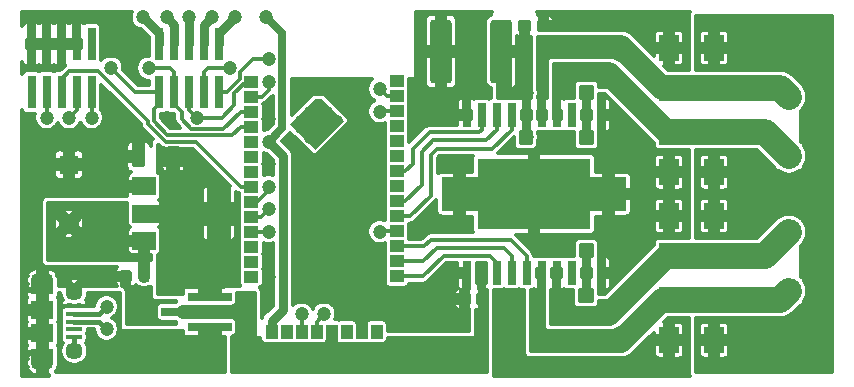
<source format=gbr>
%TF.GenerationSoftware,KiCad,Pcbnew,5.1.9-2.fc34*%
%TF.CreationDate,2021-04-29T15:20:28-07:00*%
%TF.ProjectId,motorbrainz,6d6f746f-7262-4726-9169-6e7a2e6b6963,1.0*%
%TF.SameCoordinates,Original*%
%TF.FileFunction,Copper,L1,Top*%
%TF.FilePolarity,Positive*%
%FSLAX46Y46*%
G04 Gerber Fmt 4.6, Leading zero omitted, Abs format (unit mm)*
G04 Created by KiCad (PCBNEW 5.1.9-2.fc34) date 2021-04-29 15:20:28*
%MOMM*%
%LPD*%
G01*
G04 APERTURE LIST*
%TA.AperFunction,SMDPad,CuDef*%
%ADD10R,1.900000X1.200000*%
%TD*%
%TA.AperFunction,ComponentPad*%
%ADD11O,1.900000X1.200000*%
%TD*%
%TA.AperFunction,SMDPad,CuDef*%
%ADD12R,1.900000X1.500000*%
%TD*%
%TA.AperFunction,ComponentPad*%
%ADD13C,1.450000*%
%TD*%
%TA.AperFunction,SMDPad,CuDef*%
%ADD14R,1.350000X0.400000*%
%TD*%
%TA.AperFunction,SMDPad,CuDef*%
%ADD15R,0.740000X2.790000*%
%TD*%
%TA.AperFunction,SMDPad,CuDef*%
%ADD16R,3.730000X0.740000*%
%TD*%
%TA.AperFunction,SMDPad,CuDef*%
%ADD17R,1.000000X1.200000*%
%TD*%
%TA.AperFunction,SMDPad,CuDef*%
%ADD18R,1.200000X1.000000*%
%TD*%
%TA.AperFunction,SMDPad,CuDef*%
%ADD19C,0.100000*%
%TD*%
%TA.AperFunction,SMDPad,CuDef*%
%ADD20R,3.050000X2.900000*%
%TD*%
%TA.AperFunction,SMDPad,CuDef*%
%ADD21R,9.600000X6.000000*%
%TD*%
%TA.AperFunction,SMDPad,CuDef*%
%ADD22R,0.700000X2.000000*%
%TD*%
%TA.AperFunction,SMDPad,CuDef*%
%ADD23R,2.000000X3.800000*%
%TD*%
%TA.AperFunction,SMDPad,CuDef*%
%ADD24R,2.000000X1.500000*%
%TD*%
%TA.AperFunction,ComponentPad*%
%ADD25R,1.650000X1.650000*%
%TD*%
%TA.AperFunction,ComponentPad*%
%ADD26C,1.650000*%
%TD*%
%TA.AperFunction,SMDPad,CuDef*%
%ADD27R,1.701800X2.209800*%
%TD*%
%TA.AperFunction,ViaPad*%
%ADD28C,1.200000*%
%TD*%
%TA.AperFunction,ViaPad*%
%ADD29C,0.800000*%
%TD*%
%TA.AperFunction,Conductor*%
%ADD30C,0.300000*%
%TD*%
%TA.AperFunction,Conductor*%
%ADD31C,2.200000*%
%TD*%
%TA.AperFunction,Conductor*%
%ADD32C,2.000000*%
%TD*%
%TA.AperFunction,Conductor*%
%ADD33C,0.400000*%
%TD*%
%TA.AperFunction,Conductor*%
%ADD34C,1.000000*%
%TD*%
%TA.AperFunction,Conductor*%
%ADD35C,0.700000*%
%TD*%
%TA.AperFunction,Conductor*%
%ADD36C,1.200000*%
%TD*%
%TA.AperFunction,Conductor*%
%ADD37C,0.800000*%
%TD*%
%TA.AperFunction,Conductor*%
%ADD38C,1.500000*%
%TD*%
%TA.AperFunction,Conductor*%
%ADD39C,0.100000*%
%TD*%
G04 APERTURE END LIST*
D10*
%TO.P,J2,6*%
%TO.N,GND*%
X94266500Y-109495000D03*
X94266500Y-115295000D03*
D11*
X94266500Y-115895000D03*
X94266500Y-108895000D03*
D12*
X94266500Y-111395000D03*
D13*
X96966500Y-114895000D03*
D14*
%TO.P,J2,3*%
%TO.N,/D+*%
X96966500Y-112395000D03*
%TO.P,J2,4*%
%TO.N,Net-(J2-Pad4)*%
X96966500Y-113045000D03*
%TO.P,J2,5*%
%TO.N,GND*%
X96966500Y-113695000D03*
%TO.P,J2,1*%
%TO.N,/+5VFAR*%
X96966500Y-111095000D03*
%TO.P,J2,2*%
%TO.N,/D-*%
X96966500Y-111745000D03*
D13*
%TO.P,J2,6*%
%TO.N,GND*%
X96966500Y-109895000D03*
D12*
X94266500Y-113395000D03*
%TD*%
D15*
%TO.P,J1,10*%
%TO.N,Net-(J1-Pad10)*%
X93345000Y-92964000D03*
%TO.P,J1,9*%
%TO.N,GND*%
X93345000Y-88900000D03*
%TO.P,J1,8*%
%TO.N,/TDI*%
X94615000Y-92964000D03*
%TO.P,J1,7*%
%TO.N,GND*%
X94615000Y-88900000D03*
%TO.P,J1,6*%
%TO.N,/TDO*%
X95885000Y-92964000D03*
%TO.P,J1,5*%
%TO.N,GND*%
X95885000Y-88900000D03*
%TO.P,J1,4*%
%TO.N,/TCK*%
X97155000Y-92964000D03*
%TO.P,J1,3*%
%TO.N,GND*%
X97155000Y-88900000D03*
%TO.P,J1,2*%
%TO.N,/TMS*%
X98425000Y-92964000D03*
%TO.P,J1,1*%
%TO.N,Net-(J1-Pad1)*%
X98425000Y-88900000D03*
%TD*%
%TO.P,J7,10*%
%TO.N,/SW5R*%
X104140000Y-92964000D03*
%TO.P,J7,9*%
%TO.N,/SW5B*%
X104140000Y-88900000D03*
%TO.P,J7,8*%
%TO.N,/SW4R*%
X105410000Y-92964000D03*
%TO.P,J7,7*%
%TO.N,/SW4B*%
X105410000Y-88900000D03*
%TO.P,J7,6*%
%TO.N,/SW3R*%
X106680000Y-92964000D03*
%TO.P,J7,5*%
%TO.N,/SW3B*%
X106680000Y-88900000D03*
%TO.P,J7,4*%
%TO.N,/SW2R*%
X107950000Y-92964000D03*
%TO.P,J7,3*%
%TO.N,/SW2B*%
X107950000Y-88900000D03*
%TO.P,J7,2*%
%TO.N,/SW1R*%
X109220000Y-92964000D03*
%TO.P,J7,1*%
%TO.N,/SW1B*%
X109220000Y-88900000D03*
%TD*%
D16*
%TO.P,J6,3*%
%TO.N,/+5VFAR*%
X108445000Y-112839500D03*
%TO.P,J6,2*%
%TO.N,+5V*%
X106185000Y-111569500D03*
%TO.P,J6,1*%
%TO.N,/+5VNEAR*%
X108445000Y-110299500D03*
%TD*%
%TO.P,C2,2*%
%TO.N,GND*%
%TA.AperFunction,SMDPad,CuDef*%
G36*
G01*
X102986000Y-97774999D02*
X102986000Y-99075001D01*
G75*
G02*
X102736001Y-99325000I-249999J0D01*
G01*
X102085999Y-99325000D01*
G75*
G02*
X101836000Y-99075001I0J249999D01*
G01*
X101836000Y-97774999D01*
G75*
G02*
X102085999Y-97525000I249999J0D01*
G01*
X102736001Y-97525000D01*
G75*
G02*
X102986000Y-97774999I0J-249999D01*
G01*
G37*
%TD.AperFunction*%
%TO.P,C2,1*%
%TO.N,/+5VNEAR*%
%TA.AperFunction,SMDPad,CuDef*%
G36*
G01*
X105936000Y-97774999D02*
X105936000Y-99075001D01*
G75*
G02*
X105686001Y-99325000I-249999J0D01*
G01*
X105035999Y-99325000D01*
G75*
G02*
X104786000Y-99075001I0J249999D01*
G01*
X104786000Y-97774999D01*
G75*
G02*
X105035999Y-97525000I249999J0D01*
G01*
X105686001Y-97525000D01*
G75*
G02*
X105936000Y-97774999I0J-249999D01*
G01*
G37*
%TD.AperFunction*%
%TD*%
%TO.P,C5,2*%
%TO.N,GND*%
%TA.AperFunction,SMDPad,CuDef*%
G36*
G01*
X128906000Y-87085000D02*
X128906000Y-91985000D01*
G75*
G02*
X128656000Y-92235000I-250000J0D01*
G01*
X127356000Y-92235000D01*
G75*
G02*
X127106000Y-91985000I0J250000D01*
G01*
X127106000Y-87085000D01*
G75*
G02*
X127356000Y-86835000I250000J0D01*
G01*
X128656000Y-86835000D01*
G75*
G02*
X128906000Y-87085000I0J-250000D01*
G01*
G37*
%TD.AperFunction*%
%TO.P,C5,1*%
%TO.N,+12V*%
%TA.AperFunction,SMDPad,CuDef*%
G36*
G01*
X134006000Y-87085000D02*
X134006000Y-91985000D01*
G75*
G02*
X133756000Y-92235000I-250000J0D01*
G01*
X132456000Y-92235000D01*
G75*
G02*
X132206000Y-91985000I0J250000D01*
G01*
X132206000Y-87085000D01*
G75*
G02*
X132456000Y-86835000I250000J0D01*
G01*
X133756000Y-86835000D01*
G75*
G02*
X134006000Y-87085000I0J-250000D01*
G01*
G37*
%TD.AperFunction*%
%TD*%
D17*
%TO.P,U1,1*%
%TO.N,Net-(U1-Pad1)*%
X122555000Y-113248900D03*
%TO.P,U1,2*%
%TO.N,GND*%
X121285000Y-113248900D03*
%TO.P,U1,3*%
%TO.N,/RESET*%
X120015000Y-113248900D03*
%TO.P,U1,4*%
%TO.N,+5V*%
X118745000Y-113248900D03*
%TO.P,U1,5*%
%TO.N,/D-*%
X117475000Y-113248900D03*
%TO.P,U1,6*%
%TO.N,/D+*%
X116205000Y-113248900D03*
%TO.P,U1,7*%
%TO.N,Net-(U1-Pad7)*%
X114935000Y-113248900D03*
%TO.P,U1,8*%
%TO.N,+3V3*%
X113665000Y-113248900D03*
D18*
%TO.P,U1,22*%
%TO.N,/SW3R*%
X111950000Y-92075000D03*
%TO.P,U1,21*%
%TO.N,/SENB*%
X111950000Y-93345000D03*
%TO.P,U1,20*%
%TO.N,/SW4R*%
X111950000Y-94615000D03*
%TO.P,U1,19*%
%TO.N,/SW5R*%
X111950000Y-95885000D03*
%TO.P,U1,18*%
%TO.N,Net-(U1-Pad18)*%
X111950000Y-97155000D03*
%TO.P,U1,17*%
%TO.N,Net-(U1-Pad17)*%
X111950000Y-98425000D03*
%TO.P,U1,16*%
%TO.N,Net-(U1-Pad16)*%
X111950000Y-99695000D03*
%TO.P,U1,15*%
%TO.N,/TDO*%
X111950000Y-100965000D03*
%TO.P,U1,14*%
%TO.N,/TMS*%
X111950000Y-102235000D03*
%TO.P,U1,13*%
%TO.N,/TCK*%
X111950000Y-103505000D03*
%TO.P,U1,12*%
%TO.N,/TDI*%
X111950000Y-104775000D03*
%TO.P,U1,11*%
%TO.N,Net-(U1-Pad11)*%
X111950000Y-106045000D03*
%TO.P,U1,10*%
%TO.N,Net-(U1-Pad10)*%
X111950000Y-107315000D03*
%TO.P,U1,9*%
%TO.N,Net-(U1-Pad9)*%
X111950000Y-108585000D03*
%TO.P,U1,36*%
%TO.N,Net-(U1-Pad36)*%
X124290000Y-92063700D03*
%TO.P,U1,35*%
%TO.N,/SENA*%
X124290000Y-93333700D03*
%TO.P,U1,34*%
%TO.N,/SW2R*%
X124290000Y-94603700D03*
%TO.P,U1,33*%
%TO.N,Net-(U1-Pad33)*%
X124290000Y-95873700D03*
%TO.P,U1,32*%
%TO.N,/TXD*%
X124290000Y-97143700D03*
%TO.P,U1,31*%
%TO.N,/RXD*%
X124290000Y-98413700D03*
%TO.P,U1,30*%
%TO.N,/INA2*%
X124290000Y-99683700D03*
%TO.P,U1,29*%
%TO.N,/IO0*%
X124290000Y-100953700D03*
%TO.P,U1,28*%
%TO.N,/ENA*%
X124290000Y-102223700D03*
%TO.P,U1,27*%
%TO.N,/INA1*%
X124290000Y-103493700D03*
%TO.P,U1,26*%
%TO.N,/SW1R*%
X124290000Y-104763700D03*
%TO.P,U1,25*%
%TO.N,/INB2*%
X124290000Y-106033700D03*
%TO.P,U1,24*%
%TO.N,/ENB*%
X124290000Y-107303700D03*
%TO.P,U1,23*%
%TO.N,/INB1*%
X124290000Y-108573700D03*
%TA.AperFunction,SMDPad,CuDef*%
D19*
%TO.P,U1,2*%
%TO.N,GND*%
G36*
X115189951Y-95698890D02*
G01*
X115189954Y-95698881D01*
X115189958Y-95698872D01*
X117309972Y-93578858D01*
X117309981Y-93578854D01*
X117309990Y-93578851D01*
X117310000Y-93578850D01*
X117980000Y-93578850D01*
X117980010Y-93578851D01*
X117980019Y-93578854D01*
X117980028Y-93578858D01*
X117980035Y-93578865D01*
X119770035Y-95378865D01*
X119770042Y-95378872D01*
X119770046Y-95378881D01*
X119770049Y-95378890D01*
X119770050Y-95378900D01*
X119770049Y-95378910D01*
X119770046Y-95378919D01*
X119770041Y-95378928D01*
X119770035Y-95378935D01*
X117310035Y-97828935D01*
X117310028Y-97828942D01*
X117310019Y-97828946D01*
X117310010Y-97828949D01*
X117310000Y-97828950D01*
X117309990Y-97828949D01*
X117309981Y-97828946D01*
X117309972Y-97828942D01*
X117309965Y-97828935D01*
X115189965Y-95698935D01*
X115189958Y-95698928D01*
X115189954Y-95698919D01*
X115189951Y-95698910D01*
X115189950Y-95698900D01*
X115189951Y-95698890D01*
G37*
%TD.AperFunction*%
%TD*%
D20*
%TO.P,U2,23*%
%TO.N,GND*%
X129590000Y-101600000D03*
%TO.P,U2,22*%
X142190000Y-101600000D03*
D21*
%TO.P,U2,21*%
X135890000Y-101600000D03*
D22*
%TO.P,U2,20*%
X141605000Y-108300000D03*
%TO.P,U2,19*%
%TO.N,/SENB*%
X140335000Y-108300000D03*
%TO.P,U2,18*%
%TO.N,N/C*%
X139065000Y-108300000D03*
%TO.P,U2,17*%
%TO.N,/OUTB2*%
X137795000Y-108300000D03*
%TO.P,U2,16*%
%TO.N,/OUTB1*%
X136525000Y-108300000D03*
%TO.P,U2,15*%
%TO.N,/INB2*%
X135255000Y-108300000D03*
%TO.P,U2,14*%
%TO.N,/ENB*%
X133985000Y-108300000D03*
%TO.P,U2,13*%
%TO.N,/INB1*%
X132715000Y-108300000D03*
%TO.P,U2,12*%
%TO.N,+5V*%
X131445000Y-108300000D03*
%TO.P,U2,11*%
%TO.N,GND*%
X130175000Y-108300000D03*
%TO.P,U2,10*%
X130175000Y-94900000D03*
%TO.P,U2,9*%
%TO.N,/INA2*%
X131445000Y-94900000D03*
%TO.P,U2,8*%
%TO.N,/ENA*%
X132715000Y-94900000D03*
%TO.P,U2,7*%
%TO.N,/INA1*%
X133985000Y-94900000D03*
%TO.P,U2,6*%
%TO.N,+12V*%
X135255000Y-94900000D03*
%TO.P,U2,5*%
%TO.N,/OUTA2*%
X136525000Y-94900000D03*
%TO.P,U2,4*%
%TO.N,/OUTA1*%
X137795000Y-94900000D03*
%TO.P,U2,3*%
%TO.N,N/C*%
X139065000Y-94900000D03*
%TO.P,U2,2*%
%TO.N,/SENA*%
X140335000Y-94900000D03*
%TO.P,U2,1*%
%TO.N,GND*%
X141605000Y-94900000D03*
%TD*%
%TO.P,C4,2*%
%TO.N,GND*%
%TA.AperFunction,SMDPad,CuDef*%
G36*
G01*
X136215000Y-87626000D02*
X136215000Y-87126000D01*
G75*
G02*
X136440000Y-86901000I225000J0D01*
G01*
X136890000Y-86901000D01*
G75*
G02*
X137115000Y-87126000I0J-225000D01*
G01*
X137115000Y-87626000D01*
G75*
G02*
X136890000Y-87851000I-225000J0D01*
G01*
X136440000Y-87851000D01*
G75*
G02*
X136215000Y-87626000I0J225000D01*
G01*
G37*
%TD.AperFunction*%
%TO.P,C4,1*%
%TO.N,+12V*%
%TA.AperFunction,SMDPad,CuDef*%
G36*
G01*
X134665000Y-87626000D02*
X134665000Y-87126000D01*
G75*
G02*
X134890000Y-86901000I225000J0D01*
G01*
X135340000Y-86901000D01*
G75*
G02*
X135565000Y-87126000I0J-225000D01*
G01*
X135565000Y-87626000D01*
G75*
G02*
X135340000Y-87851000I-225000J0D01*
G01*
X134890000Y-87851000D01*
G75*
G02*
X134665000Y-87626000I0J225000D01*
G01*
G37*
%TD.AperFunction*%
%TD*%
D23*
%TO.P,U11,2*%
%TO.N,/+5VNEAR*%
X109195000Y-103251000D03*
D24*
X102895000Y-103251000D03*
%TO.P,U11,3*%
%TO.N,+12V*%
X102895000Y-105551000D03*
%TO.P,U11,1*%
%TO.N,GND*%
X102895000Y-100951000D03*
%TD*%
D25*
%TO.P,J3,1*%
%TO.N,GND*%
X96520000Y-99100000D03*
D26*
%TO.P,J3,2*%
%TO.N,+12V*%
X96520000Y-104100000D03*
%TD*%
%TO.P,C3,2*%
%TO.N,GND*%
%TA.AperFunction,SMDPad,CuDef*%
G36*
G01*
X130485000Y-110240000D02*
X130485000Y-110740000D01*
G75*
G02*
X130260000Y-110965000I-225000J0D01*
G01*
X129810000Y-110965000D01*
G75*
G02*
X129585000Y-110740000I0J225000D01*
G01*
X129585000Y-110240000D01*
G75*
G02*
X129810000Y-110015000I225000J0D01*
G01*
X130260000Y-110015000D01*
G75*
G02*
X130485000Y-110240000I0J-225000D01*
G01*
G37*
%TD.AperFunction*%
%TO.P,C3,1*%
%TO.N,+5V*%
%TA.AperFunction,SMDPad,CuDef*%
G36*
G01*
X132035000Y-110240000D02*
X132035000Y-110740000D01*
G75*
G02*
X131810000Y-110965000I-225000J0D01*
G01*
X131360000Y-110965000D01*
G75*
G02*
X131135000Y-110740000I0J225000D01*
G01*
X131135000Y-110240000D01*
G75*
G02*
X131360000Y-110015000I225000J0D01*
G01*
X131810000Y-110015000D01*
G75*
G02*
X132035000Y-110240000I0J-225000D01*
G01*
G37*
%TD.AperFunction*%
%TD*%
%TO.P,C1,1*%
%TO.N,+12V*%
%TA.AperFunction,SMDPad,CuDef*%
G36*
G01*
X103333000Y-108335000D02*
X103333000Y-108835000D01*
G75*
G02*
X103108000Y-109060000I-225000J0D01*
G01*
X102658000Y-109060000D01*
G75*
G02*
X102433000Y-108835000I0J225000D01*
G01*
X102433000Y-108335000D01*
G75*
G02*
X102658000Y-108110000I225000J0D01*
G01*
X103108000Y-108110000D01*
G75*
G02*
X103333000Y-108335000I0J-225000D01*
G01*
G37*
%TD.AperFunction*%
%TO.P,C1,2*%
%TO.N,GND*%
%TA.AperFunction,SMDPad,CuDef*%
G36*
G01*
X101783000Y-108335000D02*
X101783000Y-108835000D01*
G75*
G02*
X101558000Y-109060000I-225000J0D01*
G01*
X101108000Y-109060000D01*
G75*
G02*
X100883000Y-108835000I0J225000D01*
G01*
X100883000Y-108335000D01*
G75*
G02*
X101108000Y-108110000I225000J0D01*
G01*
X101558000Y-108110000D01*
G75*
G02*
X101783000Y-108335000I0J-225000D01*
G01*
G37*
%TD.AperFunction*%
%TD*%
D27*
%TO.P,U10,2*%
%TO.N,GND*%
X147320000Y-103454200D03*
%TO.P,U10,1*%
%TO.N,/OUTB2*%
X147320000Y-106857800D03*
%TD*%
%TO.P,U9,2*%
%TO.N,/OUTB2*%
X151130000Y-106857800D03*
%TO.P,U9,1*%
%TO.N,+12V*%
X151130000Y-103454200D03*
%TD*%
%TO.P,U8,2*%
%TO.N,GND*%
X147320000Y-113969800D03*
%TO.P,U8,1*%
%TO.N,/OUTB1*%
X147320000Y-110566200D03*
%TD*%
%TO.P,U7,2*%
%TO.N,/OUTB1*%
X151130000Y-110566200D03*
%TO.P,U7,1*%
%TO.N,+12V*%
X151130000Y-113969800D03*
%TD*%
%TO.P,U6,2*%
%TO.N,GND*%
X147320000Y-89230200D03*
%TO.P,U6,1*%
%TO.N,/OUTA2*%
X147320000Y-92633800D03*
%TD*%
%TO.P,U5,2*%
%TO.N,/OUTA2*%
X151130000Y-92633800D03*
%TO.P,U5,1*%
%TO.N,+12V*%
X151130000Y-89230200D03*
%TD*%
%TO.P,U4,2*%
%TO.N,GND*%
X147320000Y-99745800D03*
%TO.P,U4,1*%
%TO.N,/OUTA1*%
X147320000Y-96342200D03*
%TD*%
%TO.P,U3,2*%
%TO.N,/OUTA1*%
X151130000Y-96342200D03*
%TO.P,U3,1*%
%TO.N,+12V*%
X151130000Y-99745800D03*
%TD*%
D26*
%TO.P,J5,2*%
%TO.N,/OUTB2*%
X157480000Y-104815000D03*
D25*
%TO.P,J5,1*%
%TO.N,/OUTB1*%
X157480000Y-109815000D03*
%TD*%
%TO.P,J4,1*%
%TO.N,/OUTA1*%
X157480000Y-98385000D03*
D26*
%TO.P,J4,2*%
%TO.N,/OUTA2*%
X157480000Y-93385000D03*
%TD*%
D28*
%TO.N,/TCK*%
X113411000Y-102870000D03*
X96520000Y-95123000D03*
%TO.N,/TMS*%
X113411000Y-100965000D03*
X98425000Y-95123000D03*
%TO.N,/TDI*%
X113411000Y-104775000D03*
X94615000Y-95123000D03*
%TO.N,GND*%
X104775000Y-95123000D03*
D29*
X116854000Y-94527000D03*
X116054000Y-95327000D03*
D28*
X120015000Y-111760000D03*
X113411000Y-108585000D03*
X143321500Y-106426000D03*
X143321500Y-96774000D03*
D29*
X118454000Y-94527000D03*
X118454000Y-95327000D03*
X119254000Y-95327000D03*
X118454000Y-96127000D03*
X117654000Y-96927000D03*
X116854000Y-96127000D03*
X116854000Y-95327000D03*
X116054000Y-96127000D03*
X116854000Y-96927000D03*
X117654000Y-94527000D03*
X117654000Y-95327000D03*
X117654000Y-96127000D03*
X131890000Y-104000000D03*
X132690000Y-104000000D03*
X133490000Y-104000000D03*
X134290000Y-104000000D03*
X135090000Y-104000000D03*
X135890000Y-104000000D03*
X136690000Y-104000000D03*
X137490000Y-104000000D03*
X138290000Y-104000000D03*
X139090000Y-104000000D03*
X139890000Y-104000000D03*
X139890000Y-103200000D03*
X139090000Y-103200000D03*
X138290000Y-103200000D03*
X137490000Y-103200000D03*
X136690000Y-103200000D03*
X135890000Y-103200000D03*
X135090000Y-103200000D03*
X134290000Y-103200000D03*
X133490000Y-103200000D03*
X132690000Y-103200000D03*
X131890000Y-103200000D03*
X128690000Y-102400000D03*
X129490000Y-102400000D03*
X130290000Y-102400000D03*
X131090000Y-102400000D03*
X131890000Y-102400000D03*
X132690000Y-102400000D03*
X133490000Y-102400000D03*
X134290000Y-102400000D03*
X135090000Y-102400000D03*
X135890000Y-102400000D03*
X136690000Y-102400000D03*
X137490000Y-102400000D03*
X138290000Y-102400000D03*
X139090000Y-102400000D03*
X139890000Y-102400000D03*
X140690000Y-102400000D03*
X141490000Y-102400000D03*
X142290000Y-102400000D03*
X143090000Y-102400000D03*
X135090000Y-101600000D03*
X134290000Y-101600000D03*
X133490000Y-101600000D03*
X132690000Y-101600000D03*
X131890000Y-101600000D03*
X131090000Y-101600000D03*
X131090000Y-101600000D03*
X130290000Y-101600000D03*
X129490000Y-101600000D03*
X128690000Y-101600000D03*
X131890000Y-99200000D03*
X132690000Y-99200000D03*
X133490000Y-99200000D03*
X134290000Y-99200000D03*
X135090000Y-99200000D03*
X135890000Y-99200000D03*
X136690000Y-99200000D03*
X137490000Y-99200000D03*
X138290000Y-99200000D03*
X139090000Y-99200000D03*
X139890000Y-99200000D03*
X139890000Y-100000000D03*
X139090000Y-100000000D03*
X138290000Y-100000000D03*
X137490000Y-100000000D03*
X136690000Y-100000000D03*
X135890000Y-100000000D03*
X135090000Y-100000000D03*
X134290000Y-100000000D03*
X133490000Y-100000000D03*
X132690000Y-100000000D03*
X131890000Y-100000000D03*
X128690000Y-100800000D03*
X129490000Y-100800000D03*
X130290000Y-100800000D03*
X131090000Y-100800000D03*
X131890000Y-100800000D03*
X132690000Y-100800000D03*
X133490000Y-100800000D03*
X134290000Y-100800000D03*
X135090000Y-100800000D03*
X135890000Y-100800000D03*
X136690000Y-100800000D03*
X137490000Y-100800000D03*
X138290000Y-100800000D03*
X139090000Y-100800000D03*
X139890000Y-100800000D03*
X140690000Y-100800000D03*
X141490000Y-100800000D03*
X142290000Y-100800000D03*
X143090000Y-100800000D03*
X143090000Y-101600000D03*
X142290000Y-101600000D03*
X141490000Y-101600000D03*
X140690000Y-101600000D03*
X139890000Y-101600000D03*
X139090000Y-101600000D03*
X138290000Y-101600000D03*
X137490000Y-101600000D03*
X136690000Y-101600000D03*
X135890000Y-101600000D03*
D28*
X146685000Y-86995000D03*
X147955000Y-86995000D03*
X145415000Y-99060000D03*
X145415000Y-100330000D03*
X145415000Y-102870000D03*
X145415000Y-104140000D03*
X146685000Y-116205000D03*
X147955000Y-116205000D03*
X128905000Y-94900000D03*
X128905000Y-108300000D03*
X133985000Y-110172500D03*
X113411000Y-99060000D03*
X113411000Y-95250000D03*
X122809000Y-102870000D03*
X138557000Y-86995000D03*
X130556000Y-86995000D03*
X100173000Y-86614000D03*
%TO.N,+12V*%
X153035000Y-100330000D03*
X153035000Y-102870000D03*
X153035000Y-99060000D03*
X153035000Y-104140000D03*
X153035000Y-89789000D03*
X153035000Y-88519000D03*
X153035000Y-113411000D03*
X153035000Y-114681000D03*
X135255000Y-93027500D03*
X135255000Y-96774000D03*
%TO.N,/SENA*%
X122809000Y-92710000D03*
X140335000Y-96774000D03*
X140335000Y-93027500D03*
%TO.N,/SENB*%
X140335000Y-110172500D03*
X140335000Y-106426000D03*
X113411000Y-92075000D03*
%TO.N,+3V3*%
X113187000Y-86614000D03*
X113411000Y-97155000D03*
%TO.N,/SW5R*%
X100076000Y-90932000D03*
%TO.N,/SW5B*%
X102776500Y-86614000D03*
%TO.N,/SW4R*%
X103251000Y-90932000D03*
%TO.N,/SW4B*%
X104775000Y-86614000D03*
%TO.N,/SW3R*%
X107315000Y-95123000D03*
%TO.N,/SW3B*%
X106680000Y-86614000D03*
%TO.N,/SW2R*%
X110109000Y-90932000D03*
X122809000Y-94615000D03*
%TO.N,/SW2B*%
X108585000Y-86614000D03*
%TO.N,/SW1R*%
X113411000Y-90170000D03*
X122809000Y-104775000D03*
%TO.N,/SW1B*%
X110583500Y-86614000D03*
%TO.N,/D+*%
X116205000Y-111760000D03*
X99695000Y-113030000D03*
%TO.N,/D-*%
X99695000Y-111125000D03*
X118110000Y-111760000D03*
%TD*%
D30*
%TO.N,/TCK*%
X112776000Y-103505000D02*
X113411000Y-102870000D01*
X111950000Y-103505000D02*
X112776000Y-103505000D01*
X97155000Y-94488000D02*
X96520000Y-95123000D01*
X97155000Y-92837000D02*
X97155000Y-94488000D01*
%TO.N,/TMS*%
X112410002Y-102235000D02*
X113411000Y-101234002D01*
X113411000Y-101234002D02*
X113411000Y-100965000D01*
X111950000Y-102235000D02*
X112410002Y-102235000D01*
X98425000Y-92837000D02*
X98425000Y-95123000D01*
%TO.N,/TDI*%
X111950000Y-104775000D02*
X113411000Y-104775000D01*
X94615000Y-92837000D02*
X94615000Y-95123000D01*
%TO.N,/TDO*%
X107240000Y-97155000D02*
X111050000Y-100965000D01*
X104702880Y-97155000D02*
X107240000Y-97155000D01*
X111050000Y-100965000D02*
X111950000Y-100965000D01*
X103195490Y-95448490D02*
X103195490Y-95647610D01*
X98965999Y-91218999D02*
X103195490Y-95448490D01*
X96504999Y-91218999D02*
X98965999Y-91218999D01*
X95885000Y-91838998D02*
X96504999Y-91218999D01*
X103195490Y-95647610D02*
X104702880Y-97155000D01*
X95885000Y-92964000D02*
X95885000Y-91838998D01*
D31*
%TO.N,/OUTA2*%
X156728800Y-92633800D02*
X157480000Y-93385000D01*
X151130000Y-92633800D02*
X156728800Y-92633800D01*
X147320000Y-92633800D02*
X151130000Y-92633800D01*
D32*
X147320000Y-92633800D02*
X146735800Y-92633800D01*
X143256000Y-89154000D02*
X146735800Y-92633800D01*
D31*
%TO.N,/OUTA1*%
X155437200Y-96342200D02*
X157480000Y-98385000D01*
X147320000Y-96342200D02*
X155437200Y-96342200D01*
D32*
X147142200Y-96342200D02*
X147320000Y-96342200D01*
X142240000Y-91440000D02*
X147142200Y-96342200D01*
D31*
%TO.N,/OUTB2*%
X155437200Y-106857800D02*
X157480000Y-104815000D01*
X147320000Y-106857800D02*
X155437200Y-106857800D01*
D32*
X147142200Y-106857800D02*
X147320000Y-106857800D01*
X142240000Y-111760000D02*
X147142200Y-106857800D01*
D31*
%TO.N,/OUTB1*%
X156728800Y-110566200D02*
X157480000Y-109815000D01*
X147320000Y-110566200D02*
X156728800Y-110566200D01*
D32*
X146735800Y-110566200D02*
X143256000Y-114046000D01*
X147320000Y-110566200D02*
X146735800Y-110566200D01*
D33*
%TO.N,GND*%
X96966500Y-113695000D02*
X96966500Y-114895000D01*
D34*
X120863528Y-111760000D02*
X120015000Y-111760000D01*
X121285000Y-112181472D02*
X120863528Y-111760000D01*
X121285000Y-113248900D02*
X121285000Y-112181472D01*
%TO.N,+12V*%
X133490000Y-89284000D02*
X133106000Y-88900000D01*
X133490000Y-92710000D02*
X133490000Y-89284000D01*
X102883000Y-108585000D02*
X102895000Y-105551000D01*
D35*
%TO.N,+5V*%
X131445000Y-108300000D02*
X131445000Y-110490000D01*
D36*
X106185000Y-111569500D02*
X110934500Y-111569500D01*
D34*
X118745000Y-113248900D02*
X118745000Y-114300000D01*
D30*
%TO.N,/SENA*%
X123432700Y-93333700D02*
X122809000Y-92710000D01*
X124290000Y-93333700D02*
X123432700Y-93333700D01*
%TO.N,/SENB*%
X113411000Y-92784000D02*
X113411000Y-92075000D01*
X112850000Y-93345000D02*
X113411000Y-92784000D01*
X111950000Y-93345000D02*
X112850000Y-93345000D01*
%TO.N,/INB2*%
X133904979Y-105449979D02*
X127150521Y-105449979D01*
X135255000Y-106800000D02*
X133904979Y-105449979D01*
X135255000Y-108300000D02*
X135255000Y-106800000D01*
X126566800Y-106033700D02*
X127150521Y-105449979D01*
X124290000Y-106033700D02*
X126566800Y-106033700D01*
%TO.N,/INB1*%
X132155002Y-106850000D02*
X128227000Y-106850000D01*
X132715000Y-107409998D02*
X132155002Y-106850000D01*
X132715000Y-108300000D02*
X132715000Y-107409998D01*
X126503300Y-108573700D02*
X128227000Y-106850000D01*
X124290000Y-108573700D02*
X126503300Y-108573700D01*
%TO.N,/INA2*%
X131445000Y-96139000D02*
X131445000Y-94900000D01*
X131233999Y-96350001D02*
X131445000Y-96139000D01*
X127042999Y-96350001D02*
X131233999Y-96350001D01*
X125603000Y-97790000D02*
X127042999Y-96350001D01*
X125603000Y-99010702D02*
X125603000Y-97790000D01*
X124930002Y-99683700D02*
X125603000Y-99010702D01*
X124290000Y-99683700D02*
X124930002Y-99683700D01*
%TO.N,/INA1*%
X127635000Y-97790000D02*
X127127000Y-98298000D01*
X132334000Y-97790000D02*
X127635000Y-97790000D01*
X133985000Y-96139000D02*
X132334000Y-97790000D01*
X133985000Y-94900000D02*
X133985000Y-96139000D01*
X124579999Y-103404801D02*
X124260000Y-103724800D01*
X127127000Y-101756700D02*
X127127000Y-98298000D01*
X125390000Y-103493700D02*
X127127000Y-101756700D01*
X124290000Y-103493700D02*
X125390000Y-103493700D01*
%TO.N,/ENB*%
X133334989Y-106149989D02*
X127657011Y-106149989D01*
X133985000Y-106800000D02*
X133334989Y-106149989D01*
X133985000Y-108300000D02*
X133985000Y-106800000D01*
X126503300Y-107303700D02*
X127657011Y-106149989D01*
X124290000Y-107303700D02*
X126503300Y-107303700D01*
%TO.N,/ENA*%
X132715000Y-96139000D02*
X132715000Y-94900000D01*
X127358989Y-97050011D02*
X131803989Y-97050011D01*
X126365000Y-98044000D02*
X127358989Y-97050011D01*
X131803989Y-97050011D02*
X132715000Y-96139000D01*
X126365000Y-100788702D02*
X126365000Y-98044000D01*
X124930002Y-102223700D02*
X126365000Y-100788702D01*
X124290000Y-102223700D02*
X124930002Y-102223700D01*
D37*
%TO.N,+3V3*%
X113665000Y-112338898D02*
X113665000Y-113248900D01*
X114611001Y-111392897D02*
X113665000Y-112338898D01*
X114611001Y-98355001D02*
X114611001Y-111392897D01*
X113411000Y-97155000D02*
X114611001Y-98355001D01*
D35*
X114561001Y-87988001D02*
X113187000Y-86614000D01*
X114561001Y-96004999D02*
X114561001Y-87988001D01*
X113411000Y-97155000D02*
X114561001Y-96004999D01*
D30*
%TO.N,/+5VNEAR*%
X108445000Y-110299500D02*
X108445000Y-109360000D01*
D38*
X102895000Y-103251000D02*
X105410000Y-103251000D01*
D30*
%TO.N,/+5VFAR*%
X108445000Y-112839500D02*
X108445000Y-114160000D01*
%TO.N,/SW5R*%
X111050000Y-95885000D02*
X111950000Y-95885000D01*
X110361989Y-96573011D02*
X111050000Y-95885000D01*
X104828011Y-96573011D02*
X110361989Y-96573011D01*
X103695500Y-95440500D02*
X104828011Y-96573011D01*
X103695500Y-94424500D02*
X103695500Y-95440500D01*
X104140000Y-93980000D02*
X103695500Y-94424500D01*
X104140000Y-92964000D02*
X104140000Y-93980000D01*
X102108000Y-92964000D02*
X104140000Y-92964000D01*
X100076000Y-90932000D02*
X102108000Y-92964000D01*
D37*
%TO.N,/SW5B*%
X104140000Y-87977500D02*
X102776500Y-86614000D01*
X104140000Y-88900000D02*
X104140000Y-87977500D01*
D30*
%TO.N,/SW4R*%
X105410000Y-91269000D02*
X105410000Y-92964000D01*
X105073000Y-90932000D02*
X105410000Y-91269000D01*
X103251000Y-90932000D02*
X105073000Y-90932000D01*
X111050000Y-94615000D02*
X111950000Y-94615000D01*
X109591999Y-96073001D02*
X111050000Y-94615000D01*
X106045000Y-94624000D02*
X106045000Y-95259002D01*
X106858999Y-96073001D02*
X109591999Y-96073001D01*
X106045000Y-95259002D02*
X106858999Y-96073001D01*
X105410000Y-93989000D02*
X106045000Y-94624000D01*
X105410000Y-92964000D02*
X105410000Y-93989000D01*
D37*
%TO.N,/SW4B*%
X105410000Y-87249000D02*
X104775000Y-86614000D01*
X105410000Y-88900000D02*
X105410000Y-87249000D01*
D30*
%TO.N,/SW3R*%
X106680000Y-94488000D02*
X107315000Y-95123000D01*
X106680000Y-92964000D02*
X106680000Y-94488000D01*
X109456002Y-95123000D02*
X107315000Y-95123000D01*
X110490000Y-94089002D02*
X109456002Y-95123000D01*
X110490000Y-93074998D02*
X110490000Y-94089002D01*
X111489998Y-92075000D02*
X110490000Y-93074998D01*
X111950000Y-92075000D02*
X111489998Y-92075000D01*
D37*
%TO.N,/SW3B*%
X106680000Y-88900000D02*
X106680000Y-86614000D01*
D30*
%TO.N,/SW2R*%
X122820300Y-94603700D02*
X122809000Y-94615000D01*
X124290000Y-94603700D02*
X122820300Y-94603700D01*
X108287000Y-90932000D02*
X110109000Y-90932000D01*
X107950000Y-91269000D02*
X108287000Y-90932000D01*
X107950000Y-92964000D02*
X107950000Y-91269000D01*
D37*
%TO.N,/SW2B*%
X107950000Y-87249000D02*
X108585000Y-86614000D01*
X107950000Y-88900000D02*
X107950000Y-87249000D01*
D30*
%TO.N,/SW1R*%
X112124998Y-90170000D02*
X113411000Y-90170000D01*
X110999999Y-91294999D02*
X112124998Y-90170000D01*
X110999999Y-91857879D02*
X110999999Y-91294999D01*
X109893878Y-92964000D02*
X110999999Y-91857879D01*
X109220000Y-92964000D02*
X109893878Y-92964000D01*
X122820300Y-104763700D02*
X122809000Y-104775000D01*
X124290000Y-104763700D02*
X122820300Y-104763700D01*
D37*
%TO.N,/SW1B*%
X109220000Y-87977500D02*
X110583500Y-86614000D01*
X109220000Y-88900000D02*
X109220000Y-87977500D01*
D33*
%TO.N,/D+*%
X99060000Y-112395000D02*
X99695000Y-113030000D01*
X96966500Y-112395000D02*
X99060000Y-112395000D01*
D30*
X116205000Y-113248900D02*
X116205000Y-111760000D01*
D33*
%TO.N,/D-*%
X99075000Y-111745000D02*
X99695000Y-111125000D01*
X96966500Y-111745000D02*
X99075000Y-111745000D01*
D30*
X117475000Y-112395000D02*
X118110000Y-111760000D01*
X117475000Y-113248900D02*
X117475000Y-112395000D01*
%TD*%
%TO.N,GND*%
X134653784Y-109675971D02*
X134731959Y-109717757D01*
X134816785Y-109743489D01*
X134905000Y-109752177D01*
X135059000Y-109752177D01*
X135059000Y-115062000D01*
X135067647Y-115149791D01*
X135093254Y-115234208D01*
X135134839Y-115312007D01*
X135190802Y-115380198D01*
X135258993Y-115436161D01*
X135336792Y-115477746D01*
X135421209Y-115503353D01*
X135509000Y-115512000D01*
X143256000Y-115512000D01*
X143343791Y-115503353D01*
X143387656Y-115490047D01*
X143540249Y-115475018D01*
X143813574Y-115392106D01*
X144065473Y-115257464D01*
X144230941Y-115121668D01*
X144277909Y-115074700D01*
X146016923Y-115074700D01*
X146025611Y-115162915D01*
X146051343Y-115247741D01*
X146093129Y-115325916D01*
X146149363Y-115394437D01*
X146217884Y-115450671D01*
X146296059Y-115492457D01*
X146380885Y-115518189D01*
X146469100Y-115526877D01*
X146857500Y-115524700D01*
X146970000Y-115412200D01*
X146970000Y-114319800D01*
X147670000Y-114319800D01*
X147670000Y-115412200D01*
X147782500Y-115524700D01*
X148170900Y-115526877D01*
X148259115Y-115518189D01*
X148343941Y-115492457D01*
X148422116Y-115450671D01*
X148490637Y-115394437D01*
X148546871Y-115325916D01*
X148588657Y-115247741D01*
X148614389Y-115162915D01*
X148623077Y-115074700D01*
X148620900Y-114432300D01*
X148508400Y-114319800D01*
X147670000Y-114319800D01*
X146970000Y-114319800D01*
X146131600Y-114319800D01*
X146019100Y-114432300D01*
X146016923Y-115074700D01*
X144277909Y-115074700D01*
X146018513Y-113334096D01*
X146019100Y-113507300D01*
X146131600Y-113619800D01*
X146970000Y-113619800D01*
X146970000Y-112527400D01*
X147670000Y-112527400D01*
X147670000Y-113619800D01*
X148508400Y-113619800D01*
X148620900Y-113507300D01*
X148623077Y-112864900D01*
X148614389Y-112776685D01*
X148588657Y-112691859D01*
X148546871Y-112613684D01*
X148490637Y-112545163D01*
X148422116Y-112488929D01*
X148343941Y-112447143D01*
X148259115Y-112421411D01*
X148170900Y-112412723D01*
X147782500Y-112414900D01*
X147670000Y-112527400D01*
X146970000Y-112527400D01*
X146897605Y-112455005D01*
X147229333Y-112123277D01*
X148170900Y-112123277D01*
X148242757Y-112116200D01*
X149029000Y-112116200D01*
X149029000Y-116840000D01*
X149037647Y-116927791D01*
X149059551Y-117000000D01*
X132499449Y-117000000D01*
X132521353Y-116927791D01*
X132530000Y-116840000D01*
X132530000Y-109752177D01*
X133065000Y-109752177D01*
X133153215Y-109743489D01*
X133238041Y-109717757D01*
X133316216Y-109675971D01*
X133350000Y-109648245D01*
X133383784Y-109675971D01*
X133461959Y-109717757D01*
X133546785Y-109743489D01*
X133635000Y-109752177D01*
X134335000Y-109752177D01*
X134423215Y-109743489D01*
X134508041Y-109717757D01*
X134586216Y-109675971D01*
X134620000Y-109648245D01*
X134653784Y-109675971D01*
%TA.AperFunction,Conductor*%
D39*
G36*
X134653784Y-109675971D02*
G01*
X134731959Y-109717757D01*
X134816785Y-109743489D01*
X134905000Y-109752177D01*
X135059000Y-109752177D01*
X135059000Y-115062000D01*
X135067647Y-115149791D01*
X135093254Y-115234208D01*
X135134839Y-115312007D01*
X135190802Y-115380198D01*
X135258993Y-115436161D01*
X135336792Y-115477746D01*
X135421209Y-115503353D01*
X135509000Y-115512000D01*
X143256000Y-115512000D01*
X143343791Y-115503353D01*
X143387656Y-115490047D01*
X143540249Y-115475018D01*
X143813574Y-115392106D01*
X144065473Y-115257464D01*
X144230941Y-115121668D01*
X144277909Y-115074700D01*
X146016923Y-115074700D01*
X146025611Y-115162915D01*
X146051343Y-115247741D01*
X146093129Y-115325916D01*
X146149363Y-115394437D01*
X146217884Y-115450671D01*
X146296059Y-115492457D01*
X146380885Y-115518189D01*
X146469100Y-115526877D01*
X146857500Y-115524700D01*
X146970000Y-115412200D01*
X146970000Y-114319800D01*
X147670000Y-114319800D01*
X147670000Y-115412200D01*
X147782500Y-115524700D01*
X148170900Y-115526877D01*
X148259115Y-115518189D01*
X148343941Y-115492457D01*
X148422116Y-115450671D01*
X148490637Y-115394437D01*
X148546871Y-115325916D01*
X148588657Y-115247741D01*
X148614389Y-115162915D01*
X148623077Y-115074700D01*
X148620900Y-114432300D01*
X148508400Y-114319800D01*
X147670000Y-114319800D01*
X146970000Y-114319800D01*
X146131600Y-114319800D01*
X146019100Y-114432300D01*
X146016923Y-115074700D01*
X144277909Y-115074700D01*
X146018513Y-113334096D01*
X146019100Y-113507300D01*
X146131600Y-113619800D01*
X146970000Y-113619800D01*
X146970000Y-112527400D01*
X147670000Y-112527400D01*
X147670000Y-113619800D01*
X148508400Y-113619800D01*
X148620900Y-113507300D01*
X148623077Y-112864900D01*
X148614389Y-112776685D01*
X148588657Y-112691859D01*
X148546871Y-112613684D01*
X148490637Y-112545163D01*
X148422116Y-112488929D01*
X148343941Y-112447143D01*
X148259115Y-112421411D01*
X148170900Y-112412723D01*
X147782500Y-112414900D01*
X147670000Y-112527400D01*
X146970000Y-112527400D01*
X146897605Y-112455005D01*
X147229333Y-112123277D01*
X148170900Y-112123277D01*
X148242757Y-112116200D01*
X149029000Y-112116200D01*
X149029000Y-116840000D01*
X149037647Y-116927791D01*
X149059551Y-117000000D01*
X132499449Y-117000000D01*
X132521353Y-116927791D01*
X132530000Y-116840000D01*
X132530000Y-109752177D01*
X133065000Y-109752177D01*
X133153215Y-109743489D01*
X133238041Y-109717757D01*
X133316216Y-109675971D01*
X133350000Y-109648245D01*
X133383784Y-109675971D01*
X133461959Y-109717757D01*
X133546785Y-109743489D01*
X133635000Y-109752177D01*
X134335000Y-109752177D01*
X134423215Y-109743489D01*
X134508041Y-109717757D01*
X134586216Y-109675971D01*
X134620000Y-109648245D01*
X134653784Y-109675971D01*
G37*
%TD.AperFunction*%
D30*
X102597668Y-95699196D02*
X102604172Y-95765231D01*
X102638480Y-95878331D01*
X102694195Y-95982565D01*
X102769174Y-96073927D01*
X102792071Y-96092718D01*
X103620174Y-96920822D01*
X103567802Y-96963802D01*
X103511839Y-97031993D01*
X103470254Y-97109792D01*
X103444647Y-97194209D01*
X103436000Y-97282000D01*
X103436000Y-97502895D01*
X103429489Y-97436785D01*
X103403757Y-97351959D01*
X103361971Y-97273784D01*
X103305737Y-97205263D01*
X103237216Y-97149029D01*
X103159041Y-97107243D01*
X103074215Y-97081511D01*
X102986000Y-97072823D01*
X102873500Y-97075000D01*
X102761000Y-97187500D01*
X102761000Y-98075000D01*
X102781000Y-98075000D01*
X102781000Y-98775000D01*
X102761000Y-98775000D01*
X102761000Y-98795000D01*
X102061000Y-98795000D01*
X102061000Y-98775000D01*
X101498500Y-98775000D01*
X101386000Y-98887500D01*
X101383823Y-99325000D01*
X101392511Y-99413215D01*
X101418243Y-99498041D01*
X101460029Y-99576216D01*
X101516263Y-99644737D01*
X101584784Y-99700971D01*
X101662959Y-99742757D01*
X101747785Y-99768489D01*
X101765005Y-99770185D01*
X101721959Y-99783243D01*
X101643784Y-99825029D01*
X101575263Y-99881263D01*
X101519029Y-99949784D01*
X101477243Y-100027959D01*
X101451511Y-100112785D01*
X101442823Y-100201000D01*
X101445000Y-100488500D01*
X101557500Y-100601000D01*
X102545000Y-100601000D01*
X102545000Y-100581000D01*
X103245000Y-100581000D01*
X103245000Y-100601000D01*
X103265000Y-100601000D01*
X103265000Y-101301000D01*
X103245000Y-101301000D01*
X103245000Y-101321000D01*
X102545000Y-101321000D01*
X102545000Y-101301000D01*
X101557500Y-101301000D01*
X101445000Y-101413500D01*
X101442823Y-101701000D01*
X101451096Y-101785000D01*
X94615000Y-101785000D01*
X94527209Y-101793647D01*
X94442792Y-101819254D01*
X94364993Y-101860839D01*
X94296802Y-101916802D01*
X94240839Y-101984993D01*
X94199254Y-102062792D01*
X94173647Y-102147209D01*
X94165000Y-102235000D01*
X94165000Y-107315000D01*
X94173647Y-107402791D01*
X94199254Y-107487208D01*
X94240839Y-107565007D01*
X94296802Y-107633198D01*
X94364993Y-107689161D01*
X94442792Y-107730746D01*
X94527209Y-107756353D01*
X94615000Y-107765000D01*
X100594046Y-107765000D01*
X100563263Y-107790263D01*
X100507029Y-107858784D01*
X100465243Y-107936959D01*
X100439511Y-108021785D01*
X100430823Y-108110000D01*
X100433000Y-108147500D01*
X100545500Y-108260000D01*
X101033000Y-108260000D01*
X101033000Y-108215000D01*
X101633000Y-108215000D01*
X101633000Y-108260000D01*
X101703000Y-108260000D01*
X101703000Y-108910000D01*
X101633000Y-108910000D01*
X101633000Y-109397500D01*
X101745500Y-109510000D01*
X101783000Y-109512177D01*
X101871215Y-109503489D01*
X101956041Y-109477757D01*
X102034216Y-109435971D01*
X102102737Y-109379737D01*
X102158971Y-109311216D01*
X102166087Y-109297902D01*
X102179164Y-109313836D01*
X102281781Y-109398052D01*
X102398856Y-109460630D01*
X102525889Y-109499165D01*
X102658000Y-109512177D01*
X102665983Y-109512177D01*
X102693067Y-109520510D01*
X102879225Y-109539588D01*
X103065527Y-109521983D01*
X103098319Y-109512177D01*
X103108000Y-109512177D01*
X103240111Y-109499165D01*
X103367144Y-109460630D01*
X103436000Y-109423826D01*
X103436000Y-110236000D01*
X103444647Y-110323791D01*
X103470254Y-110408208D01*
X103511839Y-110486007D01*
X103567802Y-110554198D01*
X103635993Y-110610161D01*
X103713792Y-110651746D01*
X103798209Y-110677353D01*
X103886000Y-110686000D01*
X105595000Y-110686000D01*
X105595000Y-110695375D01*
X105531702Y-110747323D01*
X104320000Y-110747323D01*
X104231785Y-110756011D01*
X104146959Y-110781743D01*
X104068784Y-110823529D01*
X104000263Y-110879763D01*
X103944029Y-110948284D01*
X103902243Y-111026459D01*
X103876511Y-111111285D01*
X103867823Y-111199500D01*
X103867823Y-111939500D01*
X103876511Y-112027715D01*
X103902243Y-112112541D01*
X103944029Y-112190716D01*
X104000263Y-112259237D01*
X104068784Y-112315471D01*
X104146959Y-112357257D01*
X104231785Y-112382989D01*
X104320000Y-112391677D01*
X105531702Y-112391677D01*
X105595000Y-112443625D01*
X105595000Y-112580000D01*
X101415000Y-112580000D01*
X101415000Y-109855000D01*
X101406353Y-109767209D01*
X101380746Y-109682792D01*
X101339161Y-109604993D01*
X101283198Y-109536802D01*
X101215007Y-109480839D01*
X101137208Y-109439254D01*
X101052791Y-109413647D01*
X101020075Y-109410425D01*
X101033000Y-109397500D01*
X101033000Y-108910000D01*
X100545500Y-108910000D01*
X100433000Y-109022500D01*
X100430823Y-109060000D01*
X100439511Y-109148215D01*
X100465243Y-109233041D01*
X100507029Y-109311216D01*
X100563263Y-109379737D01*
X100594046Y-109405000D01*
X95666500Y-109405000D01*
X95666500Y-109032500D01*
X95668061Y-108933888D01*
X96500363Y-108933888D01*
X96966500Y-109400025D01*
X97432637Y-108933888D01*
X97346140Y-108777015D01*
X97120737Y-108724433D01*
X96889407Y-108716834D01*
X96661039Y-108754512D01*
X96586860Y-108777015D01*
X96500363Y-108933888D01*
X95668061Y-108933888D01*
X95668677Y-108895000D01*
X95666500Y-108872895D01*
X95666500Y-108544998D01*
X95499359Y-108544998D01*
X95489175Y-108536640D01*
X95539509Y-108394447D01*
X95465968Y-108277826D01*
X95329241Y-108123962D01*
X95165124Y-107999728D01*
X94979923Y-107909899D01*
X94780756Y-107857927D01*
X94616500Y-107957500D01*
X94616500Y-108545000D01*
X94629000Y-108545000D01*
X94616500Y-108557500D01*
X94616500Y-109145000D01*
X94636500Y-109145000D01*
X94636500Y-109245000D01*
X94616500Y-109245000D01*
X94616500Y-109832500D01*
X94636500Y-109844624D01*
X94636500Y-109845000D01*
X94616500Y-109845000D01*
X94616500Y-111045000D01*
X94636500Y-111045000D01*
X94636500Y-111745000D01*
X94616500Y-111745000D01*
X94616500Y-113045000D01*
X94636500Y-113045000D01*
X94636500Y-113745000D01*
X94616500Y-113745000D01*
X94616500Y-114945000D01*
X94636500Y-114945000D01*
X94636500Y-114945376D01*
X94616500Y-114957500D01*
X94616500Y-115545000D01*
X94636500Y-115545000D01*
X94636500Y-115645000D01*
X94616500Y-115645000D01*
X94616500Y-116232500D01*
X94629000Y-116245000D01*
X94616500Y-116245000D01*
X94616500Y-116832500D01*
X94780756Y-116932073D01*
X94808359Y-116924870D01*
X94808647Y-116927791D01*
X94830551Y-117000000D01*
X92550000Y-117000000D01*
X92550000Y-114145000D01*
X92864323Y-114145000D01*
X92873011Y-114233215D01*
X92898743Y-114318041D01*
X92940529Y-114396216D01*
X92960048Y-114420000D01*
X92940529Y-114443784D01*
X92898743Y-114521959D01*
X92873011Y-114606785D01*
X92864323Y-114695000D01*
X92866500Y-114832500D01*
X92979000Y-114945000D01*
X93480709Y-114945000D01*
X93367876Y-114999728D01*
X93203759Y-115123962D01*
X93067032Y-115277826D01*
X92993491Y-115394447D01*
X93046783Y-115544998D01*
X92866500Y-115544998D01*
X92866500Y-115757500D01*
X92864323Y-115895000D01*
X92866500Y-115917105D01*
X92866500Y-116245002D01*
X93033641Y-116245002D01*
X93043825Y-116253360D01*
X92993491Y-116395553D01*
X93067032Y-116512174D01*
X93203759Y-116666038D01*
X93367876Y-116790272D01*
X93553077Y-116880101D01*
X93752244Y-116932073D01*
X93916500Y-116832500D01*
X93916500Y-116245000D01*
X93904000Y-116245000D01*
X93916500Y-116232500D01*
X93916500Y-115645000D01*
X93896500Y-115645000D01*
X93896500Y-115545000D01*
X93916500Y-115545000D01*
X93916500Y-114957500D01*
X93895880Y-114945000D01*
X93916500Y-114945000D01*
X93916500Y-113745000D01*
X92979000Y-113745000D01*
X92866500Y-113857500D01*
X92864323Y-114145000D01*
X92550000Y-114145000D01*
X92550000Y-112145000D01*
X92864323Y-112145000D01*
X92873011Y-112233215D01*
X92898743Y-112318041D01*
X92939879Y-112395000D01*
X92898743Y-112471959D01*
X92873011Y-112556785D01*
X92864323Y-112645000D01*
X92866500Y-112932500D01*
X92979000Y-113045000D01*
X93916500Y-113045000D01*
X93916500Y-111745000D01*
X92979000Y-111745000D01*
X92866500Y-111857500D01*
X92864323Y-112145000D01*
X92550000Y-112145000D01*
X92550000Y-108895000D01*
X92864323Y-108895000D01*
X92866500Y-109032500D01*
X92866500Y-109245002D01*
X93046783Y-109245002D01*
X92993491Y-109395553D01*
X93067032Y-109512174D01*
X93203759Y-109666038D01*
X93367876Y-109790272D01*
X93480709Y-109845000D01*
X92979000Y-109845000D01*
X92866500Y-109957500D01*
X92864323Y-110095000D01*
X92873011Y-110183215D01*
X92898743Y-110268041D01*
X92940529Y-110346216D01*
X92960048Y-110370000D01*
X92940529Y-110393784D01*
X92898743Y-110471959D01*
X92873011Y-110556785D01*
X92864323Y-110645000D01*
X92866500Y-110932500D01*
X92979000Y-111045000D01*
X93916500Y-111045000D01*
X93916500Y-109845000D01*
X93895880Y-109845000D01*
X93916500Y-109832500D01*
X93916500Y-109245000D01*
X93896500Y-109245000D01*
X93896500Y-109145000D01*
X93916500Y-109145000D01*
X93916500Y-108557500D01*
X93904000Y-108545000D01*
X93916500Y-108545000D01*
X93916500Y-107957500D01*
X93752244Y-107857927D01*
X93553077Y-107909899D01*
X93367876Y-107999728D01*
X93203759Y-108123962D01*
X93067032Y-108277826D01*
X92993491Y-108394447D01*
X93043825Y-108536640D01*
X93033641Y-108544998D01*
X92866500Y-108544998D01*
X92866500Y-108872895D01*
X92864323Y-108895000D01*
X92550000Y-108895000D01*
X92550000Y-99925000D01*
X95242823Y-99925000D01*
X95251511Y-100013215D01*
X95277243Y-100098041D01*
X95319029Y-100176216D01*
X95375263Y-100244737D01*
X95443784Y-100300971D01*
X95521959Y-100342757D01*
X95606785Y-100368489D01*
X95695000Y-100377177D01*
X96057500Y-100375000D01*
X96170000Y-100262500D01*
X96170000Y-99450000D01*
X96870000Y-99450000D01*
X96870000Y-100262500D01*
X96982500Y-100375000D01*
X97345000Y-100377177D01*
X97433215Y-100368489D01*
X97518041Y-100342757D01*
X97596216Y-100300971D01*
X97664737Y-100244737D01*
X97720971Y-100176216D01*
X97762757Y-100098041D01*
X97788489Y-100013215D01*
X97797177Y-99925000D01*
X97795000Y-99562500D01*
X97682500Y-99450000D01*
X96870000Y-99450000D01*
X96170000Y-99450000D01*
X95357500Y-99450000D01*
X95245000Y-99562500D01*
X95242823Y-99925000D01*
X92550000Y-99925000D01*
X92550000Y-98275000D01*
X95242823Y-98275000D01*
X95245000Y-98637500D01*
X95357500Y-98750000D01*
X96170000Y-98750000D01*
X96170000Y-97937500D01*
X96870000Y-97937500D01*
X96870000Y-98750000D01*
X97682500Y-98750000D01*
X97795000Y-98637500D01*
X97797177Y-98275000D01*
X97788489Y-98186785D01*
X97762757Y-98101959D01*
X97720971Y-98023784D01*
X97664737Y-97955263D01*
X97596216Y-97899029D01*
X97518041Y-97857243D01*
X97433215Y-97831511D01*
X97345000Y-97822823D01*
X96982500Y-97825000D01*
X96870000Y-97937500D01*
X96170000Y-97937500D01*
X96057500Y-97825000D01*
X95695000Y-97822823D01*
X95606785Y-97831511D01*
X95521959Y-97857243D01*
X95443784Y-97899029D01*
X95375263Y-97955263D01*
X95319029Y-98023784D01*
X95277243Y-98101959D01*
X95251511Y-98186785D01*
X95242823Y-98275000D01*
X92550000Y-98275000D01*
X92550000Y-97525000D01*
X101383823Y-97525000D01*
X101386000Y-97962500D01*
X101498500Y-98075000D01*
X102061000Y-98075000D01*
X102061000Y-97187500D01*
X101948500Y-97075000D01*
X101836000Y-97072823D01*
X101747785Y-97081511D01*
X101662959Y-97107243D01*
X101584784Y-97149029D01*
X101516263Y-97205263D01*
X101460029Y-97273784D01*
X101418243Y-97351959D01*
X101392511Y-97436785D01*
X101383823Y-97525000D01*
X92550000Y-97525000D01*
X92550000Y-94508164D01*
X92557243Y-94532041D01*
X92599029Y-94610216D01*
X92655263Y-94678737D01*
X92723784Y-94734971D01*
X92801959Y-94776757D01*
X92886785Y-94802489D01*
X92975000Y-94811177D01*
X93607648Y-94811177D01*
X93605350Y-94816726D01*
X93565000Y-95019584D01*
X93565000Y-95226416D01*
X93605350Y-95429274D01*
X93684502Y-95620362D01*
X93799411Y-95792336D01*
X93945664Y-95938589D01*
X94117638Y-96053498D01*
X94308726Y-96132650D01*
X94511584Y-96173000D01*
X94718416Y-96173000D01*
X94921274Y-96132650D01*
X95112362Y-96053498D01*
X95284336Y-95938589D01*
X95430589Y-95792336D01*
X95545498Y-95620362D01*
X95567500Y-95567245D01*
X95589502Y-95620362D01*
X95704411Y-95792336D01*
X95850664Y-95938589D01*
X96022638Y-96053498D01*
X96213726Y-96132650D01*
X96416584Y-96173000D01*
X96623416Y-96173000D01*
X96826274Y-96132650D01*
X97017362Y-96053498D01*
X97189336Y-95938589D01*
X97335589Y-95792336D01*
X97450498Y-95620362D01*
X97472500Y-95567245D01*
X97494502Y-95620362D01*
X97609411Y-95792336D01*
X97755664Y-95938589D01*
X97927638Y-96053498D01*
X98118726Y-96132650D01*
X98321584Y-96173000D01*
X98528416Y-96173000D01*
X98731274Y-96132650D01*
X98922362Y-96053498D01*
X99094336Y-95938589D01*
X99240589Y-95792336D01*
X99355498Y-95620362D01*
X99434650Y-95429274D01*
X99475000Y-95226416D01*
X99475000Y-95019584D01*
X99434650Y-94816726D01*
X99355498Y-94625638D01*
X99240589Y-94453664D01*
X99237477Y-94450552D01*
X99238489Y-94447215D01*
X99247177Y-94359000D01*
X99247177Y-92348704D01*
X102597668Y-95699196D01*
%TA.AperFunction,Conductor*%
D39*
G36*
X102597668Y-95699196D02*
G01*
X102604172Y-95765231D01*
X102638480Y-95878331D01*
X102694195Y-95982565D01*
X102769174Y-96073927D01*
X102792071Y-96092718D01*
X103620174Y-96920822D01*
X103567802Y-96963802D01*
X103511839Y-97031993D01*
X103470254Y-97109792D01*
X103444647Y-97194209D01*
X103436000Y-97282000D01*
X103436000Y-97502895D01*
X103429489Y-97436785D01*
X103403757Y-97351959D01*
X103361971Y-97273784D01*
X103305737Y-97205263D01*
X103237216Y-97149029D01*
X103159041Y-97107243D01*
X103074215Y-97081511D01*
X102986000Y-97072823D01*
X102873500Y-97075000D01*
X102761000Y-97187500D01*
X102761000Y-98075000D01*
X102781000Y-98075000D01*
X102781000Y-98775000D01*
X102761000Y-98775000D01*
X102761000Y-98795000D01*
X102061000Y-98795000D01*
X102061000Y-98775000D01*
X101498500Y-98775000D01*
X101386000Y-98887500D01*
X101383823Y-99325000D01*
X101392511Y-99413215D01*
X101418243Y-99498041D01*
X101460029Y-99576216D01*
X101516263Y-99644737D01*
X101584784Y-99700971D01*
X101662959Y-99742757D01*
X101747785Y-99768489D01*
X101765005Y-99770185D01*
X101721959Y-99783243D01*
X101643784Y-99825029D01*
X101575263Y-99881263D01*
X101519029Y-99949784D01*
X101477243Y-100027959D01*
X101451511Y-100112785D01*
X101442823Y-100201000D01*
X101445000Y-100488500D01*
X101557500Y-100601000D01*
X102545000Y-100601000D01*
X102545000Y-100581000D01*
X103245000Y-100581000D01*
X103245000Y-100601000D01*
X103265000Y-100601000D01*
X103265000Y-101301000D01*
X103245000Y-101301000D01*
X103245000Y-101321000D01*
X102545000Y-101321000D01*
X102545000Y-101301000D01*
X101557500Y-101301000D01*
X101445000Y-101413500D01*
X101442823Y-101701000D01*
X101451096Y-101785000D01*
X94615000Y-101785000D01*
X94527209Y-101793647D01*
X94442792Y-101819254D01*
X94364993Y-101860839D01*
X94296802Y-101916802D01*
X94240839Y-101984993D01*
X94199254Y-102062792D01*
X94173647Y-102147209D01*
X94165000Y-102235000D01*
X94165000Y-107315000D01*
X94173647Y-107402791D01*
X94199254Y-107487208D01*
X94240839Y-107565007D01*
X94296802Y-107633198D01*
X94364993Y-107689161D01*
X94442792Y-107730746D01*
X94527209Y-107756353D01*
X94615000Y-107765000D01*
X100594046Y-107765000D01*
X100563263Y-107790263D01*
X100507029Y-107858784D01*
X100465243Y-107936959D01*
X100439511Y-108021785D01*
X100430823Y-108110000D01*
X100433000Y-108147500D01*
X100545500Y-108260000D01*
X101033000Y-108260000D01*
X101033000Y-108215000D01*
X101633000Y-108215000D01*
X101633000Y-108260000D01*
X101703000Y-108260000D01*
X101703000Y-108910000D01*
X101633000Y-108910000D01*
X101633000Y-109397500D01*
X101745500Y-109510000D01*
X101783000Y-109512177D01*
X101871215Y-109503489D01*
X101956041Y-109477757D01*
X102034216Y-109435971D01*
X102102737Y-109379737D01*
X102158971Y-109311216D01*
X102166087Y-109297902D01*
X102179164Y-109313836D01*
X102281781Y-109398052D01*
X102398856Y-109460630D01*
X102525889Y-109499165D01*
X102658000Y-109512177D01*
X102665983Y-109512177D01*
X102693067Y-109520510D01*
X102879225Y-109539588D01*
X103065527Y-109521983D01*
X103098319Y-109512177D01*
X103108000Y-109512177D01*
X103240111Y-109499165D01*
X103367144Y-109460630D01*
X103436000Y-109423826D01*
X103436000Y-110236000D01*
X103444647Y-110323791D01*
X103470254Y-110408208D01*
X103511839Y-110486007D01*
X103567802Y-110554198D01*
X103635993Y-110610161D01*
X103713792Y-110651746D01*
X103798209Y-110677353D01*
X103886000Y-110686000D01*
X105595000Y-110686000D01*
X105595000Y-110695375D01*
X105531702Y-110747323D01*
X104320000Y-110747323D01*
X104231785Y-110756011D01*
X104146959Y-110781743D01*
X104068784Y-110823529D01*
X104000263Y-110879763D01*
X103944029Y-110948284D01*
X103902243Y-111026459D01*
X103876511Y-111111285D01*
X103867823Y-111199500D01*
X103867823Y-111939500D01*
X103876511Y-112027715D01*
X103902243Y-112112541D01*
X103944029Y-112190716D01*
X104000263Y-112259237D01*
X104068784Y-112315471D01*
X104146959Y-112357257D01*
X104231785Y-112382989D01*
X104320000Y-112391677D01*
X105531702Y-112391677D01*
X105595000Y-112443625D01*
X105595000Y-112580000D01*
X101415000Y-112580000D01*
X101415000Y-109855000D01*
X101406353Y-109767209D01*
X101380746Y-109682792D01*
X101339161Y-109604993D01*
X101283198Y-109536802D01*
X101215007Y-109480839D01*
X101137208Y-109439254D01*
X101052791Y-109413647D01*
X101020075Y-109410425D01*
X101033000Y-109397500D01*
X101033000Y-108910000D01*
X100545500Y-108910000D01*
X100433000Y-109022500D01*
X100430823Y-109060000D01*
X100439511Y-109148215D01*
X100465243Y-109233041D01*
X100507029Y-109311216D01*
X100563263Y-109379737D01*
X100594046Y-109405000D01*
X95666500Y-109405000D01*
X95666500Y-109032500D01*
X95668061Y-108933888D01*
X96500363Y-108933888D01*
X96966500Y-109400025D01*
X97432637Y-108933888D01*
X97346140Y-108777015D01*
X97120737Y-108724433D01*
X96889407Y-108716834D01*
X96661039Y-108754512D01*
X96586860Y-108777015D01*
X96500363Y-108933888D01*
X95668061Y-108933888D01*
X95668677Y-108895000D01*
X95666500Y-108872895D01*
X95666500Y-108544998D01*
X95499359Y-108544998D01*
X95489175Y-108536640D01*
X95539509Y-108394447D01*
X95465968Y-108277826D01*
X95329241Y-108123962D01*
X95165124Y-107999728D01*
X94979923Y-107909899D01*
X94780756Y-107857927D01*
X94616500Y-107957500D01*
X94616500Y-108545000D01*
X94629000Y-108545000D01*
X94616500Y-108557500D01*
X94616500Y-109145000D01*
X94636500Y-109145000D01*
X94636500Y-109245000D01*
X94616500Y-109245000D01*
X94616500Y-109832500D01*
X94636500Y-109844624D01*
X94636500Y-109845000D01*
X94616500Y-109845000D01*
X94616500Y-111045000D01*
X94636500Y-111045000D01*
X94636500Y-111745000D01*
X94616500Y-111745000D01*
X94616500Y-113045000D01*
X94636500Y-113045000D01*
X94636500Y-113745000D01*
X94616500Y-113745000D01*
X94616500Y-114945000D01*
X94636500Y-114945000D01*
X94636500Y-114945376D01*
X94616500Y-114957500D01*
X94616500Y-115545000D01*
X94636500Y-115545000D01*
X94636500Y-115645000D01*
X94616500Y-115645000D01*
X94616500Y-116232500D01*
X94629000Y-116245000D01*
X94616500Y-116245000D01*
X94616500Y-116832500D01*
X94780756Y-116932073D01*
X94808359Y-116924870D01*
X94808647Y-116927791D01*
X94830551Y-117000000D01*
X92550000Y-117000000D01*
X92550000Y-114145000D01*
X92864323Y-114145000D01*
X92873011Y-114233215D01*
X92898743Y-114318041D01*
X92940529Y-114396216D01*
X92960048Y-114420000D01*
X92940529Y-114443784D01*
X92898743Y-114521959D01*
X92873011Y-114606785D01*
X92864323Y-114695000D01*
X92866500Y-114832500D01*
X92979000Y-114945000D01*
X93480709Y-114945000D01*
X93367876Y-114999728D01*
X93203759Y-115123962D01*
X93067032Y-115277826D01*
X92993491Y-115394447D01*
X93046783Y-115544998D01*
X92866500Y-115544998D01*
X92866500Y-115757500D01*
X92864323Y-115895000D01*
X92866500Y-115917105D01*
X92866500Y-116245002D01*
X93033641Y-116245002D01*
X93043825Y-116253360D01*
X92993491Y-116395553D01*
X93067032Y-116512174D01*
X93203759Y-116666038D01*
X93367876Y-116790272D01*
X93553077Y-116880101D01*
X93752244Y-116932073D01*
X93916500Y-116832500D01*
X93916500Y-116245000D01*
X93904000Y-116245000D01*
X93916500Y-116232500D01*
X93916500Y-115645000D01*
X93896500Y-115645000D01*
X93896500Y-115545000D01*
X93916500Y-115545000D01*
X93916500Y-114957500D01*
X93895880Y-114945000D01*
X93916500Y-114945000D01*
X93916500Y-113745000D01*
X92979000Y-113745000D01*
X92866500Y-113857500D01*
X92864323Y-114145000D01*
X92550000Y-114145000D01*
X92550000Y-112145000D01*
X92864323Y-112145000D01*
X92873011Y-112233215D01*
X92898743Y-112318041D01*
X92939879Y-112395000D01*
X92898743Y-112471959D01*
X92873011Y-112556785D01*
X92864323Y-112645000D01*
X92866500Y-112932500D01*
X92979000Y-113045000D01*
X93916500Y-113045000D01*
X93916500Y-111745000D01*
X92979000Y-111745000D01*
X92866500Y-111857500D01*
X92864323Y-112145000D01*
X92550000Y-112145000D01*
X92550000Y-108895000D01*
X92864323Y-108895000D01*
X92866500Y-109032500D01*
X92866500Y-109245002D01*
X93046783Y-109245002D01*
X92993491Y-109395553D01*
X93067032Y-109512174D01*
X93203759Y-109666038D01*
X93367876Y-109790272D01*
X93480709Y-109845000D01*
X92979000Y-109845000D01*
X92866500Y-109957500D01*
X92864323Y-110095000D01*
X92873011Y-110183215D01*
X92898743Y-110268041D01*
X92940529Y-110346216D01*
X92960048Y-110370000D01*
X92940529Y-110393784D01*
X92898743Y-110471959D01*
X92873011Y-110556785D01*
X92864323Y-110645000D01*
X92866500Y-110932500D01*
X92979000Y-111045000D01*
X93916500Y-111045000D01*
X93916500Y-109845000D01*
X93895880Y-109845000D01*
X93916500Y-109832500D01*
X93916500Y-109245000D01*
X93896500Y-109245000D01*
X93896500Y-109145000D01*
X93916500Y-109145000D01*
X93916500Y-108557500D01*
X93904000Y-108545000D01*
X93916500Y-108545000D01*
X93916500Y-107957500D01*
X93752244Y-107857927D01*
X93553077Y-107909899D01*
X93367876Y-107999728D01*
X93203759Y-108123962D01*
X93067032Y-108277826D01*
X92993491Y-108394447D01*
X93043825Y-108536640D01*
X93033641Y-108544998D01*
X92866500Y-108544998D01*
X92866500Y-108872895D01*
X92864323Y-108895000D01*
X92550000Y-108895000D01*
X92550000Y-99925000D01*
X95242823Y-99925000D01*
X95251511Y-100013215D01*
X95277243Y-100098041D01*
X95319029Y-100176216D01*
X95375263Y-100244737D01*
X95443784Y-100300971D01*
X95521959Y-100342757D01*
X95606785Y-100368489D01*
X95695000Y-100377177D01*
X96057500Y-100375000D01*
X96170000Y-100262500D01*
X96170000Y-99450000D01*
X96870000Y-99450000D01*
X96870000Y-100262500D01*
X96982500Y-100375000D01*
X97345000Y-100377177D01*
X97433215Y-100368489D01*
X97518041Y-100342757D01*
X97596216Y-100300971D01*
X97664737Y-100244737D01*
X97720971Y-100176216D01*
X97762757Y-100098041D01*
X97788489Y-100013215D01*
X97797177Y-99925000D01*
X97795000Y-99562500D01*
X97682500Y-99450000D01*
X96870000Y-99450000D01*
X96170000Y-99450000D01*
X95357500Y-99450000D01*
X95245000Y-99562500D01*
X95242823Y-99925000D01*
X92550000Y-99925000D01*
X92550000Y-98275000D01*
X95242823Y-98275000D01*
X95245000Y-98637500D01*
X95357500Y-98750000D01*
X96170000Y-98750000D01*
X96170000Y-97937500D01*
X96870000Y-97937500D01*
X96870000Y-98750000D01*
X97682500Y-98750000D01*
X97795000Y-98637500D01*
X97797177Y-98275000D01*
X97788489Y-98186785D01*
X97762757Y-98101959D01*
X97720971Y-98023784D01*
X97664737Y-97955263D01*
X97596216Y-97899029D01*
X97518041Y-97857243D01*
X97433215Y-97831511D01*
X97345000Y-97822823D01*
X96982500Y-97825000D01*
X96870000Y-97937500D01*
X96170000Y-97937500D01*
X96057500Y-97825000D01*
X95695000Y-97822823D01*
X95606785Y-97831511D01*
X95521959Y-97857243D01*
X95443784Y-97899029D01*
X95375263Y-97955263D01*
X95319029Y-98023784D01*
X95277243Y-98101959D01*
X95251511Y-98186785D01*
X95242823Y-98275000D01*
X92550000Y-98275000D01*
X92550000Y-97525000D01*
X101383823Y-97525000D01*
X101386000Y-97962500D01*
X101498500Y-98075000D01*
X102061000Y-98075000D01*
X102061000Y-97187500D01*
X101948500Y-97075000D01*
X101836000Y-97072823D01*
X101747785Y-97081511D01*
X101662959Y-97107243D01*
X101584784Y-97149029D01*
X101516263Y-97205263D01*
X101460029Y-97273784D01*
X101418243Y-97351959D01*
X101392511Y-97436785D01*
X101383823Y-97525000D01*
X92550000Y-97525000D01*
X92550000Y-94508164D01*
X92557243Y-94532041D01*
X92599029Y-94610216D01*
X92655263Y-94678737D01*
X92723784Y-94734971D01*
X92801959Y-94776757D01*
X92886785Y-94802489D01*
X92975000Y-94811177D01*
X93607648Y-94811177D01*
X93605350Y-94816726D01*
X93565000Y-95019584D01*
X93565000Y-95226416D01*
X93605350Y-95429274D01*
X93684502Y-95620362D01*
X93799411Y-95792336D01*
X93945664Y-95938589D01*
X94117638Y-96053498D01*
X94308726Y-96132650D01*
X94511584Y-96173000D01*
X94718416Y-96173000D01*
X94921274Y-96132650D01*
X95112362Y-96053498D01*
X95284336Y-95938589D01*
X95430589Y-95792336D01*
X95545498Y-95620362D01*
X95567500Y-95567245D01*
X95589502Y-95620362D01*
X95704411Y-95792336D01*
X95850664Y-95938589D01*
X96022638Y-96053498D01*
X96213726Y-96132650D01*
X96416584Y-96173000D01*
X96623416Y-96173000D01*
X96826274Y-96132650D01*
X97017362Y-96053498D01*
X97189336Y-95938589D01*
X97335589Y-95792336D01*
X97450498Y-95620362D01*
X97472500Y-95567245D01*
X97494502Y-95620362D01*
X97609411Y-95792336D01*
X97755664Y-95938589D01*
X97927638Y-96053498D01*
X98118726Y-96132650D01*
X98321584Y-96173000D01*
X98528416Y-96173000D01*
X98731274Y-96132650D01*
X98922362Y-96053498D01*
X99094336Y-95938589D01*
X99240589Y-95792336D01*
X99355498Y-95620362D01*
X99434650Y-95429274D01*
X99475000Y-95226416D01*
X99475000Y-95019584D01*
X99434650Y-94816726D01*
X99355498Y-94625638D01*
X99240589Y-94453664D01*
X99237477Y-94450552D01*
X99238489Y-94447215D01*
X99247177Y-94359000D01*
X99247177Y-92348704D01*
X102597668Y-95699196D01*
G37*
%TD.AperFunction*%
D30*
X115385597Y-91832582D02*
X115413736Y-91841118D01*
X115443000Y-91844000D01*
X122215110Y-91844000D01*
X122139664Y-91894411D01*
X121993411Y-92040664D01*
X121878502Y-92212638D01*
X121799350Y-92403726D01*
X121759000Y-92606584D01*
X121759000Y-92813416D01*
X121799350Y-93016274D01*
X121878502Y-93207362D01*
X121993411Y-93379336D01*
X122139664Y-93525589D01*
X122311638Y-93640498D01*
X122364755Y-93662500D01*
X122311638Y-93684502D01*
X122139664Y-93799411D01*
X121993411Y-93945664D01*
X121878502Y-94117638D01*
X121799350Y-94308726D01*
X121759000Y-94511584D01*
X121759000Y-94718416D01*
X121799350Y-94921274D01*
X121878502Y-95112362D01*
X121993411Y-95284336D01*
X122139664Y-95430589D01*
X122311638Y-95545498D01*
X122502726Y-95624650D01*
X122705584Y-95665000D01*
X122912416Y-95665000D01*
X123115274Y-95624650D01*
X123237823Y-95573888D01*
X123237823Y-96373700D01*
X123246511Y-96461915D01*
X123260703Y-96508700D01*
X123246511Y-96555485D01*
X123237823Y-96643700D01*
X123237823Y-97643700D01*
X123246511Y-97731915D01*
X123260703Y-97778700D01*
X123246511Y-97825485D01*
X123237823Y-97913700D01*
X123237823Y-98913700D01*
X123246511Y-99001915D01*
X123260703Y-99048700D01*
X123246511Y-99095485D01*
X123237823Y-99183700D01*
X123237823Y-100183700D01*
X123246511Y-100271915D01*
X123260703Y-100318700D01*
X123246511Y-100365485D01*
X123237823Y-100453700D01*
X123237823Y-101453700D01*
X123246511Y-101541915D01*
X123260703Y-101588700D01*
X123246511Y-101635485D01*
X123237823Y-101723700D01*
X123237823Y-102723700D01*
X123246511Y-102811915D01*
X123260703Y-102858700D01*
X123246511Y-102905485D01*
X123237823Y-102993700D01*
X123237823Y-103816112D01*
X123115274Y-103765350D01*
X122912416Y-103725000D01*
X122705584Y-103725000D01*
X122502726Y-103765350D01*
X122311638Y-103844502D01*
X122139664Y-103959411D01*
X121993411Y-104105664D01*
X121878502Y-104277638D01*
X121799350Y-104468726D01*
X121759000Y-104671584D01*
X121759000Y-104878416D01*
X121799350Y-105081274D01*
X121878502Y-105272362D01*
X121993411Y-105444336D01*
X122139664Y-105590589D01*
X122311638Y-105705498D01*
X122502726Y-105784650D01*
X122705584Y-105825000D01*
X122912416Y-105825000D01*
X123115274Y-105784650D01*
X123237823Y-105733888D01*
X123237823Y-106533700D01*
X123246511Y-106621915D01*
X123260703Y-106668700D01*
X123246511Y-106715485D01*
X123237823Y-106803700D01*
X123237823Y-107803700D01*
X123246511Y-107891915D01*
X123260703Y-107938700D01*
X123246511Y-107985485D01*
X123237823Y-108073700D01*
X123237823Y-109073700D01*
X123246511Y-109161915D01*
X123272243Y-109246741D01*
X123314029Y-109324916D01*
X123370263Y-109393437D01*
X123438784Y-109449671D01*
X123516959Y-109491457D01*
X123601785Y-109517189D01*
X123690000Y-109525877D01*
X124890000Y-109525877D01*
X124978215Y-109517189D01*
X125063041Y-109491457D01*
X125141216Y-109449671D01*
X125209737Y-109393437D01*
X125265971Y-109324916D01*
X125307757Y-109246741D01*
X125329914Y-109173700D01*
X126473826Y-109173700D01*
X126503300Y-109176603D01*
X126532774Y-109173700D01*
X126620921Y-109165018D01*
X126734021Y-109130710D01*
X126838255Y-109074996D01*
X126929617Y-109000017D01*
X126948413Y-108977114D01*
X128475528Y-107450000D01*
X129373431Y-107450000D01*
X129375000Y-107837500D01*
X129487500Y-107950000D01*
X129975000Y-107950000D01*
X129975000Y-107930000D01*
X130360000Y-107930000D01*
X130360000Y-109652500D01*
X130335000Y-109677500D01*
X130335000Y-110165000D01*
X130360000Y-110165000D01*
X130360000Y-110815000D01*
X130335000Y-110815000D01*
X130335000Y-111302500D01*
X130360000Y-111327500D01*
X130360000Y-113215000D01*
X123507177Y-113215000D01*
X123507177Y-112648900D01*
X123498489Y-112560685D01*
X123472757Y-112475859D01*
X123430971Y-112397684D01*
X123374737Y-112329163D01*
X123306216Y-112272929D01*
X123228041Y-112231143D01*
X123143215Y-112205411D01*
X123055000Y-112196723D01*
X122055000Y-112196723D01*
X121966785Y-112205411D01*
X121920000Y-112219603D01*
X121873215Y-112205411D01*
X121785000Y-112196723D01*
X121747500Y-112198900D01*
X121635000Y-112311400D01*
X121635000Y-112483253D01*
X121611511Y-112560685D01*
X121602823Y-112648900D01*
X121602823Y-113215000D01*
X120967177Y-113215000D01*
X120967177Y-112648900D01*
X120958489Y-112560685D01*
X120935000Y-112483253D01*
X120935000Y-112311400D01*
X120822500Y-112198900D01*
X120785000Y-112196723D01*
X120696785Y-112205411D01*
X120650000Y-112219603D01*
X120603215Y-112205411D01*
X120515000Y-112196723D01*
X119515000Y-112196723D01*
X119426785Y-112205411D01*
X119380000Y-112219603D01*
X119333215Y-112205411D01*
X119245000Y-112196723D01*
X119065616Y-112196723D01*
X119119650Y-112066274D01*
X119160000Y-111863416D01*
X119160000Y-111656584D01*
X119119650Y-111453726D01*
X119040498Y-111262638D01*
X118925589Y-111090664D01*
X118799925Y-110965000D01*
X129132823Y-110965000D01*
X129141511Y-111053215D01*
X129167243Y-111138041D01*
X129209029Y-111216216D01*
X129265263Y-111284737D01*
X129333784Y-111340971D01*
X129411959Y-111382757D01*
X129496785Y-111408489D01*
X129585000Y-111417177D01*
X129622500Y-111415000D01*
X129735000Y-111302500D01*
X129735000Y-110815000D01*
X129247500Y-110815000D01*
X129135000Y-110927500D01*
X129132823Y-110965000D01*
X118799925Y-110965000D01*
X118779336Y-110944411D01*
X118607362Y-110829502D01*
X118416274Y-110750350D01*
X118213416Y-110710000D01*
X118006584Y-110710000D01*
X117803726Y-110750350D01*
X117612638Y-110829502D01*
X117440664Y-110944411D01*
X117294411Y-111090664D01*
X117179502Y-111262638D01*
X117157500Y-111315755D01*
X117135498Y-111262638D01*
X117020589Y-111090664D01*
X116874336Y-110944411D01*
X116702362Y-110829502D01*
X116511274Y-110750350D01*
X116308416Y-110710000D01*
X116101584Y-110710000D01*
X115898726Y-110750350D01*
X115707638Y-110829502D01*
X115535664Y-110944411D01*
X115461001Y-111019074D01*
X115461001Y-110015000D01*
X129132823Y-110015000D01*
X129135000Y-110052500D01*
X129247500Y-110165000D01*
X129735000Y-110165000D01*
X129735000Y-109742948D01*
X129736785Y-109743489D01*
X129825000Y-109752177D01*
X129862500Y-109750000D01*
X129975000Y-109637500D01*
X129975000Y-108650000D01*
X129487500Y-108650000D01*
X129375000Y-108762500D01*
X129372823Y-109300000D01*
X129381511Y-109388215D01*
X129407243Y-109473041D01*
X129449029Y-109551216D01*
X129471884Y-109579065D01*
X129411959Y-109597243D01*
X129333784Y-109639029D01*
X129265263Y-109695263D01*
X129209029Y-109763784D01*
X129167243Y-109841959D01*
X129141511Y-109926785D01*
X129132823Y-110015000D01*
X115461001Y-110015000D01*
X115461001Y-98396742D01*
X115465112Y-98355001D01*
X115461001Y-98313260D01*
X115461001Y-98313252D01*
X115448701Y-98188372D01*
X115400098Y-98028146D01*
X115321169Y-97880482D01*
X115214949Y-97751053D01*
X115182522Y-97724441D01*
X114577725Y-97119645D01*
X115098904Y-96598467D01*
X115129423Y-96573421D01*
X115169621Y-96524439D01*
X115229394Y-96451606D01*
X115254457Y-96404716D01*
X116989476Y-98147919D01*
X116990228Y-98148672D01*
X116990235Y-98148679D01*
X117049242Y-98198379D01*
X117126326Y-98242147D01*
X117126335Y-98242151D01*
X117166990Y-98257919D01*
X117166999Y-98257922D01*
X117264997Y-98278882D01*
X117265007Y-98278883D01*
X117354993Y-98278883D01*
X117355003Y-98278882D01*
X117453001Y-98257922D01*
X117453010Y-98257919D01*
X117493665Y-98242151D01*
X117493674Y-98242147D01*
X117561244Y-98204913D01*
X117629058Y-98149259D01*
X117629121Y-98149323D01*
X120089121Y-95699323D01*
X120113353Y-95673208D01*
X120113359Y-95673201D01*
X120165315Y-95598525D01*
X120165320Y-95598516D01*
X120199019Y-95521910D01*
X120199022Y-95521901D01*
X120219982Y-95423903D01*
X120219983Y-95423893D01*
X120219983Y-95333907D01*
X120219982Y-95333897D01*
X120199022Y-95235899D01*
X120199019Y-95235890D01*
X120183251Y-95195235D01*
X120183247Y-95195226D01*
X120146013Y-95127656D01*
X120090575Y-95060105D01*
X120090662Y-95060019D01*
X118300662Y-93260019D01*
X118299772Y-93259128D01*
X118299765Y-93259121D01*
X118240758Y-93209421D01*
X118163674Y-93165653D01*
X118163665Y-93165649D01*
X118123010Y-93149881D01*
X118123001Y-93149878D01*
X118025003Y-93128918D01*
X118024993Y-93128917D01*
X117980000Y-93126673D01*
X117310000Y-93126673D01*
X117265007Y-93128917D01*
X117264997Y-93128918D01*
X117166999Y-93149878D01*
X117166990Y-93149881D01*
X117126335Y-93165649D01*
X117126326Y-93165653D01*
X117058756Y-93202887D01*
X116990235Y-93259121D01*
X115361001Y-94888355D01*
X115361001Y-91819435D01*
X115385597Y-91832582D01*
%TA.AperFunction,Conductor*%
D39*
G36*
X115385597Y-91832582D02*
G01*
X115413736Y-91841118D01*
X115443000Y-91844000D01*
X122215110Y-91844000D01*
X122139664Y-91894411D01*
X121993411Y-92040664D01*
X121878502Y-92212638D01*
X121799350Y-92403726D01*
X121759000Y-92606584D01*
X121759000Y-92813416D01*
X121799350Y-93016274D01*
X121878502Y-93207362D01*
X121993411Y-93379336D01*
X122139664Y-93525589D01*
X122311638Y-93640498D01*
X122364755Y-93662500D01*
X122311638Y-93684502D01*
X122139664Y-93799411D01*
X121993411Y-93945664D01*
X121878502Y-94117638D01*
X121799350Y-94308726D01*
X121759000Y-94511584D01*
X121759000Y-94718416D01*
X121799350Y-94921274D01*
X121878502Y-95112362D01*
X121993411Y-95284336D01*
X122139664Y-95430589D01*
X122311638Y-95545498D01*
X122502726Y-95624650D01*
X122705584Y-95665000D01*
X122912416Y-95665000D01*
X123115274Y-95624650D01*
X123237823Y-95573888D01*
X123237823Y-96373700D01*
X123246511Y-96461915D01*
X123260703Y-96508700D01*
X123246511Y-96555485D01*
X123237823Y-96643700D01*
X123237823Y-97643700D01*
X123246511Y-97731915D01*
X123260703Y-97778700D01*
X123246511Y-97825485D01*
X123237823Y-97913700D01*
X123237823Y-98913700D01*
X123246511Y-99001915D01*
X123260703Y-99048700D01*
X123246511Y-99095485D01*
X123237823Y-99183700D01*
X123237823Y-100183700D01*
X123246511Y-100271915D01*
X123260703Y-100318700D01*
X123246511Y-100365485D01*
X123237823Y-100453700D01*
X123237823Y-101453700D01*
X123246511Y-101541915D01*
X123260703Y-101588700D01*
X123246511Y-101635485D01*
X123237823Y-101723700D01*
X123237823Y-102723700D01*
X123246511Y-102811915D01*
X123260703Y-102858700D01*
X123246511Y-102905485D01*
X123237823Y-102993700D01*
X123237823Y-103816112D01*
X123115274Y-103765350D01*
X122912416Y-103725000D01*
X122705584Y-103725000D01*
X122502726Y-103765350D01*
X122311638Y-103844502D01*
X122139664Y-103959411D01*
X121993411Y-104105664D01*
X121878502Y-104277638D01*
X121799350Y-104468726D01*
X121759000Y-104671584D01*
X121759000Y-104878416D01*
X121799350Y-105081274D01*
X121878502Y-105272362D01*
X121993411Y-105444336D01*
X122139664Y-105590589D01*
X122311638Y-105705498D01*
X122502726Y-105784650D01*
X122705584Y-105825000D01*
X122912416Y-105825000D01*
X123115274Y-105784650D01*
X123237823Y-105733888D01*
X123237823Y-106533700D01*
X123246511Y-106621915D01*
X123260703Y-106668700D01*
X123246511Y-106715485D01*
X123237823Y-106803700D01*
X123237823Y-107803700D01*
X123246511Y-107891915D01*
X123260703Y-107938700D01*
X123246511Y-107985485D01*
X123237823Y-108073700D01*
X123237823Y-109073700D01*
X123246511Y-109161915D01*
X123272243Y-109246741D01*
X123314029Y-109324916D01*
X123370263Y-109393437D01*
X123438784Y-109449671D01*
X123516959Y-109491457D01*
X123601785Y-109517189D01*
X123690000Y-109525877D01*
X124890000Y-109525877D01*
X124978215Y-109517189D01*
X125063041Y-109491457D01*
X125141216Y-109449671D01*
X125209737Y-109393437D01*
X125265971Y-109324916D01*
X125307757Y-109246741D01*
X125329914Y-109173700D01*
X126473826Y-109173700D01*
X126503300Y-109176603D01*
X126532774Y-109173700D01*
X126620921Y-109165018D01*
X126734021Y-109130710D01*
X126838255Y-109074996D01*
X126929617Y-109000017D01*
X126948413Y-108977114D01*
X128475528Y-107450000D01*
X129373431Y-107450000D01*
X129375000Y-107837500D01*
X129487500Y-107950000D01*
X129975000Y-107950000D01*
X129975000Y-107930000D01*
X130360000Y-107930000D01*
X130360000Y-109652500D01*
X130335000Y-109677500D01*
X130335000Y-110165000D01*
X130360000Y-110165000D01*
X130360000Y-110815000D01*
X130335000Y-110815000D01*
X130335000Y-111302500D01*
X130360000Y-111327500D01*
X130360000Y-113215000D01*
X123507177Y-113215000D01*
X123507177Y-112648900D01*
X123498489Y-112560685D01*
X123472757Y-112475859D01*
X123430971Y-112397684D01*
X123374737Y-112329163D01*
X123306216Y-112272929D01*
X123228041Y-112231143D01*
X123143215Y-112205411D01*
X123055000Y-112196723D01*
X122055000Y-112196723D01*
X121966785Y-112205411D01*
X121920000Y-112219603D01*
X121873215Y-112205411D01*
X121785000Y-112196723D01*
X121747500Y-112198900D01*
X121635000Y-112311400D01*
X121635000Y-112483253D01*
X121611511Y-112560685D01*
X121602823Y-112648900D01*
X121602823Y-113215000D01*
X120967177Y-113215000D01*
X120967177Y-112648900D01*
X120958489Y-112560685D01*
X120935000Y-112483253D01*
X120935000Y-112311400D01*
X120822500Y-112198900D01*
X120785000Y-112196723D01*
X120696785Y-112205411D01*
X120650000Y-112219603D01*
X120603215Y-112205411D01*
X120515000Y-112196723D01*
X119515000Y-112196723D01*
X119426785Y-112205411D01*
X119380000Y-112219603D01*
X119333215Y-112205411D01*
X119245000Y-112196723D01*
X119065616Y-112196723D01*
X119119650Y-112066274D01*
X119160000Y-111863416D01*
X119160000Y-111656584D01*
X119119650Y-111453726D01*
X119040498Y-111262638D01*
X118925589Y-111090664D01*
X118799925Y-110965000D01*
X129132823Y-110965000D01*
X129141511Y-111053215D01*
X129167243Y-111138041D01*
X129209029Y-111216216D01*
X129265263Y-111284737D01*
X129333784Y-111340971D01*
X129411959Y-111382757D01*
X129496785Y-111408489D01*
X129585000Y-111417177D01*
X129622500Y-111415000D01*
X129735000Y-111302500D01*
X129735000Y-110815000D01*
X129247500Y-110815000D01*
X129135000Y-110927500D01*
X129132823Y-110965000D01*
X118799925Y-110965000D01*
X118779336Y-110944411D01*
X118607362Y-110829502D01*
X118416274Y-110750350D01*
X118213416Y-110710000D01*
X118006584Y-110710000D01*
X117803726Y-110750350D01*
X117612638Y-110829502D01*
X117440664Y-110944411D01*
X117294411Y-111090664D01*
X117179502Y-111262638D01*
X117157500Y-111315755D01*
X117135498Y-111262638D01*
X117020589Y-111090664D01*
X116874336Y-110944411D01*
X116702362Y-110829502D01*
X116511274Y-110750350D01*
X116308416Y-110710000D01*
X116101584Y-110710000D01*
X115898726Y-110750350D01*
X115707638Y-110829502D01*
X115535664Y-110944411D01*
X115461001Y-111019074D01*
X115461001Y-110015000D01*
X129132823Y-110015000D01*
X129135000Y-110052500D01*
X129247500Y-110165000D01*
X129735000Y-110165000D01*
X129735000Y-109742948D01*
X129736785Y-109743489D01*
X129825000Y-109752177D01*
X129862500Y-109750000D01*
X129975000Y-109637500D01*
X129975000Y-108650000D01*
X129487500Y-108650000D01*
X129375000Y-108762500D01*
X129372823Y-109300000D01*
X129381511Y-109388215D01*
X129407243Y-109473041D01*
X129449029Y-109551216D01*
X129471884Y-109579065D01*
X129411959Y-109597243D01*
X129333784Y-109639029D01*
X129265263Y-109695263D01*
X129209029Y-109763784D01*
X129167243Y-109841959D01*
X129141511Y-109926785D01*
X129132823Y-110015000D01*
X115461001Y-110015000D01*
X115461001Y-98396742D01*
X115465112Y-98355001D01*
X115461001Y-98313260D01*
X115461001Y-98313252D01*
X115448701Y-98188372D01*
X115400098Y-98028146D01*
X115321169Y-97880482D01*
X115214949Y-97751053D01*
X115182522Y-97724441D01*
X114577725Y-97119645D01*
X115098904Y-96598467D01*
X115129423Y-96573421D01*
X115169621Y-96524439D01*
X115229394Y-96451606D01*
X115254457Y-96404716D01*
X116989476Y-98147919D01*
X116990228Y-98148672D01*
X116990235Y-98148679D01*
X117049242Y-98198379D01*
X117126326Y-98242147D01*
X117126335Y-98242151D01*
X117166990Y-98257919D01*
X117166999Y-98257922D01*
X117264997Y-98278882D01*
X117265007Y-98278883D01*
X117354993Y-98278883D01*
X117355003Y-98278882D01*
X117453001Y-98257922D01*
X117453010Y-98257919D01*
X117493665Y-98242151D01*
X117493674Y-98242147D01*
X117561244Y-98204913D01*
X117629058Y-98149259D01*
X117629121Y-98149323D01*
X120089121Y-95699323D01*
X120113353Y-95673208D01*
X120113359Y-95673201D01*
X120165315Y-95598525D01*
X120165320Y-95598516D01*
X120199019Y-95521910D01*
X120199022Y-95521901D01*
X120219982Y-95423903D01*
X120219983Y-95423893D01*
X120219983Y-95333907D01*
X120219982Y-95333897D01*
X120199022Y-95235899D01*
X120199019Y-95235890D01*
X120183251Y-95195235D01*
X120183247Y-95195226D01*
X120146013Y-95127656D01*
X120090575Y-95060105D01*
X120090662Y-95060019D01*
X118300662Y-93260019D01*
X118299772Y-93259128D01*
X118299765Y-93259121D01*
X118240758Y-93209421D01*
X118163674Y-93165653D01*
X118163665Y-93165649D01*
X118123010Y-93149881D01*
X118123001Y-93149878D01*
X118025003Y-93128918D01*
X118024993Y-93128917D01*
X117980000Y-93126673D01*
X117310000Y-93126673D01*
X117265007Y-93128917D01*
X117264997Y-93128918D01*
X117166999Y-93149878D01*
X117166990Y-93149881D01*
X117126335Y-93165649D01*
X117126326Y-93165653D01*
X117058756Y-93202887D01*
X116990235Y-93259121D01*
X115361001Y-94888355D01*
X115361001Y-91819435D01*
X115385597Y-91832582D01*
G37*
%TD.AperFunction*%
D30*
X113104726Y-105784650D02*
X113307584Y-105825000D01*
X113514416Y-105825000D01*
X113717274Y-105784650D01*
X113761002Y-105766537D01*
X113761002Y-111040815D01*
X113093485Y-111708333D01*
X113061052Y-111734950D01*
X112954832Y-111864380D01*
X112885042Y-111994947D01*
X112875903Y-112012044D01*
X112845000Y-112113919D01*
X112845000Y-109855000D01*
X112836353Y-109767209D01*
X112810746Y-109682792D01*
X112769161Y-109604993D01*
X112713198Y-109536802D01*
X112685566Y-109514125D01*
X112723041Y-109502757D01*
X112801216Y-109460971D01*
X112869737Y-109404737D01*
X112925971Y-109336216D01*
X112967757Y-109258041D01*
X112993489Y-109173215D01*
X113002177Y-109085000D01*
X113002177Y-108085000D01*
X112993489Y-107996785D01*
X112979297Y-107950000D01*
X112993489Y-107903215D01*
X113002177Y-107815000D01*
X113002177Y-106815000D01*
X112993489Y-106726785D01*
X112979297Y-106680000D01*
X112993489Y-106633215D01*
X113002177Y-106545000D01*
X113002177Y-105742172D01*
X113104726Y-105784650D01*
%TA.AperFunction,Conductor*%
D39*
G36*
X113104726Y-105784650D02*
G01*
X113307584Y-105825000D01*
X113514416Y-105825000D01*
X113717274Y-105784650D01*
X113761002Y-105766537D01*
X113761002Y-111040815D01*
X113093485Y-111708333D01*
X113061052Y-111734950D01*
X112954832Y-111864380D01*
X112885042Y-111994947D01*
X112875903Y-112012044D01*
X112845000Y-112113919D01*
X112845000Y-109855000D01*
X112836353Y-109767209D01*
X112810746Y-109682792D01*
X112769161Y-109604993D01*
X112713198Y-109536802D01*
X112685566Y-109514125D01*
X112723041Y-109502757D01*
X112801216Y-109460971D01*
X112869737Y-109404737D01*
X112925971Y-109336216D01*
X112967757Y-109258041D01*
X112993489Y-109173215D01*
X113002177Y-109085000D01*
X113002177Y-108085000D01*
X112993489Y-107996785D01*
X112979297Y-107950000D01*
X112993489Y-107903215D01*
X113002177Y-107815000D01*
X113002177Y-106815000D01*
X112993489Y-106726785D01*
X112979297Y-106680000D01*
X112993489Y-106633215D01*
X113002177Y-106545000D01*
X113002177Y-105742172D01*
X113104726Y-105784650D01*
G37*
%TD.AperFunction*%
D30*
X146016923Y-97267532D02*
X146016923Y-97447100D01*
X146025611Y-97535315D01*
X146051343Y-97620141D01*
X146093129Y-97698316D01*
X146149363Y-97766837D01*
X146217884Y-97823071D01*
X146296059Y-97864857D01*
X146380885Y-97890589D01*
X146469100Y-97899277D01*
X148170900Y-97899277D01*
X148242757Y-97892200D01*
X149029000Y-97892200D01*
X149029000Y-105307800D01*
X148242757Y-105307800D01*
X148170900Y-105300723D01*
X146469100Y-105300723D01*
X146380885Y-105309411D01*
X146296059Y-105335143D01*
X146217884Y-105376929D01*
X146149363Y-105433163D01*
X146093129Y-105501684D01*
X146051343Y-105579859D01*
X146025611Y-105664685D01*
X146016923Y-105752900D01*
X146016923Y-105932468D01*
X141909391Y-110040000D01*
X141420000Y-110040000D01*
X141420000Y-108650000D01*
X141805000Y-108650000D01*
X141805000Y-109637500D01*
X141917500Y-109750000D01*
X141955000Y-109752177D01*
X142043215Y-109743489D01*
X142128041Y-109717757D01*
X142206216Y-109675971D01*
X142274737Y-109619737D01*
X142330971Y-109551216D01*
X142372757Y-109473041D01*
X142398489Y-109388215D01*
X142407177Y-109300000D01*
X142405000Y-108762500D01*
X142292500Y-108650000D01*
X141805000Y-108650000D01*
X141420000Y-108650000D01*
X141420000Y-106962500D01*
X141805000Y-106962500D01*
X141805000Y-107950000D01*
X142292500Y-107950000D01*
X142405000Y-107837500D01*
X142407177Y-107300000D01*
X142398489Y-107211785D01*
X142372757Y-107126959D01*
X142330971Y-107048784D01*
X142274737Y-106980263D01*
X142206216Y-106924029D01*
X142128041Y-106882243D01*
X142043215Y-106856511D01*
X141955000Y-106847823D01*
X141917500Y-106850000D01*
X141805000Y-106962500D01*
X141420000Y-106962500D01*
X141420000Y-105791000D01*
X141411353Y-105703209D01*
X141385746Y-105618792D01*
X141344161Y-105540993D01*
X141288198Y-105472802D01*
X141220007Y-105416839D01*
X141142208Y-105375254D01*
X141057791Y-105349647D01*
X140970000Y-105341000D01*
X139700000Y-105341000D01*
X139617803Y-105348571D01*
X139533068Y-105373108D01*
X139454749Y-105413704D01*
X139385855Y-105468800D01*
X139329033Y-105536278D01*
X139286467Y-105613544D01*
X139259793Y-105697630D01*
X139250036Y-105785304D01*
X139236586Y-106847823D01*
X138715000Y-106847823D01*
X138626785Y-106856511D01*
X138598801Y-106865000D01*
X138261199Y-106865000D01*
X138233215Y-106856511D01*
X138145000Y-106847823D01*
X137445000Y-106847823D01*
X137356785Y-106856511D01*
X137328801Y-106865000D01*
X136991199Y-106865000D01*
X136963215Y-106856511D01*
X136875000Y-106847823D01*
X136175000Y-106847823D01*
X136086785Y-106856511D01*
X136058801Y-106865000D01*
X135855000Y-106865000D01*
X135855000Y-106829473D01*
X135857903Y-106799999D01*
X135846318Y-106682379D01*
X135846318Y-106682378D01*
X135812010Y-106569279D01*
X135756296Y-106465045D01*
X135681317Y-106373683D01*
X135658419Y-106354891D01*
X134354066Y-105050539D01*
X135427500Y-105050000D01*
X135540000Y-104937500D01*
X135540000Y-101950000D01*
X136240000Y-101950000D01*
X136240000Y-104937500D01*
X136352500Y-105050000D01*
X140690000Y-105052177D01*
X140778215Y-105043489D01*
X140863041Y-105017757D01*
X140941216Y-104975971D01*
X141009737Y-104919737D01*
X141065971Y-104851216D01*
X141107757Y-104773041D01*
X141133489Y-104688215D01*
X141142177Y-104600000D01*
X141142142Y-104559100D01*
X146016923Y-104559100D01*
X146025611Y-104647315D01*
X146051343Y-104732141D01*
X146093129Y-104810316D01*
X146149363Y-104878837D01*
X146217884Y-104935071D01*
X146296059Y-104976857D01*
X146380885Y-105002589D01*
X146469100Y-105011277D01*
X146857500Y-105009100D01*
X146970000Y-104896600D01*
X146970000Y-103804200D01*
X147670000Y-103804200D01*
X147670000Y-104896600D01*
X147782500Y-105009100D01*
X148170900Y-105011277D01*
X148259115Y-105002589D01*
X148343941Y-104976857D01*
X148422116Y-104935071D01*
X148490637Y-104878837D01*
X148546871Y-104810316D01*
X148588657Y-104732141D01*
X148614389Y-104647315D01*
X148623077Y-104559100D01*
X148620900Y-103916700D01*
X148508400Y-103804200D01*
X147670000Y-103804200D01*
X146970000Y-103804200D01*
X146131600Y-103804200D01*
X146019100Y-103916700D01*
X146016923Y-104559100D01*
X141142142Y-104559100D01*
X141141234Y-103501201D01*
X141727500Y-103500000D01*
X141840000Y-103387500D01*
X141840000Y-101950000D01*
X142540000Y-101950000D01*
X142540000Y-103387500D01*
X142652500Y-103500000D01*
X143715000Y-103502177D01*
X143803215Y-103493489D01*
X143888041Y-103467757D01*
X143966216Y-103425971D01*
X144034737Y-103369737D01*
X144090971Y-103301216D01*
X144132757Y-103223041D01*
X144158489Y-103138215D01*
X144167177Y-103050000D01*
X144165633Y-102349300D01*
X146016923Y-102349300D01*
X146019100Y-102991700D01*
X146131600Y-103104200D01*
X146970000Y-103104200D01*
X146970000Y-102011800D01*
X147670000Y-102011800D01*
X147670000Y-103104200D01*
X148508400Y-103104200D01*
X148620900Y-102991700D01*
X148623077Y-102349300D01*
X148614389Y-102261085D01*
X148588657Y-102176259D01*
X148546871Y-102098084D01*
X148490637Y-102029563D01*
X148422116Y-101973329D01*
X148343941Y-101931543D01*
X148259115Y-101905811D01*
X148170900Y-101897123D01*
X147782500Y-101899300D01*
X147670000Y-102011800D01*
X146970000Y-102011800D01*
X146857500Y-101899300D01*
X146469100Y-101897123D01*
X146380885Y-101905811D01*
X146296059Y-101931543D01*
X146217884Y-101973329D01*
X146149363Y-102029563D01*
X146093129Y-102098084D01*
X146051343Y-102176259D01*
X146025611Y-102261085D01*
X146016923Y-102349300D01*
X144165633Y-102349300D01*
X144165000Y-102062500D01*
X144052500Y-101950000D01*
X142540000Y-101950000D01*
X141840000Y-101950000D01*
X136240000Y-101950000D01*
X135540000Y-101950000D01*
X129940000Y-101950000D01*
X129940000Y-103387500D01*
X130052500Y-103500000D01*
X130638766Y-103501201D01*
X130637823Y-104600000D01*
X130646511Y-104688215D01*
X130672243Y-104773041D01*
X130713368Y-104849979D01*
X127179994Y-104849979D01*
X127150520Y-104847076D01*
X127032900Y-104858661D01*
X126919800Y-104892969D01*
X126815566Y-104948683D01*
X126724204Y-105023662D01*
X126705412Y-105046560D01*
X126318273Y-105433700D01*
X125329914Y-105433700D01*
X125319297Y-105398700D01*
X125333489Y-105351915D01*
X125342177Y-105263700D01*
X125342177Y-104263700D01*
X125333489Y-104175485D01*
X125319297Y-104128700D01*
X125329914Y-104093700D01*
X125360526Y-104093700D01*
X125390000Y-104096603D01*
X125419474Y-104093700D01*
X125507621Y-104085018D01*
X125620721Y-104050710D01*
X125724955Y-103994996D01*
X125816317Y-103920017D01*
X125835113Y-103897114D01*
X127530420Y-102201808D01*
X127553317Y-102183017D01*
X127614900Y-102107978D01*
X127612823Y-103050000D01*
X127621511Y-103138215D01*
X127647243Y-103223041D01*
X127689029Y-103301216D01*
X127745263Y-103369737D01*
X127813784Y-103425971D01*
X127891959Y-103467757D01*
X127976785Y-103493489D01*
X128065000Y-103502177D01*
X129127500Y-103500000D01*
X129240000Y-103387500D01*
X129240000Y-101950000D01*
X129220000Y-101950000D01*
X129220000Y-101250000D01*
X129240000Y-101250000D01*
X129240000Y-99812500D01*
X129127500Y-99700000D01*
X128065000Y-99697823D01*
X127976785Y-99706511D01*
X127891959Y-99732243D01*
X127813784Y-99774029D01*
X127745263Y-99830263D01*
X127727000Y-99852516D01*
X127727000Y-98546527D01*
X127883528Y-98390000D01*
X130691998Y-98390000D01*
X130672243Y-98426959D01*
X130646511Y-98511785D01*
X130637823Y-98600000D01*
X130638766Y-99698799D01*
X130052500Y-99700000D01*
X129940000Y-99812500D01*
X129940000Y-101250000D01*
X135540000Y-101250000D01*
X135540000Y-98262500D01*
X136240000Y-98262500D01*
X136240000Y-101250000D01*
X141840000Y-101250000D01*
X141840000Y-99812500D01*
X142540000Y-99812500D01*
X142540000Y-101250000D01*
X144052500Y-101250000D01*
X144165000Y-101137500D01*
X144165632Y-100850700D01*
X146016923Y-100850700D01*
X146025611Y-100938915D01*
X146051343Y-101023741D01*
X146093129Y-101101916D01*
X146149363Y-101170437D01*
X146217884Y-101226671D01*
X146296059Y-101268457D01*
X146380885Y-101294189D01*
X146469100Y-101302877D01*
X146857500Y-101300700D01*
X146970000Y-101188200D01*
X146970000Y-100095800D01*
X147670000Y-100095800D01*
X147670000Y-101188200D01*
X147782500Y-101300700D01*
X148170900Y-101302877D01*
X148259115Y-101294189D01*
X148343941Y-101268457D01*
X148422116Y-101226671D01*
X148490637Y-101170437D01*
X148546871Y-101101916D01*
X148588657Y-101023741D01*
X148614389Y-100938915D01*
X148623077Y-100850700D01*
X148620900Y-100208300D01*
X148508400Y-100095800D01*
X147670000Y-100095800D01*
X146970000Y-100095800D01*
X146131600Y-100095800D01*
X146019100Y-100208300D01*
X146016923Y-100850700D01*
X144165632Y-100850700D01*
X144167177Y-100150000D01*
X144158489Y-100061785D01*
X144132757Y-99976959D01*
X144090971Y-99898784D01*
X144034737Y-99830263D01*
X143966216Y-99774029D01*
X143888041Y-99732243D01*
X143803215Y-99706511D01*
X143715000Y-99697823D01*
X142652500Y-99700000D01*
X142540000Y-99812500D01*
X141840000Y-99812500D01*
X141727500Y-99700000D01*
X141141234Y-99698799D01*
X141142141Y-98640900D01*
X146016923Y-98640900D01*
X146019100Y-99283300D01*
X146131600Y-99395800D01*
X146970000Y-99395800D01*
X146970000Y-98303400D01*
X147670000Y-98303400D01*
X147670000Y-99395800D01*
X148508400Y-99395800D01*
X148620900Y-99283300D01*
X148623077Y-98640900D01*
X148614389Y-98552685D01*
X148588657Y-98467859D01*
X148546871Y-98389684D01*
X148490637Y-98321163D01*
X148422116Y-98264929D01*
X148343941Y-98223143D01*
X148259115Y-98197411D01*
X148170900Y-98188723D01*
X147782500Y-98190900D01*
X147670000Y-98303400D01*
X146970000Y-98303400D01*
X146857500Y-98190900D01*
X146469100Y-98188723D01*
X146380885Y-98197411D01*
X146296059Y-98223143D01*
X146217884Y-98264929D01*
X146149363Y-98321163D01*
X146093129Y-98389684D01*
X146051343Y-98467859D01*
X146025611Y-98552685D01*
X146016923Y-98640900D01*
X141142141Y-98640900D01*
X141142177Y-98600000D01*
X141133489Y-98511785D01*
X141107757Y-98426959D01*
X141065971Y-98348784D01*
X141009737Y-98280263D01*
X140941216Y-98224029D01*
X140863041Y-98182243D01*
X140778215Y-98156511D01*
X140690000Y-98147823D01*
X136352500Y-98150000D01*
X136240000Y-98262500D01*
X135540000Y-98262500D01*
X135427500Y-98150000D01*
X132823834Y-98148693D01*
X134170000Y-96802528D01*
X134170000Y-97409000D01*
X134178647Y-97496791D01*
X134204254Y-97581208D01*
X134245839Y-97659007D01*
X134301802Y-97727198D01*
X134369993Y-97783161D01*
X134447792Y-97824746D01*
X134532209Y-97850353D01*
X134620000Y-97859000D01*
X135763000Y-97859000D01*
X135850791Y-97850353D01*
X135935208Y-97824746D01*
X136013007Y-97783161D01*
X136081198Y-97727198D01*
X136137161Y-97659007D01*
X136178746Y-97581208D01*
X136204353Y-97496791D01*
X136213000Y-97409000D01*
X136213000Y-97204967D01*
X136264650Y-97080274D01*
X136305000Y-96877416D01*
X136305000Y-96670584D01*
X136264650Y-96467726D01*
X136216788Y-96352177D01*
X136875000Y-96352177D01*
X136963215Y-96343489D01*
X136970524Y-96341272D01*
X137346628Y-96340408D01*
X137356785Y-96343489D01*
X137445000Y-96352177D01*
X138145000Y-96352177D01*
X138233215Y-96343489D01*
X138250215Y-96338332D01*
X138607082Y-96337512D01*
X138626785Y-96343489D01*
X138715000Y-96352177D01*
X139250000Y-96352177D01*
X139250000Y-97409000D01*
X139258647Y-97496791D01*
X139284254Y-97581208D01*
X139325839Y-97659007D01*
X139381802Y-97727198D01*
X139449993Y-97783161D01*
X139527792Y-97824746D01*
X139612209Y-97850353D01*
X139700000Y-97859000D01*
X140970000Y-97859000D01*
X141057791Y-97850353D01*
X141142208Y-97824746D01*
X141220007Y-97783161D01*
X141288198Y-97727198D01*
X141344161Y-97659007D01*
X141385746Y-97581208D01*
X141411353Y-97496791D01*
X141420000Y-97409000D01*
X141420000Y-95250000D01*
X141805000Y-95250000D01*
X141805000Y-96237500D01*
X141917500Y-96350000D01*
X141955000Y-96352177D01*
X142043215Y-96343489D01*
X142128041Y-96317757D01*
X142206216Y-96275971D01*
X142274737Y-96219737D01*
X142330971Y-96151216D01*
X142372757Y-96073041D01*
X142398489Y-95988215D01*
X142407177Y-95900000D01*
X142405000Y-95362500D01*
X142292500Y-95250000D01*
X141805000Y-95250000D01*
X141420000Y-95250000D01*
X141420000Y-93562500D01*
X141805000Y-93562500D01*
X141805000Y-94550000D01*
X142292500Y-94550000D01*
X142405000Y-94437500D01*
X142407177Y-93900000D01*
X142398489Y-93811785D01*
X142372757Y-93726959D01*
X142330971Y-93648784D01*
X142274737Y-93580263D01*
X142206216Y-93524029D01*
X142128041Y-93482243D01*
X142043215Y-93456511D01*
X141955000Y-93447823D01*
X141917500Y-93450000D01*
X141805000Y-93562500D01*
X141420000Y-93562500D01*
X141420000Y-93160000D01*
X141909391Y-93160000D01*
X146016923Y-97267532D01*
%TA.AperFunction,Conductor*%
D39*
G36*
X146016923Y-97267532D02*
G01*
X146016923Y-97447100D01*
X146025611Y-97535315D01*
X146051343Y-97620141D01*
X146093129Y-97698316D01*
X146149363Y-97766837D01*
X146217884Y-97823071D01*
X146296059Y-97864857D01*
X146380885Y-97890589D01*
X146469100Y-97899277D01*
X148170900Y-97899277D01*
X148242757Y-97892200D01*
X149029000Y-97892200D01*
X149029000Y-105307800D01*
X148242757Y-105307800D01*
X148170900Y-105300723D01*
X146469100Y-105300723D01*
X146380885Y-105309411D01*
X146296059Y-105335143D01*
X146217884Y-105376929D01*
X146149363Y-105433163D01*
X146093129Y-105501684D01*
X146051343Y-105579859D01*
X146025611Y-105664685D01*
X146016923Y-105752900D01*
X146016923Y-105932468D01*
X141909391Y-110040000D01*
X141420000Y-110040000D01*
X141420000Y-108650000D01*
X141805000Y-108650000D01*
X141805000Y-109637500D01*
X141917500Y-109750000D01*
X141955000Y-109752177D01*
X142043215Y-109743489D01*
X142128041Y-109717757D01*
X142206216Y-109675971D01*
X142274737Y-109619737D01*
X142330971Y-109551216D01*
X142372757Y-109473041D01*
X142398489Y-109388215D01*
X142407177Y-109300000D01*
X142405000Y-108762500D01*
X142292500Y-108650000D01*
X141805000Y-108650000D01*
X141420000Y-108650000D01*
X141420000Y-106962500D01*
X141805000Y-106962500D01*
X141805000Y-107950000D01*
X142292500Y-107950000D01*
X142405000Y-107837500D01*
X142407177Y-107300000D01*
X142398489Y-107211785D01*
X142372757Y-107126959D01*
X142330971Y-107048784D01*
X142274737Y-106980263D01*
X142206216Y-106924029D01*
X142128041Y-106882243D01*
X142043215Y-106856511D01*
X141955000Y-106847823D01*
X141917500Y-106850000D01*
X141805000Y-106962500D01*
X141420000Y-106962500D01*
X141420000Y-105791000D01*
X141411353Y-105703209D01*
X141385746Y-105618792D01*
X141344161Y-105540993D01*
X141288198Y-105472802D01*
X141220007Y-105416839D01*
X141142208Y-105375254D01*
X141057791Y-105349647D01*
X140970000Y-105341000D01*
X139700000Y-105341000D01*
X139617803Y-105348571D01*
X139533068Y-105373108D01*
X139454749Y-105413704D01*
X139385855Y-105468800D01*
X139329033Y-105536278D01*
X139286467Y-105613544D01*
X139259793Y-105697630D01*
X139250036Y-105785304D01*
X139236586Y-106847823D01*
X138715000Y-106847823D01*
X138626785Y-106856511D01*
X138598801Y-106865000D01*
X138261199Y-106865000D01*
X138233215Y-106856511D01*
X138145000Y-106847823D01*
X137445000Y-106847823D01*
X137356785Y-106856511D01*
X137328801Y-106865000D01*
X136991199Y-106865000D01*
X136963215Y-106856511D01*
X136875000Y-106847823D01*
X136175000Y-106847823D01*
X136086785Y-106856511D01*
X136058801Y-106865000D01*
X135855000Y-106865000D01*
X135855000Y-106829473D01*
X135857903Y-106799999D01*
X135846318Y-106682379D01*
X135846318Y-106682378D01*
X135812010Y-106569279D01*
X135756296Y-106465045D01*
X135681317Y-106373683D01*
X135658419Y-106354891D01*
X134354066Y-105050539D01*
X135427500Y-105050000D01*
X135540000Y-104937500D01*
X135540000Y-101950000D01*
X136240000Y-101950000D01*
X136240000Y-104937500D01*
X136352500Y-105050000D01*
X140690000Y-105052177D01*
X140778215Y-105043489D01*
X140863041Y-105017757D01*
X140941216Y-104975971D01*
X141009737Y-104919737D01*
X141065971Y-104851216D01*
X141107757Y-104773041D01*
X141133489Y-104688215D01*
X141142177Y-104600000D01*
X141142142Y-104559100D01*
X146016923Y-104559100D01*
X146025611Y-104647315D01*
X146051343Y-104732141D01*
X146093129Y-104810316D01*
X146149363Y-104878837D01*
X146217884Y-104935071D01*
X146296059Y-104976857D01*
X146380885Y-105002589D01*
X146469100Y-105011277D01*
X146857500Y-105009100D01*
X146970000Y-104896600D01*
X146970000Y-103804200D01*
X147670000Y-103804200D01*
X147670000Y-104896600D01*
X147782500Y-105009100D01*
X148170900Y-105011277D01*
X148259115Y-105002589D01*
X148343941Y-104976857D01*
X148422116Y-104935071D01*
X148490637Y-104878837D01*
X148546871Y-104810316D01*
X148588657Y-104732141D01*
X148614389Y-104647315D01*
X148623077Y-104559100D01*
X148620900Y-103916700D01*
X148508400Y-103804200D01*
X147670000Y-103804200D01*
X146970000Y-103804200D01*
X146131600Y-103804200D01*
X146019100Y-103916700D01*
X146016923Y-104559100D01*
X141142142Y-104559100D01*
X141141234Y-103501201D01*
X141727500Y-103500000D01*
X141840000Y-103387500D01*
X141840000Y-101950000D01*
X142540000Y-101950000D01*
X142540000Y-103387500D01*
X142652500Y-103500000D01*
X143715000Y-103502177D01*
X143803215Y-103493489D01*
X143888041Y-103467757D01*
X143966216Y-103425971D01*
X144034737Y-103369737D01*
X144090971Y-103301216D01*
X144132757Y-103223041D01*
X144158489Y-103138215D01*
X144167177Y-103050000D01*
X144165633Y-102349300D01*
X146016923Y-102349300D01*
X146019100Y-102991700D01*
X146131600Y-103104200D01*
X146970000Y-103104200D01*
X146970000Y-102011800D01*
X147670000Y-102011800D01*
X147670000Y-103104200D01*
X148508400Y-103104200D01*
X148620900Y-102991700D01*
X148623077Y-102349300D01*
X148614389Y-102261085D01*
X148588657Y-102176259D01*
X148546871Y-102098084D01*
X148490637Y-102029563D01*
X148422116Y-101973329D01*
X148343941Y-101931543D01*
X148259115Y-101905811D01*
X148170900Y-101897123D01*
X147782500Y-101899300D01*
X147670000Y-102011800D01*
X146970000Y-102011800D01*
X146857500Y-101899300D01*
X146469100Y-101897123D01*
X146380885Y-101905811D01*
X146296059Y-101931543D01*
X146217884Y-101973329D01*
X146149363Y-102029563D01*
X146093129Y-102098084D01*
X146051343Y-102176259D01*
X146025611Y-102261085D01*
X146016923Y-102349300D01*
X144165633Y-102349300D01*
X144165000Y-102062500D01*
X144052500Y-101950000D01*
X142540000Y-101950000D01*
X141840000Y-101950000D01*
X136240000Y-101950000D01*
X135540000Y-101950000D01*
X129940000Y-101950000D01*
X129940000Y-103387500D01*
X130052500Y-103500000D01*
X130638766Y-103501201D01*
X130637823Y-104600000D01*
X130646511Y-104688215D01*
X130672243Y-104773041D01*
X130713368Y-104849979D01*
X127179994Y-104849979D01*
X127150520Y-104847076D01*
X127032900Y-104858661D01*
X126919800Y-104892969D01*
X126815566Y-104948683D01*
X126724204Y-105023662D01*
X126705412Y-105046560D01*
X126318273Y-105433700D01*
X125329914Y-105433700D01*
X125319297Y-105398700D01*
X125333489Y-105351915D01*
X125342177Y-105263700D01*
X125342177Y-104263700D01*
X125333489Y-104175485D01*
X125319297Y-104128700D01*
X125329914Y-104093700D01*
X125360526Y-104093700D01*
X125390000Y-104096603D01*
X125419474Y-104093700D01*
X125507621Y-104085018D01*
X125620721Y-104050710D01*
X125724955Y-103994996D01*
X125816317Y-103920017D01*
X125835113Y-103897114D01*
X127530420Y-102201808D01*
X127553317Y-102183017D01*
X127614900Y-102107978D01*
X127612823Y-103050000D01*
X127621511Y-103138215D01*
X127647243Y-103223041D01*
X127689029Y-103301216D01*
X127745263Y-103369737D01*
X127813784Y-103425971D01*
X127891959Y-103467757D01*
X127976785Y-103493489D01*
X128065000Y-103502177D01*
X129127500Y-103500000D01*
X129240000Y-103387500D01*
X129240000Y-101950000D01*
X129220000Y-101950000D01*
X129220000Y-101250000D01*
X129240000Y-101250000D01*
X129240000Y-99812500D01*
X129127500Y-99700000D01*
X128065000Y-99697823D01*
X127976785Y-99706511D01*
X127891959Y-99732243D01*
X127813784Y-99774029D01*
X127745263Y-99830263D01*
X127727000Y-99852516D01*
X127727000Y-98546527D01*
X127883528Y-98390000D01*
X130691998Y-98390000D01*
X130672243Y-98426959D01*
X130646511Y-98511785D01*
X130637823Y-98600000D01*
X130638766Y-99698799D01*
X130052500Y-99700000D01*
X129940000Y-99812500D01*
X129940000Y-101250000D01*
X135540000Y-101250000D01*
X135540000Y-98262500D01*
X136240000Y-98262500D01*
X136240000Y-101250000D01*
X141840000Y-101250000D01*
X141840000Y-99812500D01*
X142540000Y-99812500D01*
X142540000Y-101250000D01*
X144052500Y-101250000D01*
X144165000Y-101137500D01*
X144165632Y-100850700D01*
X146016923Y-100850700D01*
X146025611Y-100938915D01*
X146051343Y-101023741D01*
X146093129Y-101101916D01*
X146149363Y-101170437D01*
X146217884Y-101226671D01*
X146296059Y-101268457D01*
X146380885Y-101294189D01*
X146469100Y-101302877D01*
X146857500Y-101300700D01*
X146970000Y-101188200D01*
X146970000Y-100095800D01*
X147670000Y-100095800D01*
X147670000Y-101188200D01*
X147782500Y-101300700D01*
X148170900Y-101302877D01*
X148259115Y-101294189D01*
X148343941Y-101268457D01*
X148422116Y-101226671D01*
X148490637Y-101170437D01*
X148546871Y-101101916D01*
X148588657Y-101023741D01*
X148614389Y-100938915D01*
X148623077Y-100850700D01*
X148620900Y-100208300D01*
X148508400Y-100095800D01*
X147670000Y-100095800D01*
X146970000Y-100095800D01*
X146131600Y-100095800D01*
X146019100Y-100208300D01*
X146016923Y-100850700D01*
X144165632Y-100850700D01*
X144167177Y-100150000D01*
X144158489Y-100061785D01*
X144132757Y-99976959D01*
X144090971Y-99898784D01*
X144034737Y-99830263D01*
X143966216Y-99774029D01*
X143888041Y-99732243D01*
X143803215Y-99706511D01*
X143715000Y-99697823D01*
X142652500Y-99700000D01*
X142540000Y-99812500D01*
X141840000Y-99812500D01*
X141727500Y-99700000D01*
X141141234Y-99698799D01*
X141142141Y-98640900D01*
X146016923Y-98640900D01*
X146019100Y-99283300D01*
X146131600Y-99395800D01*
X146970000Y-99395800D01*
X146970000Y-98303400D01*
X147670000Y-98303400D01*
X147670000Y-99395800D01*
X148508400Y-99395800D01*
X148620900Y-99283300D01*
X148623077Y-98640900D01*
X148614389Y-98552685D01*
X148588657Y-98467859D01*
X148546871Y-98389684D01*
X148490637Y-98321163D01*
X148422116Y-98264929D01*
X148343941Y-98223143D01*
X148259115Y-98197411D01*
X148170900Y-98188723D01*
X147782500Y-98190900D01*
X147670000Y-98303400D01*
X146970000Y-98303400D01*
X146857500Y-98190900D01*
X146469100Y-98188723D01*
X146380885Y-98197411D01*
X146296059Y-98223143D01*
X146217884Y-98264929D01*
X146149363Y-98321163D01*
X146093129Y-98389684D01*
X146051343Y-98467859D01*
X146025611Y-98552685D01*
X146016923Y-98640900D01*
X141142141Y-98640900D01*
X141142177Y-98600000D01*
X141133489Y-98511785D01*
X141107757Y-98426959D01*
X141065971Y-98348784D01*
X141009737Y-98280263D01*
X140941216Y-98224029D01*
X140863041Y-98182243D01*
X140778215Y-98156511D01*
X140690000Y-98147823D01*
X136352500Y-98150000D01*
X136240000Y-98262500D01*
X135540000Y-98262500D01*
X135427500Y-98150000D01*
X132823834Y-98148693D01*
X134170000Y-96802528D01*
X134170000Y-97409000D01*
X134178647Y-97496791D01*
X134204254Y-97581208D01*
X134245839Y-97659007D01*
X134301802Y-97727198D01*
X134369993Y-97783161D01*
X134447792Y-97824746D01*
X134532209Y-97850353D01*
X134620000Y-97859000D01*
X135763000Y-97859000D01*
X135850791Y-97850353D01*
X135935208Y-97824746D01*
X136013007Y-97783161D01*
X136081198Y-97727198D01*
X136137161Y-97659007D01*
X136178746Y-97581208D01*
X136204353Y-97496791D01*
X136213000Y-97409000D01*
X136213000Y-97204967D01*
X136264650Y-97080274D01*
X136305000Y-96877416D01*
X136305000Y-96670584D01*
X136264650Y-96467726D01*
X136216788Y-96352177D01*
X136875000Y-96352177D01*
X136963215Y-96343489D01*
X136970524Y-96341272D01*
X137346628Y-96340408D01*
X137356785Y-96343489D01*
X137445000Y-96352177D01*
X138145000Y-96352177D01*
X138233215Y-96343489D01*
X138250215Y-96338332D01*
X138607082Y-96337512D01*
X138626785Y-96343489D01*
X138715000Y-96352177D01*
X139250000Y-96352177D01*
X139250000Y-97409000D01*
X139258647Y-97496791D01*
X139284254Y-97581208D01*
X139325839Y-97659007D01*
X139381802Y-97727198D01*
X139449993Y-97783161D01*
X139527792Y-97824746D01*
X139612209Y-97850353D01*
X139700000Y-97859000D01*
X140970000Y-97859000D01*
X141057791Y-97850353D01*
X141142208Y-97824746D01*
X141220007Y-97783161D01*
X141288198Y-97727198D01*
X141344161Y-97659007D01*
X141385746Y-97581208D01*
X141411353Y-97496791D01*
X141420000Y-97409000D01*
X141420000Y-95250000D01*
X141805000Y-95250000D01*
X141805000Y-96237500D01*
X141917500Y-96350000D01*
X141955000Y-96352177D01*
X142043215Y-96343489D01*
X142128041Y-96317757D01*
X142206216Y-96275971D01*
X142274737Y-96219737D01*
X142330971Y-96151216D01*
X142372757Y-96073041D01*
X142398489Y-95988215D01*
X142407177Y-95900000D01*
X142405000Y-95362500D01*
X142292500Y-95250000D01*
X141805000Y-95250000D01*
X141420000Y-95250000D01*
X141420000Y-93562500D01*
X141805000Y-93562500D01*
X141805000Y-94550000D01*
X142292500Y-94550000D01*
X142405000Y-94437500D01*
X142407177Y-93900000D01*
X142398489Y-93811785D01*
X142372757Y-93726959D01*
X142330971Y-93648784D01*
X142274737Y-93580263D01*
X142206216Y-93524029D01*
X142128041Y-93482243D01*
X142043215Y-93456511D01*
X141955000Y-93447823D01*
X141917500Y-93450000D01*
X141805000Y-93562500D01*
X141420000Y-93562500D01*
X141420000Y-93160000D01*
X141909391Y-93160000D01*
X146016923Y-97267532D01*
G37*
%TD.AperFunction*%
D30*
X113104726Y-98164650D02*
X113246836Y-98192917D01*
X113761001Y-98707082D01*
X113761001Y-99973463D01*
X113717274Y-99955350D01*
X113514416Y-99915000D01*
X113307584Y-99915000D01*
X113104726Y-99955350D01*
X113002177Y-99997828D01*
X113002177Y-99195000D01*
X112993489Y-99106785D01*
X112979297Y-99060000D01*
X112993489Y-99013215D01*
X113002177Y-98925000D01*
X113002177Y-98122172D01*
X113104726Y-98164650D01*
%TA.AperFunction,Conductor*%
D39*
G36*
X113104726Y-98164650D02*
G01*
X113246836Y-98192917D01*
X113761001Y-98707082D01*
X113761001Y-99973463D01*
X113717274Y-99955350D01*
X113514416Y-99915000D01*
X113307584Y-99915000D01*
X113104726Y-99955350D01*
X113002177Y-99997828D01*
X113002177Y-99195000D01*
X112993489Y-99106785D01*
X112979297Y-99060000D01*
X112993489Y-99013215D01*
X113002177Y-98925000D01*
X113002177Y-98122172D01*
X113104726Y-98164650D01*
G37*
%TD.AperFunction*%
D30*
X132273647Y-86272209D02*
X132265000Y-86360000D01*
X132265000Y-86412699D01*
X132187288Y-86436273D01*
X132065891Y-86501161D01*
X131959486Y-86588486D01*
X131872161Y-86694891D01*
X131807273Y-86816288D01*
X131767315Y-86948012D01*
X131753823Y-87085000D01*
X131753823Y-91985000D01*
X131767315Y-92121988D01*
X131807273Y-92253712D01*
X131872161Y-92375109D01*
X131959486Y-92481514D01*
X132065891Y-92568839D01*
X132187288Y-92633727D01*
X132265000Y-92657301D01*
X132265000Y-93460086D01*
X132191959Y-93482243D01*
X132113784Y-93524029D01*
X132080000Y-93551755D01*
X132046216Y-93524029D01*
X131968041Y-93482243D01*
X131883215Y-93456511D01*
X131795000Y-93447823D01*
X131095000Y-93447823D01*
X131006785Y-93456511D01*
X130921959Y-93482243D01*
X130843784Y-93524029D01*
X130810000Y-93551755D01*
X130776216Y-93524029D01*
X130698041Y-93482243D01*
X130613215Y-93456511D01*
X130525000Y-93447823D01*
X130487500Y-93450000D01*
X130375000Y-93562500D01*
X130375000Y-94550000D01*
X130525000Y-94550000D01*
X130525000Y-95250000D01*
X130375000Y-95250000D01*
X130375000Y-95270000D01*
X129975000Y-95270000D01*
X129975000Y-95250000D01*
X129487500Y-95250000D01*
X129375000Y-95362500D01*
X129373431Y-95750001D01*
X127072472Y-95750001D01*
X127042998Y-95747098D01*
X126925378Y-95758683D01*
X126812278Y-95792991D01*
X126708044Y-95848705D01*
X126616682Y-95923684D01*
X126597893Y-95946579D01*
X125342177Y-97202296D01*
X125342177Y-96643700D01*
X125333489Y-96555485D01*
X125319297Y-96508700D01*
X125333489Y-96461915D01*
X125342177Y-96373700D01*
X125342177Y-95373700D01*
X125333489Y-95285485D01*
X125319297Y-95238700D01*
X125333489Y-95191915D01*
X125342177Y-95103700D01*
X125342177Y-94103700D01*
X125333489Y-94015485D01*
X125319297Y-93968700D01*
X125333489Y-93921915D01*
X125335647Y-93900000D01*
X129372823Y-93900000D01*
X129375000Y-94437500D01*
X129487500Y-94550000D01*
X129975000Y-94550000D01*
X129975000Y-93562500D01*
X129862500Y-93450000D01*
X129825000Y-93447823D01*
X129736785Y-93456511D01*
X129651959Y-93482243D01*
X129573784Y-93524029D01*
X129505263Y-93580263D01*
X129449029Y-93648784D01*
X129407243Y-93726959D01*
X129381511Y-93811785D01*
X129372823Y-93900000D01*
X125335647Y-93900000D01*
X125342177Y-93833700D01*
X125342177Y-92833700D01*
X125333489Y-92745485D01*
X125319297Y-92698700D01*
X125333489Y-92651915D01*
X125342177Y-92563700D01*
X125342177Y-92235000D01*
X126653823Y-92235000D01*
X126662511Y-92323215D01*
X126688243Y-92408041D01*
X126730029Y-92486216D01*
X126786263Y-92554737D01*
X126854784Y-92610971D01*
X126932959Y-92652757D01*
X127017785Y-92678489D01*
X127106000Y-92687177D01*
X127543500Y-92685000D01*
X127656000Y-92572500D01*
X127656000Y-89885000D01*
X128356000Y-89885000D01*
X128356000Y-92572500D01*
X128468500Y-92685000D01*
X128906000Y-92687177D01*
X128994215Y-92678489D01*
X129079041Y-92652757D01*
X129157216Y-92610971D01*
X129225737Y-92554737D01*
X129281971Y-92486216D01*
X129323757Y-92408041D01*
X129349489Y-92323215D01*
X129358177Y-92235000D01*
X129356000Y-89997500D01*
X129243500Y-89885000D01*
X128356000Y-89885000D01*
X127656000Y-89885000D01*
X126768500Y-89885000D01*
X126656000Y-89997500D01*
X126653823Y-92235000D01*
X125342177Y-92235000D01*
X125342177Y-91844000D01*
X125730000Y-91844000D01*
X125759264Y-91841118D01*
X125787403Y-91832582D01*
X125813336Y-91818720D01*
X125836066Y-91800066D01*
X125854720Y-91777336D01*
X125868582Y-91751403D01*
X125877118Y-91723264D01*
X125880000Y-91694000D01*
X125880000Y-86835000D01*
X126653823Y-86835000D01*
X126656000Y-89072500D01*
X126768500Y-89185000D01*
X127656000Y-89185000D01*
X127656000Y-86497500D01*
X128356000Y-86497500D01*
X128356000Y-89185000D01*
X129243500Y-89185000D01*
X129356000Y-89072500D01*
X129358177Y-86835000D01*
X129349489Y-86746785D01*
X129323757Y-86661959D01*
X129281971Y-86583784D01*
X129225737Y-86515263D01*
X129157216Y-86459029D01*
X129079041Y-86417243D01*
X128994215Y-86391511D01*
X128906000Y-86382823D01*
X128468500Y-86385000D01*
X128356000Y-86497500D01*
X127656000Y-86497500D01*
X127543500Y-86385000D01*
X127106000Y-86382823D01*
X127017785Y-86391511D01*
X126932959Y-86417243D01*
X126854784Y-86459029D01*
X126786263Y-86515263D01*
X126730029Y-86583784D01*
X126688243Y-86661959D01*
X126662511Y-86746785D01*
X126653823Y-86835000D01*
X125880000Y-86835000D01*
X125880000Y-86200000D01*
X132295551Y-86200000D01*
X132273647Y-86272209D01*
%TA.AperFunction,Conductor*%
D39*
G36*
X132273647Y-86272209D02*
G01*
X132265000Y-86360000D01*
X132265000Y-86412699D01*
X132187288Y-86436273D01*
X132065891Y-86501161D01*
X131959486Y-86588486D01*
X131872161Y-86694891D01*
X131807273Y-86816288D01*
X131767315Y-86948012D01*
X131753823Y-87085000D01*
X131753823Y-91985000D01*
X131767315Y-92121988D01*
X131807273Y-92253712D01*
X131872161Y-92375109D01*
X131959486Y-92481514D01*
X132065891Y-92568839D01*
X132187288Y-92633727D01*
X132265000Y-92657301D01*
X132265000Y-93460086D01*
X132191959Y-93482243D01*
X132113784Y-93524029D01*
X132080000Y-93551755D01*
X132046216Y-93524029D01*
X131968041Y-93482243D01*
X131883215Y-93456511D01*
X131795000Y-93447823D01*
X131095000Y-93447823D01*
X131006785Y-93456511D01*
X130921959Y-93482243D01*
X130843784Y-93524029D01*
X130810000Y-93551755D01*
X130776216Y-93524029D01*
X130698041Y-93482243D01*
X130613215Y-93456511D01*
X130525000Y-93447823D01*
X130487500Y-93450000D01*
X130375000Y-93562500D01*
X130375000Y-94550000D01*
X130525000Y-94550000D01*
X130525000Y-95250000D01*
X130375000Y-95250000D01*
X130375000Y-95270000D01*
X129975000Y-95270000D01*
X129975000Y-95250000D01*
X129487500Y-95250000D01*
X129375000Y-95362500D01*
X129373431Y-95750001D01*
X127072472Y-95750001D01*
X127042998Y-95747098D01*
X126925378Y-95758683D01*
X126812278Y-95792991D01*
X126708044Y-95848705D01*
X126616682Y-95923684D01*
X126597893Y-95946579D01*
X125342177Y-97202296D01*
X125342177Y-96643700D01*
X125333489Y-96555485D01*
X125319297Y-96508700D01*
X125333489Y-96461915D01*
X125342177Y-96373700D01*
X125342177Y-95373700D01*
X125333489Y-95285485D01*
X125319297Y-95238700D01*
X125333489Y-95191915D01*
X125342177Y-95103700D01*
X125342177Y-94103700D01*
X125333489Y-94015485D01*
X125319297Y-93968700D01*
X125333489Y-93921915D01*
X125335647Y-93900000D01*
X129372823Y-93900000D01*
X129375000Y-94437500D01*
X129487500Y-94550000D01*
X129975000Y-94550000D01*
X129975000Y-93562500D01*
X129862500Y-93450000D01*
X129825000Y-93447823D01*
X129736785Y-93456511D01*
X129651959Y-93482243D01*
X129573784Y-93524029D01*
X129505263Y-93580263D01*
X129449029Y-93648784D01*
X129407243Y-93726959D01*
X129381511Y-93811785D01*
X129372823Y-93900000D01*
X125335647Y-93900000D01*
X125342177Y-93833700D01*
X125342177Y-92833700D01*
X125333489Y-92745485D01*
X125319297Y-92698700D01*
X125333489Y-92651915D01*
X125342177Y-92563700D01*
X125342177Y-92235000D01*
X126653823Y-92235000D01*
X126662511Y-92323215D01*
X126688243Y-92408041D01*
X126730029Y-92486216D01*
X126786263Y-92554737D01*
X126854784Y-92610971D01*
X126932959Y-92652757D01*
X127017785Y-92678489D01*
X127106000Y-92687177D01*
X127543500Y-92685000D01*
X127656000Y-92572500D01*
X127656000Y-89885000D01*
X128356000Y-89885000D01*
X128356000Y-92572500D01*
X128468500Y-92685000D01*
X128906000Y-92687177D01*
X128994215Y-92678489D01*
X129079041Y-92652757D01*
X129157216Y-92610971D01*
X129225737Y-92554737D01*
X129281971Y-92486216D01*
X129323757Y-92408041D01*
X129349489Y-92323215D01*
X129358177Y-92235000D01*
X129356000Y-89997500D01*
X129243500Y-89885000D01*
X128356000Y-89885000D01*
X127656000Y-89885000D01*
X126768500Y-89885000D01*
X126656000Y-89997500D01*
X126653823Y-92235000D01*
X125342177Y-92235000D01*
X125342177Y-91844000D01*
X125730000Y-91844000D01*
X125759264Y-91841118D01*
X125787403Y-91832582D01*
X125813336Y-91818720D01*
X125836066Y-91800066D01*
X125854720Y-91777336D01*
X125868582Y-91751403D01*
X125877118Y-91723264D01*
X125880000Y-91694000D01*
X125880000Y-86835000D01*
X126653823Y-86835000D01*
X126656000Y-89072500D01*
X126768500Y-89185000D01*
X127656000Y-89185000D01*
X127656000Y-86497500D01*
X128356000Y-86497500D01*
X128356000Y-89185000D01*
X129243500Y-89185000D01*
X129356000Y-89072500D01*
X129358177Y-86835000D01*
X129349489Y-86746785D01*
X129323757Y-86661959D01*
X129281971Y-86583784D01*
X129225737Y-86515263D01*
X129157216Y-86459029D01*
X129079041Y-86417243D01*
X128994215Y-86391511D01*
X128906000Y-86382823D01*
X128468500Y-86385000D01*
X128356000Y-86497500D01*
X127656000Y-86497500D01*
X127543500Y-86385000D01*
X127106000Y-86382823D01*
X127017785Y-86391511D01*
X126932959Y-86417243D01*
X126854784Y-86459029D01*
X126786263Y-86515263D01*
X126730029Y-86583784D01*
X126688243Y-86661959D01*
X126662511Y-86746785D01*
X126653823Y-86835000D01*
X125880000Y-86835000D01*
X125880000Y-86200000D01*
X132295551Y-86200000D01*
X132273647Y-86272209D01*
G37*
%TD.AperFunction*%
D30*
X113761001Y-95673628D02*
X113329630Y-96105000D01*
X113307584Y-96105000D01*
X113104726Y-96145350D01*
X113002177Y-96187828D01*
X113002177Y-95385000D01*
X112993489Y-95296785D01*
X112979297Y-95250000D01*
X112993489Y-95203215D01*
X113002177Y-95115000D01*
X113002177Y-94115000D01*
X112993489Y-94026785D01*
X112979297Y-93980000D01*
X112993489Y-93933215D01*
X112993971Y-93928325D01*
X113080721Y-93902010D01*
X113184955Y-93846296D01*
X113276317Y-93771317D01*
X113295113Y-93748414D01*
X113761001Y-93282527D01*
X113761001Y-95673628D01*
%TA.AperFunction,Conductor*%
D39*
G36*
X113761001Y-95673628D02*
G01*
X113329630Y-96105000D01*
X113307584Y-96105000D01*
X113104726Y-96145350D01*
X113002177Y-96187828D01*
X113002177Y-95385000D01*
X112993489Y-95296785D01*
X112979297Y-95250000D01*
X112993489Y-95203215D01*
X113002177Y-95115000D01*
X113002177Y-94115000D01*
X112993489Y-94026785D01*
X112979297Y-93980000D01*
X112993489Y-93933215D01*
X112993971Y-93928325D01*
X113080721Y-93902010D01*
X113184955Y-93846296D01*
X113276317Y-93771317D01*
X113295113Y-93748414D01*
X113761001Y-93282527D01*
X113761001Y-95673628D01*
G37*
%TD.AperFunction*%
D30*
X104788784Y-94734971D02*
X104866959Y-94776757D01*
X104951785Y-94802489D01*
X105040000Y-94811177D01*
X105383649Y-94811177D01*
X105445000Y-94872528D01*
X105445000Y-95229528D01*
X105442097Y-95259002D01*
X105445000Y-95288476D01*
X105453682Y-95376623D01*
X105487990Y-95489723D01*
X105543705Y-95593957D01*
X105618684Y-95685319D01*
X105641581Y-95704110D01*
X105910481Y-95973011D01*
X105076540Y-95973011D01*
X104295500Y-95191973D01*
X104295500Y-94811177D01*
X104510000Y-94811177D01*
X104598215Y-94802489D01*
X104683041Y-94776757D01*
X104761216Y-94734971D01*
X104775000Y-94723659D01*
X104788784Y-94734971D01*
%TA.AperFunction,Conductor*%
D39*
G36*
X104788784Y-94734971D02*
G01*
X104866959Y-94776757D01*
X104951785Y-94802489D01*
X105040000Y-94811177D01*
X105383649Y-94811177D01*
X105445000Y-94872528D01*
X105445000Y-95229528D01*
X105442097Y-95259002D01*
X105445000Y-95288476D01*
X105453682Y-95376623D01*
X105487990Y-95489723D01*
X105543705Y-95593957D01*
X105618684Y-95685319D01*
X105641581Y-95704110D01*
X105910481Y-95973011D01*
X105076540Y-95973011D01*
X104295500Y-95191973D01*
X104295500Y-94811177D01*
X104510000Y-94811177D01*
X104598215Y-94802489D01*
X104683041Y-94776757D01*
X104761216Y-94734971D01*
X104775000Y-94723659D01*
X104788784Y-94734971D01*
G37*
%TD.AperFunction*%
D30*
X101766850Y-86307726D02*
X101726500Y-86510584D01*
X101726500Y-86717416D01*
X101766850Y-86920274D01*
X101846002Y-87111362D01*
X101960911Y-87283336D01*
X102107164Y-87429589D01*
X102279138Y-87544498D01*
X102470226Y-87623650D01*
X102612337Y-87651917D01*
X103290001Y-88329581D01*
X103290000Y-88941748D01*
X103302300Y-89066628D01*
X103317823Y-89117802D01*
X103317823Y-89882000D01*
X103147584Y-89882000D01*
X102944726Y-89922350D01*
X102753638Y-90001502D01*
X102581664Y-90116411D01*
X102435411Y-90262664D01*
X102320502Y-90434638D01*
X102241350Y-90625726D01*
X102201000Y-90828584D01*
X102201000Y-91035416D01*
X102241350Y-91238274D01*
X102320502Y-91429362D01*
X102435411Y-91601336D01*
X102581664Y-91747589D01*
X102753638Y-91862498D01*
X102944726Y-91941650D01*
X103147584Y-91982000D01*
X103317823Y-91982000D01*
X103317823Y-92364000D01*
X102356528Y-92364000D01*
X101109732Y-91117204D01*
X101126000Y-91035416D01*
X101126000Y-90828584D01*
X101085650Y-90625726D01*
X101006498Y-90434638D01*
X100891589Y-90262664D01*
X100745336Y-90116411D01*
X100573362Y-90001502D01*
X100382274Y-89922350D01*
X100179416Y-89882000D01*
X99972584Y-89882000D01*
X99769726Y-89922350D01*
X99578638Y-90001502D01*
X99406664Y-90116411D01*
X99260411Y-90262664D01*
X99247177Y-90282470D01*
X99247177Y-87505000D01*
X99238489Y-87416785D01*
X99212757Y-87331959D01*
X99170971Y-87253784D01*
X99114737Y-87185263D01*
X99046216Y-87129029D01*
X98968041Y-87087243D01*
X98883215Y-87061511D01*
X98795000Y-87052823D01*
X98055000Y-87052823D01*
X97966785Y-87061511D01*
X97881959Y-87087243D01*
X97803784Y-87129029D01*
X97790000Y-87140341D01*
X97776216Y-87129029D01*
X97698041Y-87087243D01*
X97613215Y-87061511D01*
X97525000Y-87052823D01*
X97487500Y-87055000D01*
X97375000Y-87167500D01*
X97375000Y-88550000D01*
X97525000Y-88550000D01*
X97525000Y-89250000D01*
X97375000Y-89250000D01*
X97375000Y-89270000D01*
X96935000Y-89270000D01*
X96935000Y-89250000D01*
X96105000Y-89250000D01*
X96105000Y-90632500D01*
X96183181Y-90710681D01*
X96170044Y-90717703D01*
X96078682Y-90792682D01*
X96059890Y-90815580D01*
X95758648Y-91116823D01*
X95515000Y-91116823D01*
X95426785Y-91125511D01*
X95341959Y-91151243D01*
X95263784Y-91193029D01*
X95250000Y-91204341D01*
X95236216Y-91193029D01*
X95158041Y-91151243D01*
X95073215Y-91125511D01*
X94985000Y-91116823D01*
X94245000Y-91116823D01*
X94156785Y-91125511D01*
X94071959Y-91151243D01*
X93993784Y-91193029D01*
X93980000Y-91204341D01*
X93966216Y-91193029D01*
X93888041Y-91151243D01*
X93803215Y-91125511D01*
X93715000Y-91116823D01*
X92975000Y-91116823D01*
X92886785Y-91125511D01*
X92801959Y-91151243D01*
X92723784Y-91193029D01*
X92655263Y-91249263D01*
X92599029Y-91317784D01*
X92557243Y-91395959D01*
X92550000Y-91419836D01*
X92550000Y-90444164D01*
X92557243Y-90468041D01*
X92599029Y-90546216D01*
X92655263Y-90614737D01*
X92723784Y-90670971D01*
X92801959Y-90712757D01*
X92886785Y-90738489D01*
X92975000Y-90747177D01*
X93012500Y-90745000D01*
X93125000Y-90632500D01*
X93125000Y-89250000D01*
X93565000Y-89250000D01*
X93565000Y-90632500D01*
X93677500Y-90745000D01*
X93715000Y-90747177D01*
X93803215Y-90738489D01*
X93888041Y-90712757D01*
X93966216Y-90670971D01*
X93980000Y-90659659D01*
X93993784Y-90670971D01*
X94071959Y-90712757D01*
X94156785Y-90738489D01*
X94245000Y-90747177D01*
X94282500Y-90745000D01*
X94395000Y-90632500D01*
X94395000Y-89250000D01*
X94835000Y-89250000D01*
X94835000Y-90632500D01*
X94947500Y-90745000D01*
X94985000Y-90747177D01*
X95073215Y-90738489D01*
X95158041Y-90712757D01*
X95236216Y-90670971D01*
X95250000Y-90659659D01*
X95263784Y-90670971D01*
X95341959Y-90712757D01*
X95426785Y-90738489D01*
X95515000Y-90747177D01*
X95552500Y-90745000D01*
X95665000Y-90632500D01*
X95665000Y-89250000D01*
X94835000Y-89250000D01*
X94395000Y-89250000D01*
X93565000Y-89250000D01*
X93125000Y-89250000D01*
X92975000Y-89250000D01*
X92975000Y-88550000D01*
X93125000Y-88550000D01*
X93125000Y-87167500D01*
X93565000Y-87167500D01*
X93565000Y-88550000D01*
X94395000Y-88550000D01*
X94395000Y-87167500D01*
X94835000Y-87167500D01*
X94835000Y-88550000D01*
X95665000Y-88550000D01*
X95665000Y-87167500D01*
X96105000Y-87167500D01*
X96105000Y-88550000D01*
X96935000Y-88550000D01*
X96935000Y-87167500D01*
X96822500Y-87055000D01*
X96785000Y-87052823D01*
X96696785Y-87061511D01*
X96611959Y-87087243D01*
X96533784Y-87129029D01*
X96520000Y-87140341D01*
X96506216Y-87129029D01*
X96428041Y-87087243D01*
X96343215Y-87061511D01*
X96255000Y-87052823D01*
X96217500Y-87055000D01*
X96105000Y-87167500D01*
X95665000Y-87167500D01*
X95552500Y-87055000D01*
X95515000Y-87052823D01*
X95426785Y-87061511D01*
X95341959Y-87087243D01*
X95263784Y-87129029D01*
X95250000Y-87140341D01*
X95236216Y-87129029D01*
X95158041Y-87087243D01*
X95073215Y-87061511D01*
X94985000Y-87052823D01*
X94947500Y-87055000D01*
X94835000Y-87167500D01*
X94395000Y-87167500D01*
X94282500Y-87055000D01*
X94245000Y-87052823D01*
X94156785Y-87061511D01*
X94071959Y-87087243D01*
X93993784Y-87129029D01*
X93980000Y-87140341D01*
X93966216Y-87129029D01*
X93888041Y-87087243D01*
X93803215Y-87061511D01*
X93715000Y-87052823D01*
X93677500Y-87055000D01*
X93565000Y-87167500D01*
X93125000Y-87167500D01*
X93012500Y-87055000D01*
X92975000Y-87052823D01*
X92886785Y-87061511D01*
X92801959Y-87087243D01*
X92723784Y-87129029D01*
X92655263Y-87185263D01*
X92599029Y-87253784D01*
X92557243Y-87331959D01*
X92550000Y-87355836D01*
X92550000Y-86200000D01*
X101811472Y-86200000D01*
X101766850Y-86307726D01*
%TA.AperFunction,Conductor*%
D39*
G36*
X101766850Y-86307726D02*
G01*
X101726500Y-86510584D01*
X101726500Y-86717416D01*
X101766850Y-86920274D01*
X101846002Y-87111362D01*
X101960911Y-87283336D01*
X102107164Y-87429589D01*
X102279138Y-87544498D01*
X102470226Y-87623650D01*
X102612337Y-87651917D01*
X103290001Y-88329581D01*
X103290000Y-88941748D01*
X103302300Y-89066628D01*
X103317823Y-89117802D01*
X103317823Y-89882000D01*
X103147584Y-89882000D01*
X102944726Y-89922350D01*
X102753638Y-90001502D01*
X102581664Y-90116411D01*
X102435411Y-90262664D01*
X102320502Y-90434638D01*
X102241350Y-90625726D01*
X102201000Y-90828584D01*
X102201000Y-91035416D01*
X102241350Y-91238274D01*
X102320502Y-91429362D01*
X102435411Y-91601336D01*
X102581664Y-91747589D01*
X102753638Y-91862498D01*
X102944726Y-91941650D01*
X103147584Y-91982000D01*
X103317823Y-91982000D01*
X103317823Y-92364000D01*
X102356528Y-92364000D01*
X101109732Y-91117204D01*
X101126000Y-91035416D01*
X101126000Y-90828584D01*
X101085650Y-90625726D01*
X101006498Y-90434638D01*
X100891589Y-90262664D01*
X100745336Y-90116411D01*
X100573362Y-90001502D01*
X100382274Y-89922350D01*
X100179416Y-89882000D01*
X99972584Y-89882000D01*
X99769726Y-89922350D01*
X99578638Y-90001502D01*
X99406664Y-90116411D01*
X99260411Y-90262664D01*
X99247177Y-90282470D01*
X99247177Y-87505000D01*
X99238489Y-87416785D01*
X99212757Y-87331959D01*
X99170971Y-87253784D01*
X99114737Y-87185263D01*
X99046216Y-87129029D01*
X98968041Y-87087243D01*
X98883215Y-87061511D01*
X98795000Y-87052823D01*
X98055000Y-87052823D01*
X97966785Y-87061511D01*
X97881959Y-87087243D01*
X97803784Y-87129029D01*
X97790000Y-87140341D01*
X97776216Y-87129029D01*
X97698041Y-87087243D01*
X97613215Y-87061511D01*
X97525000Y-87052823D01*
X97487500Y-87055000D01*
X97375000Y-87167500D01*
X97375000Y-88550000D01*
X97525000Y-88550000D01*
X97525000Y-89250000D01*
X97375000Y-89250000D01*
X97375000Y-89270000D01*
X96935000Y-89270000D01*
X96935000Y-89250000D01*
X96105000Y-89250000D01*
X96105000Y-90632500D01*
X96183181Y-90710681D01*
X96170044Y-90717703D01*
X96078682Y-90792682D01*
X96059890Y-90815580D01*
X95758648Y-91116823D01*
X95515000Y-91116823D01*
X95426785Y-91125511D01*
X95341959Y-91151243D01*
X95263784Y-91193029D01*
X95250000Y-91204341D01*
X95236216Y-91193029D01*
X95158041Y-91151243D01*
X95073215Y-91125511D01*
X94985000Y-91116823D01*
X94245000Y-91116823D01*
X94156785Y-91125511D01*
X94071959Y-91151243D01*
X93993784Y-91193029D01*
X93980000Y-91204341D01*
X93966216Y-91193029D01*
X93888041Y-91151243D01*
X93803215Y-91125511D01*
X93715000Y-91116823D01*
X92975000Y-91116823D01*
X92886785Y-91125511D01*
X92801959Y-91151243D01*
X92723784Y-91193029D01*
X92655263Y-91249263D01*
X92599029Y-91317784D01*
X92557243Y-91395959D01*
X92550000Y-91419836D01*
X92550000Y-90444164D01*
X92557243Y-90468041D01*
X92599029Y-90546216D01*
X92655263Y-90614737D01*
X92723784Y-90670971D01*
X92801959Y-90712757D01*
X92886785Y-90738489D01*
X92975000Y-90747177D01*
X93012500Y-90745000D01*
X93125000Y-90632500D01*
X93125000Y-89250000D01*
X93565000Y-89250000D01*
X93565000Y-90632500D01*
X93677500Y-90745000D01*
X93715000Y-90747177D01*
X93803215Y-90738489D01*
X93888041Y-90712757D01*
X93966216Y-90670971D01*
X93980000Y-90659659D01*
X93993784Y-90670971D01*
X94071959Y-90712757D01*
X94156785Y-90738489D01*
X94245000Y-90747177D01*
X94282500Y-90745000D01*
X94395000Y-90632500D01*
X94395000Y-89250000D01*
X94835000Y-89250000D01*
X94835000Y-90632500D01*
X94947500Y-90745000D01*
X94985000Y-90747177D01*
X95073215Y-90738489D01*
X95158041Y-90712757D01*
X95236216Y-90670971D01*
X95250000Y-90659659D01*
X95263784Y-90670971D01*
X95341959Y-90712757D01*
X95426785Y-90738489D01*
X95515000Y-90747177D01*
X95552500Y-90745000D01*
X95665000Y-90632500D01*
X95665000Y-89250000D01*
X94835000Y-89250000D01*
X94395000Y-89250000D01*
X93565000Y-89250000D01*
X93125000Y-89250000D01*
X92975000Y-89250000D01*
X92975000Y-88550000D01*
X93125000Y-88550000D01*
X93125000Y-87167500D01*
X93565000Y-87167500D01*
X93565000Y-88550000D01*
X94395000Y-88550000D01*
X94395000Y-87167500D01*
X94835000Y-87167500D01*
X94835000Y-88550000D01*
X95665000Y-88550000D01*
X95665000Y-87167500D01*
X96105000Y-87167500D01*
X96105000Y-88550000D01*
X96935000Y-88550000D01*
X96935000Y-87167500D01*
X96822500Y-87055000D01*
X96785000Y-87052823D01*
X96696785Y-87061511D01*
X96611959Y-87087243D01*
X96533784Y-87129029D01*
X96520000Y-87140341D01*
X96506216Y-87129029D01*
X96428041Y-87087243D01*
X96343215Y-87061511D01*
X96255000Y-87052823D01*
X96217500Y-87055000D01*
X96105000Y-87167500D01*
X95665000Y-87167500D01*
X95552500Y-87055000D01*
X95515000Y-87052823D01*
X95426785Y-87061511D01*
X95341959Y-87087243D01*
X95263784Y-87129029D01*
X95250000Y-87140341D01*
X95236216Y-87129029D01*
X95158041Y-87087243D01*
X95073215Y-87061511D01*
X94985000Y-87052823D01*
X94947500Y-87055000D01*
X94835000Y-87167500D01*
X94395000Y-87167500D01*
X94282500Y-87055000D01*
X94245000Y-87052823D01*
X94156785Y-87061511D01*
X94071959Y-87087243D01*
X93993784Y-87129029D01*
X93980000Y-87140341D01*
X93966216Y-87129029D01*
X93888041Y-87087243D01*
X93803215Y-87061511D01*
X93715000Y-87052823D01*
X93677500Y-87055000D01*
X93565000Y-87167500D01*
X93125000Y-87167500D01*
X93012500Y-87055000D01*
X92975000Y-87052823D01*
X92886785Y-87061511D01*
X92801959Y-87087243D01*
X92723784Y-87129029D01*
X92655263Y-87185263D01*
X92599029Y-87253784D01*
X92557243Y-87331959D01*
X92550000Y-87355836D01*
X92550000Y-86200000D01*
X101811472Y-86200000D01*
X101766850Y-86307726D01*
G37*
%TD.AperFunction*%
D30*
X149037647Y-86272209D02*
X149029000Y-86360000D01*
X149029000Y-91083800D01*
X148242757Y-91083800D01*
X148170900Y-91076723D01*
X147229333Y-91076723D01*
X146897605Y-90744995D01*
X146970000Y-90672600D01*
X146970000Y-89580200D01*
X147670000Y-89580200D01*
X147670000Y-90672600D01*
X147782500Y-90785100D01*
X148170900Y-90787277D01*
X148259115Y-90778589D01*
X148343941Y-90752857D01*
X148422116Y-90711071D01*
X148490637Y-90654837D01*
X148546871Y-90586316D01*
X148588657Y-90508141D01*
X148614389Y-90423315D01*
X148623077Y-90335100D01*
X148620900Y-89692700D01*
X148508400Y-89580200D01*
X147670000Y-89580200D01*
X146970000Y-89580200D01*
X146131600Y-89580200D01*
X146019100Y-89692700D01*
X146018513Y-89865904D01*
X144277909Y-88125300D01*
X146016923Y-88125300D01*
X146019100Y-88767700D01*
X146131600Y-88880200D01*
X146970000Y-88880200D01*
X146970000Y-87787800D01*
X147670000Y-87787800D01*
X147670000Y-88880200D01*
X148508400Y-88880200D01*
X148620900Y-88767700D01*
X148623077Y-88125300D01*
X148614389Y-88037085D01*
X148588657Y-87952259D01*
X148546871Y-87874084D01*
X148490637Y-87805563D01*
X148422116Y-87749329D01*
X148343941Y-87707543D01*
X148259115Y-87681811D01*
X148170900Y-87673123D01*
X147782500Y-87675300D01*
X147670000Y-87787800D01*
X146970000Y-87787800D01*
X146857500Y-87675300D01*
X146469100Y-87673123D01*
X146380885Y-87681811D01*
X146296059Y-87707543D01*
X146217884Y-87749329D01*
X146149363Y-87805563D01*
X146093129Y-87874084D01*
X146051343Y-87952259D01*
X146025611Y-88037085D01*
X146016923Y-88125300D01*
X144277909Y-88125300D01*
X144230941Y-88078332D01*
X144065473Y-87942536D01*
X143813574Y-87807894D01*
X143540249Y-87724982D01*
X143387656Y-87709953D01*
X143343791Y-87696647D01*
X143256000Y-87688000D01*
X136295000Y-87688000D01*
X136295000Y-87051000D01*
X136365000Y-87051000D01*
X136365000Y-86563500D01*
X136965000Y-86563500D01*
X136965000Y-87051000D01*
X137452500Y-87051000D01*
X137565000Y-86938500D01*
X137567177Y-86901000D01*
X137558489Y-86812785D01*
X137532757Y-86727959D01*
X137490971Y-86649784D01*
X137434737Y-86581263D01*
X137366216Y-86525029D01*
X137288041Y-86483243D01*
X137203215Y-86457511D01*
X137115000Y-86448823D01*
X137077500Y-86451000D01*
X136965000Y-86563500D01*
X136365000Y-86563500D01*
X136252500Y-86451000D01*
X136215000Y-86448823D01*
X136213000Y-86449020D01*
X136213000Y-86360000D01*
X136204353Y-86272209D01*
X136182449Y-86200000D01*
X149059551Y-86200000D01*
X149037647Y-86272209D01*
%TA.AperFunction,Conductor*%
D39*
G36*
X149037647Y-86272209D02*
G01*
X149029000Y-86360000D01*
X149029000Y-91083800D01*
X148242757Y-91083800D01*
X148170900Y-91076723D01*
X147229333Y-91076723D01*
X146897605Y-90744995D01*
X146970000Y-90672600D01*
X146970000Y-89580200D01*
X147670000Y-89580200D01*
X147670000Y-90672600D01*
X147782500Y-90785100D01*
X148170900Y-90787277D01*
X148259115Y-90778589D01*
X148343941Y-90752857D01*
X148422116Y-90711071D01*
X148490637Y-90654837D01*
X148546871Y-90586316D01*
X148588657Y-90508141D01*
X148614389Y-90423315D01*
X148623077Y-90335100D01*
X148620900Y-89692700D01*
X148508400Y-89580200D01*
X147670000Y-89580200D01*
X146970000Y-89580200D01*
X146131600Y-89580200D01*
X146019100Y-89692700D01*
X146018513Y-89865904D01*
X144277909Y-88125300D01*
X146016923Y-88125300D01*
X146019100Y-88767700D01*
X146131600Y-88880200D01*
X146970000Y-88880200D01*
X146970000Y-87787800D01*
X147670000Y-87787800D01*
X147670000Y-88880200D01*
X148508400Y-88880200D01*
X148620900Y-88767700D01*
X148623077Y-88125300D01*
X148614389Y-88037085D01*
X148588657Y-87952259D01*
X148546871Y-87874084D01*
X148490637Y-87805563D01*
X148422116Y-87749329D01*
X148343941Y-87707543D01*
X148259115Y-87681811D01*
X148170900Y-87673123D01*
X147782500Y-87675300D01*
X147670000Y-87787800D01*
X146970000Y-87787800D01*
X146857500Y-87675300D01*
X146469100Y-87673123D01*
X146380885Y-87681811D01*
X146296059Y-87707543D01*
X146217884Y-87749329D01*
X146149363Y-87805563D01*
X146093129Y-87874084D01*
X146051343Y-87952259D01*
X146025611Y-88037085D01*
X146016923Y-88125300D01*
X144277909Y-88125300D01*
X144230941Y-88078332D01*
X144065473Y-87942536D01*
X143813574Y-87807894D01*
X143540249Y-87724982D01*
X143387656Y-87709953D01*
X143343791Y-87696647D01*
X143256000Y-87688000D01*
X136295000Y-87688000D01*
X136295000Y-87051000D01*
X136365000Y-87051000D01*
X136365000Y-86563500D01*
X136965000Y-86563500D01*
X136965000Y-87051000D01*
X137452500Y-87051000D01*
X137565000Y-86938500D01*
X137567177Y-86901000D01*
X137558489Y-86812785D01*
X137532757Y-86727959D01*
X137490971Y-86649784D01*
X137434737Y-86581263D01*
X137366216Y-86525029D01*
X137288041Y-86483243D01*
X137203215Y-86457511D01*
X137115000Y-86448823D01*
X137077500Y-86451000D01*
X136965000Y-86563500D01*
X136365000Y-86563500D01*
X136252500Y-86451000D01*
X136215000Y-86448823D01*
X136213000Y-86449020D01*
X136213000Y-86360000D01*
X136204353Y-86272209D01*
X136182449Y-86200000D01*
X149059551Y-86200000D01*
X149037647Y-86272209D01*
G37*
%TD.AperFunction*%
%TD*%
D30*
%TO.N,/OUTB2*%
X137995000Y-107950000D02*
X138145000Y-107950000D01*
X138145000Y-108650000D01*
X137995000Y-108650000D01*
X137995000Y-109637500D01*
X138107500Y-109750000D01*
X138145000Y-109752177D01*
X138233215Y-109743489D01*
X138318041Y-109717757D01*
X138396216Y-109675971D01*
X138430000Y-109648245D01*
X138463784Y-109675971D01*
X138541959Y-109717757D01*
X138626785Y-109743489D01*
X138715000Y-109752177D01*
X139199822Y-109752177D01*
X139186536Y-110801804D01*
X139195147Y-110895291D01*
X139220754Y-110979708D01*
X139262339Y-111057507D01*
X139318302Y-111125698D01*
X139386493Y-111181661D01*
X139464292Y-111223246D01*
X139548709Y-111248853D01*
X139636500Y-111257500D01*
X140970000Y-111257500D01*
X141057791Y-111248853D01*
X141142208Y-111223246D01*
X141220007Y-111181661D01*
X141288198Y-111125698D01*
X141344161Y-111057507D01*
X141385746Y-110979708D01*
X141411353Y-110895291D01*
X141420000Y-110807500D01*
X141420000Y-110640000D01*
X142090000Y-110640000D01*
X142090000Y-112626000D01*
X137310000Y-112626000D01*
X137310000Y-109729297D01*
X137356785Y-109743489D01*
X137445000Y-109752177D01*
X137482500Y-109750000D01*
X137595000Y-109637500D01*
X137595000Y-108650000D01*
X137445000Y-108650000D01*
X137445000Y-107950000D01*
X137595000Y-107950000D01*
X137595000Y-107930000D01*
X137995000Y-107930000D01*
X137995000Y-107950000D01*
%TA.AperFunction,Conductor*%
D39*
G36*
X137995000Y-107950000D02*
G01*
X138145000Y-107950000D01*
X138145000Y-108650000D01*
X137995000Y-108650000D01*
X137995000Y-109637500D01*
X138107500Y-109750000D01*
X138145000Y-109752177D01*
X138233215Y-109743489D01*
X138318041Y-109717757D01*
X138396216Y-109675971D01*
X138430000Y-109648245D01*
X138463784Y-109675971D01*
X138541959Y-109717757D01*
X138626785Y-109743489D01*
X138715000Y-109752177D01*
X139199822Y-109752177D01*
X139186536Y-110801804D01*
X139195147Y-110895291D01*
X139220754Y-110979708D01*
X139262339Y-111057507D01*
X139318302Y-111125698D01*
X139386493Y-111181661D01*
X139464292Y-111223246D01*
X139548709Y-111248853D01*
X139636500Y-111257500D01*
X140970000Y-111257500D01*
X141057791Y-111248853D01*
X141142208Y-111223246D01*
X141220007Y-111181661D01*
X141288198Y-111125698D01*
X141344161Y-111057507D01*
X141385746Y-110979708D01*
X141411353Y-110895291D01*
X141420000Y-110807500D01*
X141420000Y-110640000D01*
X142090000Y-110640000D01*
X142090000Y-112626000D01*
X137310000Y-112626000D01*
X137310000Y-109729297D01*
X137356785Y-109743489D01*
X137445000Y-109752177D01*
X137482500Y-109750000D01*
X137595000Y-109637500D01*
X137595000Y-108650000D01*
X137445000Y-108650000D01*
X137445000Y-107950000D01*
X137595000Y-107950000D01*
X137595000Y-107930000D01*
X137995000Y-107930000D01*
X137995000Y-107950000D01*
G37*
%TD.AperFunction*%
%TD*%
D30*
%TO.N,/OUTB1*%
X136710000Y-112776000D02*
X136718647Y-112863791D01*
X136744254Y-112948208D01*
X136785839Y-113026007D01*
X136841802Y-113094198D01*
X136909993Y-113150161D01*
X136987792Y-113191746D01*
X137072209Y-113217353D01*
X137160000Y-113226000D01*
X142240000Y-113226000D01*
X142327791Y-113217353D01*
X142371656Y-113204047D01*
X142524249Y-113189018D01*
X142797574Y-113106106D01*
X143049473Y-112971464D01*
X143106000Y-112925074D01*
X143106000Y-114912000D01*
X135659000Y-114912000D01*
X135659000Y-109746859D01*
X135693215Y-109743489D01*
X135778041Y-109717757D01*
X135856216Y-109675971D01*
X135890000Y-109648245D01*
X135923784Y-109675971D01*
X136001959Y-109717757D01*
X136086785Y-109743489D01*
X136175000Y-109752177D01*
X136212500Y-109750000D01*
X136325000Y-109637500D01*
X136325000Y-108650000D01*
X136175000Y-108650000D01*
X136175000Y-107950000D01*
X136325000Y-107950000D01*
X136325000Y-107930000D01*
X136710000Y-107930000D01*
X136710000Y-112776000D01*
%TA.AperFunction,Conductor*%
D39*
G36*
X136710000Y-112776000D02*
G01*
X136718647Y-112863791D01*
X136744254Y-112948208D01*
X136785839Y-113026007D01*
X136841802Y-113094198D01*
X136909993Y-113150161D01*
X136987792Y-113191746D01*
X137072209Y-113217353D01*
X137160000Y-113226000D01*
X142240000Y-113226000D01*
X142327791Y-113217353D01*
X142371656Y-113204047D01*
X142524249Y-113189018D01*
X142797574Y-113106106D01*
X143049473Y-112971464D01*
X143106000Y-112925074D01*
X143106000Y-114912000D01*
X135659000Y-114912000D01*
X135659000Y-109746859D01*
X135693215Y-109743489D01*
X135778041Y-109717757D01*
X135856216Y-109675971D01*
X135890000Y-109648245D01*
X135923784Y-109675971D01*
X136001959Y-109717757D01*
X136086785Y-109743489D01*
X136175000Y-109752177D01*
X136212500Y-109750000D01*
X136325000Y-109637500D01*
X136325000Y-108650000D01*
X136175000Y-108650000D01*
X136175000Y-107950000D01*
X136325000Y-107950000D01*
X136325000Y-107930000D01*
X136710000Y-107930000D01*
X136710000Y-112776000D01*
G37*
%TD.AperFunction*%
%TD*%
D30*
%TO.N,/OUTA1*%
X142090000Y-92560000D02*
X141420000Y-92560000D01*
X141420000Y-92392500D01*
X141411353Y-92304709D01*
X141385746Y-92220292D01*
X141344161Y-92142493D01*
X141288198Y-92074302D01*
X141220007Y-92018339D01*
X141142208Y-91976754D01*
X141057791Y-91951147D01*
X140970000Y-91942500D01*
X139700000Y-91942500D01*
X139612209Y-91951147D01*
X139527792Y-91976754D01*
X139449993Y-92018339D01*
X139381802Y-92074302D01*
X139325839Y-92142493D01*
X139284254Y-92220292D01*
X139258647Y-92304709D01*
X139250000Y-92392500D01*
X139250000Y-93447823D01*
X138715000Y-93447823D01*
X138626785Y-93456511D01*
X138541959Y-93482243D01*
X138463784Y-93524029D01*
X138430000Y-93551755D01*
X138396216Y-93524029D01*
X138318041Y-93482243D01*
X138233215Y-93456511D01*
X138145000Y-93447823D01*
X138107500Y-93450000D01*
X137995000Y-93562500D01*
X137995000Y-94550000D01*
X138145000Y-94550000D01*
X138145000Y-95250000D01*
X137995000Y-95250000D01*
X137995000Y-95270000D01*
X137595000Y-95270000D01*
X137595000Y-95250000D01*
X137564000Y-95250000D01*
X137564000Y-94550000D01*
X137595000Y-94550000D01*
X137595000Y-93562500D01*
X137564000Y-93531500D01*
X137564000Y-90574000D01*
X142090000Y-90574000D01*
X142090000Y-92560000D01*
%TA.AperFunction,Conductor*%
D39*
G36*
X142090000Y-92560000D02*
G01*
X141420000Y-92560000D01*
X141420000Y-92392500D01*
X141411353Y-92304709D01*
X141385746Y-92220292D01*
X141344161Y-92142493D01*
X141288198Y-92074302D01*
X141220007Y-92018339D01*
X141142208Y-91976754D01*
X141057791Y-91951147D01*
X140970000Y-91942500D01*
X139700000Y-91942500D01*
X139612209Y-91951147D01*
X139527792Y-91976754D01*
X139449993Y-92018339D01*
X139381802Y-92074302D01*
X139325839Y-92142493D01*
X139284254Y-92220292D01*
X139258647Y-92304709D01*
X139250000Y-92392500D01*
X139250000Y-93447823D01*
X138715000Y-93447823D01*
X138626785Y-93456511D01*
X138541959Y-93482243D01*
X138463784Y-93524029D01*
X138430000Y-93551755D01*
X138396216Y-93524029D01*
X138318041Y-93482243D01*
X138233215Y-93456511D01*
X138145000Y-93447823D01*
X138107500Y-93450000D01*
X137995000Y-93562500D01*
X137995000Y-94550000D01*
X138145000Y-94550000D01*
X138145000Y-95250000D01*
X137995000Y-95250000D01*
X137995000Y-95270000D01*
X137595000Y-95270000D01*
X137595000Y-95250000D01*
X137564000Y-95250000D01*
X137564000Y-94550000D01*
X137595000Y-94550000D01*
X137595000Y-93562500D01*
X137564000Y-93531500D01*
X137564000Y-90574000D01*
X142090000Y-90574000D01*
X142090000Y-92560000D01*
G37*
%TD.AperFunction*%
%TD*%
D30*
%TO.N,/OUTA2*%
X136307889Y-88290165D02*
X136440000Y-88303177D01*
X136890000Y-88303177D01*
X137022111Y-88290165D01*
X137029248Y-88288000D01*
X143106000Y-88288000D01*
X143106000Y-90274926D01*
X143049473Y-90228536D01*
X142797574Y-90093894D01*
X142524249Y-90010982D01*
X142371656Y-89995953D01*
X142327791Y-89982647D01*
X142240000Y-89974000D01*
X137414000Y-89974000D01*
X137326209Y-89982647D01*
X137241792Y-90008254D01*
X137163993Y-90049839D01*
X137095802Y-90105802D01*
X137039839Y-90173993D01*
X136998254Y-90251792D01*
X136972647Y-90336209D01*
X136964000Y-90424000D01*
X136964000Y-93456749D01*
X136963215Y-93456511D01*
X136875000Y-93447823D01*
X136837500Y-93450000D01*
X136725000Y-93562500D01*
X136725000Y-94550000D01*
X136875000Y-94550000D01*
X136875000Y-95250000D01*
X136725000Y-95250000D01*
X136725000Y-95270000D01*
X136325000Y-95270000D01*
X136325000Y-95250000D01*
X136213000Y-95250000D01*
X136213000Y-94550000D01*
X136325000Y-94550000D01*
X136325000Y-93562500D01*
X136215333Y-93452833D01*
X136264650Y-93333774D01*
X136305000Y-93130916D01*
X136305000Y-92924084D01*
X136264650Y-92721226D01*
X136213000Y-92596533D01*
X136213000Y-88288000D01*
X136300752Y-88288000D01*
X136307889Y-88290165D01*
%TA.AperFunction,Conductor*%
D39*
G36*
X136307889Y-88290165D02*
G01*
X136440000Y-88303177D01*
X136890000Y-88303177D01*
X137022111Y-88290165D01*
X137029248Y-88288000D01*
X143106000Y-88288000D01*
X143106000Y-90274926D01*
X143049473Y-90228536D01*
X142797574Y-90093894D01*
X142524249Y-90010982D01*
X142371656Y-89995953D01*
X142327791Y-89982647D01*
X142240000Y-89974000D01*
X137414000Y-89974000D01*
X137326209Y-89982647D01*
X137241792Y-90008254D01*
X137163993Y-90049839D01*
X137095802Y-90105802D01*
X137039839Y-90173993D01*
X136998254Y-90251792D01*
X136972647Y-90336209D01*
X136964000Y-90424000D01*
X136964000Y-93456749D01*
X136963215Y-93456511D01*
X136875000Y-93447823D01*
X136837500Y-93450000D01*
X136725000Y-93562500D01*
X136725000Y-94550000D01*
X136875000Y-94550000D01*
X136875000Y-95250000D01*
X136725000Y-95250000D01*
X136725000Y-95270000D01*
X136325000Y-95270000D01*
X136325000Y-95250000D01*
X136213000Y-95250000D01*
X136213000Y-94550000D01*
X136325000Y-94550000D01*
X136325000Y-93562500D01*
X136215333Y-93452833D01*
X136264650Y-93333774D01*
X136305000Y-93130916D01*
X136305000Y-92924084D01*
X136264650Y-92721226D01*
X136213000Y-92596533D01*
X136213000Y-88288000D01*
X136300752Y-88288000D01*
X136307889Y-88290165D01*
G37*
%TD.AperFunction*%
%TD*%
D30*
%TO.N,+5V*%
X131795000Y-109150000D02*
X131645000Y-109150000D01*
X131645000Y-109637500D01*
X131757500Y-109750000D01*
X131795000Y-109752177D01*
X131883215Y-109743489D01*
X131885000Y-109742948D01*
X131885000Y-110165000D01*
X131930000Y-110165000D01*
X131930000Y-110815000D01*
X131885000Y-110815000D01*
X131885000Y-111302500D01*
X131930000Y-111347500D01*
X131930000Y-116690000D01*
X110305000Y-116690000D01*
X110305000Y-113661677D01*
X110310000Y-113661677D01*
X110398215Y-113652989D01*
X110483041Y-113627257D01*
X110561216Y-113585471D01*
X110629737Y-113529237D01*
X110685971Y-113460716D01*
X110727757Y-113382541D01*
X110753489Y-113297715D01*
X110762177Y-113209500D01*
X110762177Y-112469500D01*
X110753489Y-112381285D01*
X110727757Y-112296459D01*
X110685971Y-112218284D01*
X110629737Y-112149763D01*
X110561216Y-112093529D01*
X110483041Y-112051743D01*
X110398215Y-112026011D01*
X110310000Y-112017323D01*
X108494512Y-112017323D01*
X108502177Y-111939500D01*
X108500000Y-111902000D01*
X108387500Y-111789500D01*
X107035000Y-111789500D01*
X107035000Y-111939500D01*
X106195000Y-111939500D01*
X106195000Y-111199500D01*
X107035000Y-111199500D01*
X107035000Y-111349500D01*
X108387500Y-111349500D01*
X108500000Y-111237000D01*
X108502177Y-111199500D01*
X108494512Y-111121677D01*
X110310000Y-111121677D01*
X110398215Y-111112989D01*
X110483041Y-111087257D01*
X110561216Y-111045471D01*
X110629737Y-110989237D01*
X110685971Y-110920716D01*
X110727757Y-110842541D01*
X110753489Y-110757715D01*
X110762177Y-110669500D01*
X110762177Y-110005000D01*
X112245000Y-110005000D01*
X112245000Y-113665000D01*
X112247882Y-113694264D01*
X112256418Y-113722403D01*
X112270280Y-113748336D01*
X112288934Y-113771066D01*
X112311664Y-113789720D01*
X112337597Y-113803582D01*
X112365736Y-113812118D01*
X112395000Y-113815000D01*
X112712823Y-113815000D01*
X112712823Y-113848900D01*
X112721511Y-113937115D01*
X112747243Y-114021941D01*
X112789029Y-114100116D01*
X112845263Y-114168637D01*
X112913784Y-114224871D01*
X112991959Y-114266657D01*
X113076785Y-114292389D01*
X113165000Y-114301077D01*
X114165000Y-114301077D01*
X114253215Y-114292389D01*
X114300000Y-114278197D01*
X114346785Y-114292389D01*
X114435000Y-114301077D01*
X115435000Y-114301077D01*
X115523215Y-114292389D01*
X115570000Y-114278197D01*
X115616785Y-114292389D01*
X115705000Y-114301077D01*
X116705000Y-114301077D01*
X116793215Y-114292389D01*
X116840000Y-114278197D01*
X116886785Y-114292389D01*
X116975000Y-114301077D01*
X117975000Y-114301077D01*
X118063215Y-114292389D01*
X118110000Y-114278197D01*
X118156785Y-114292389D01*
X118245000Y-114301077D01*
X118282500Y-114298900D01*
X118395000Y-114186400D01*
X118395000Y-114014547D01*
X118418489Y-113937115D01*
X118427177Y-113848900D01*
X118427177Y-113815000D01*
X119062823Y-113815000D01*
X119062823Y-113848900D01*
X119071511Y-113937115D01*
X119095000Y-114014547D01*
X119095000Y-114186400D01*
X119207500Y-114298900D01*
X119245000Y-114301077D01*
X119333215Y-114292389D01*
X119380000Y-114278197D01*
X119426785Y-114292389D01*
X119515000Y-114301077D01*
X120515000Y-114301077D01*
X120603215Y-114292389D01*
X120650000Y-114278197D01*
X120696785Y-114292389D01*
X120785000Y-114301077D01*
X121785000Y-114301077D01*
X121873215Y-114292389D01*
X121920000Y-114278197D01*
X121966785Y-114292389D01*
X122055000Y-114301077D01*
X123055000Y-114301077D01*
X123143215Y-114292389D01*
X123228041Y-114266657D01*
X123306216Y-114224871D01*
X123374737Y-114168637D01*
X123430971Y-114100116D01*
X123472757Y-114021941D01*
X123498489Y-113937115D01*
X123507177Y-113848900D01*
X123507177Y-113815000D01*
X130810000Y-113815000D01*
X130839264Y-113812118D01*
X130867403Y-113803582D01*
X130893336Y-113789720D01*
X130916066Y-113771066D01*
X130934720Y-113748336D01*
X130948582Y-113722403D01*
X130957118Y-113694264D01*
X130960000Y-113665000D01*
X130960000Y-111381710D01*
X130961959Y-111382757D01*
X131046785Y-111408489D01*
X131135000Y-111417177D01*
X131172500Y-111415000D01*
X131285000Y-111302500D01*
X131285000Y-110815000D01*
X131135000Y-110815000D01*
X131135000Y-110165000D01*
X131285000Y-110165000D01*
X131285000Y-109677500D01*
X131245000Y-109637500D01*
X131245000Y-109150000D01*
X131095000Y-109150000D01*
X131095000Y-107465000D01*
X131795000Y-107465000D01*
X131795000Y-109150000D01*
%TA.AperFunction,Conductor*%
D39*
G36*
X131795000Y-109150000D02*
G01*
X131645000Y-109150000D01*
X131645000Y-109637500D01*
X131757500Y-109750000D01*
X131795000Y-109752177D01*
X131883215Y-109743489D01*
X131885000Y-109742948D01*
X131885000Y-110165000D01*
X131930000Y-110165000D01*
X131930000Y-110815000D01*
X131885000Y-110815000D01*
X131885000Y-111302500D01*
X131930000Y-111347500D01*
X131930000Y-116690000D01*
X110305000Y-116690000D01*
X110305000Y-113661677D01*
X110310000Y-113661677D01*
X110398215Y-113652989D01*
X110483041Y-113627257D01*
X110561216Y-113585471D01*
X110629737Y-113529237D01*
X110685971Y-113460716D01*
X110727757Y-113382541D01*
X110753489Y-113297715D01*
X110762177Y-113209500D01*
X110762177Y-112469500D01*
X110753489Y-112381285D01*
X110727757Y-112296459D01*
X110685971Y-112218284D01*
X110629737Y-112149763D01*
X110561216Y-112093529D01*
X110483041Y-112051743D01*
X110398215Y-112026011D01*
X110310000Y-112017323D01*
X108494512Y-112017323D01*
X108502177Y-111939500D01*
X108500000Y-111902000D01*
X108387500Y-111789500D01*
X107035000Y-111789500D01*
X107035000Y-111939500D01*
X106195000Y-111939500D01*
X106195000Y-111199500D01*
X107035000Y-111199500D01*
X107035000Y-111349500D01*
X108387500Y-111349500D01*
X108500000Y-111237000D01*
X108502177Y-111199500D01*
X108494512Y-111121677D01*
X110310000Y-111121677D01*
X110398215Y-111112989D01*
X110483041Y-111087257D01*
X110561216Y-111045471D01*
X110629737Y-110989237D01*
X110685971Y-110920716D01*
X110727757Y-110842541D01*
X110753489Y-110757715D01*
X110762177Y-110669500D01*
X110762177Y-110005000D01*
X112245000Y-110005000D01*
X112245000Y-113665000D01*
X112247882Y-113694264D01*
X112256418Y-113722403D01*
X112270280Y-113748336D01*
X112288934Y-113771066D01*
X112311664Y-113789720D01*
X112337597Y-113803582D01*
X112365736Y-113812118D01*
X112395000Y-113815000D01*
X112712823Y-113815000D01*
X112712823Y-113848900D01*
X112721511Y-113937115D01*
X112747243Y-114021941D01*
X112789029Y-114100116D01*
X112845263Y-114168637D01*
X112913784Y-114224871D01*
X112991959Y-114266657D01*
X113076785Y-114292389D01*
X113165000Y-114301077D01*
X114165000Y-114301077D01*
X114253215Y-114292389D01*
X114300000Y-114278197D01*
X114346785Y-114292389D01*
X114435000Y-114301077D01*
X115435000Y-114301077D01*
X115523215Y-114292389D01*
X115570000Y-114278197D01*
X115616785Y-114292389D01*
X115705000Y-114301077D01*
X116705000Y-114301077D01*
X116793215Y-114292389D01*
X116840000Y-114278197D01*
X116886785Y-114292389D01*
X116975000Y-114301077D01*
X117975000Y-114301077D01*
X118063215Y-114292389D01*
X118110000Y-114278197D01*
X118156785Y-114292389D01*
X118245000Y-114301077D01*
X118282500Y-114298900D01*
X118395000Y-114186400D01*
X118395000Y-114014547D01*
X118418489Y-113937115D01*
X118427177Y-113848900D01*
X118427177Y-113815000D01*
X119062823Y-113815000D01*
X119062823Y-113848900D01*
X119071511Y-113937115D01*
X119095000Y-114014547D01*
X119095000Y-114186400D01*
X119207500Y-114298900D01*
X119245000Y-114301077D01*
X119333215Y-114292389D01*
X119380000Y-114278197D01*
X119426785Y-114292389D01*
X119515000Y-114301077D01*
X120515000Y-114301077D01*
X120603215Y-114292389D01*
X120650000Y-114278197D01*
X120696785Y-114292389D01*
X120785000Y-114301077D01*
X121785000Y-114301077D01*
X121873215Y-114292389D01*
X121920000Y-114278197D01*
X121966785Y-114292389D01*
X122055000Y-114301077D01*
X123055000Y-114301077D01*
X123143215Y-114292389D01*
X123228041Y-114266657D01*
X123306216Y-114224871D01*
X123374737Y-114168637D01*
X123430971Y-114100116D01*
X123472757Y-114021941D01*
X123498489Y-113937115D01*
X123507177Y-113848900D01*
X123507177Y-113815000D01*
X130810000Y-113815000D01*
X130839264Y-113812118D01*
X130867403Y-113803582D01*
X130893336Y-113789720D01*
X130916066Y-113771066D01*
X130934720Y-113748336D01*
X130948582Y-113722403D01*
X130957118Y-113694264D01*
X130960000Y-113665000D01*
X130960000Y-111381710D01*
X130961959Y-111382757D01*
X131046785Y-111408489D01*
X131135000Y-111417177D01*
X131172500Y-111415000D01*
X131285000Y-111302500D01*
X131285000Y-110815000D01*
X131135000Y-110815000D01*
X131135000Y-110165000D01*
X131285000Y-110165000D01*
X131285000Y-109677500D01*
X131245000Y-109637500D01*
X131245000Y-109150000D01*
X131095000Y-109150000D01*
X131095000Y-107465000D01*
X131795000Y-107465000D01*
X131795000Y-109150000D01*
G37*
%TD.AperFunction*%
%TD*%
D30*
%TO.N,/+5VNEAR*%
X104257776Y-97558425D02*
X104276563Y-97581317D01*
X104367925Y-97656296D01*
X104472159Y-97712010D01*
X104550950Y-97735911D01*
X104585258Y-97746318D01*
X104702879Y-97757903D01*
X104732353Y-97755000D01*
X106991473Y-97755000D01*
X110147486Y-100911014D01*
X110045000Y-101013500D01*
X110045000Y-102401000D01*
X110532500Y-102401000D01*
X110645000Y-102288500D01*
X110647039Y-101410485D01*
X110715045Y-101466296D01*
X110819279Y-101522010D01*
X110906029Y-101548325D01*
X110906511Y-101553215D01*
X110920703Y-101600000D01*
X110906511Y-101646785D01*
X110897823Y-101735000D01*
X110897823Y-102735000D01*
X110906511Y-102823215D01*
X110920703Y-102870000D01*
X110906511Y-102916785D01*
X110897823Y-103005000D01*
X110897823Y-104005000D01*
X110906511Y-104093215D01*
X110920703Y-104140000D01*
X110906511Y-104186785D01*
X110897823Y-104275000D01*
X110897823Y-105275000D01*
X110906511Y-105363215D01*
X110920703Y-105410000D01*
X110906511Y-105456785D01*
X110897823Y-105545000D01*
X110897823Y-106545000D01*
X110906511Y-106633215D01*
X110920703Y-106680000D01*
X110906511Y-106726785D01*
X110897823Y-106815000D01*
X110897823Y-107815000D01*
X110906511Y-107903215D01*
X110920703Y-107950000D01*
X110906511Y-107996785D01*
X110897823Y-108085000D01*
X110897823Y-109085000D01*
X110906511Y-109173215D01*
X110932243Y-109258041D01*
X110974029Y-109336216D01*
X111030263Y-109404737D01*
X111030583Y-109405000D01*
X109855000Y-109405000D01*
X109767209Y-109413647D01*
X109682792Y-109439254D01*
X109663627Y-109449498D01*
X109315000Y-109449498D01*
X109315000Y-109572000D01*
X109295000Y-109592000D01*
X109295000Y-110040000D01*
X107595000Y-110040000D01*
X107595000Y-109592000D01*
X107575000Y-109572000D01*
X107575000Y-109449498D01*
X106130000Y-109449498D01*
X106130000Y-109907395D01*
X106127823Y-109929500D01*
X106130000Y-109967000D01*
X106130000Y-110040000D01*
X106045000Y-110040000D01*
X105957209Y-110048647D01*
X105872792Y-110074254D01*
X105850817Y-110086000D01*
X104036000Y-110086000D01*
X104036000Y-106728477D01*
X104068041Y-106718757D01*
X104146216Y-106676971D01*
X104214737Y-106620737D01*
X104270971Y-106552216D01*
X104312757Y-106474041D01*
X104338489Y-106389215D01*
X104347177Y-106301000D01*
X104347177Y-105151000D01*
X107742823Y-105151000D01*
X107751511Y-105239215D01*
X107777243Y-105324041D01*
X107819029Y-105402216D01*
X107875263Y-105470737D01*
X107943784Y-105526971D01*
X108021959Y-105568757D01*
X108106785Y-105594489D01*
X108195000Y-105603177D01*
X108232500Y-105601000D01*
X108345000Y-105488500D01*
X108345000Y-104101000D01*
X110045000Y-104101000D01*
X110045000Y-105488500D01*
X110157500Y-105601000D01*
X110195000Y-105603177D01*
X110283215Y-105594489D01*
X110368041Y-105568757D01*
X110446216Y-105526971D01*
X110514737Y-105470737D01*
X110570971Y-105402216D01*
X110612757Y-105324041D01*
X110638489Y-105239215D01*
X110647177Y-105151000D01*
X110645000Y-104213500D01*
X110532500Y-104101000D01*
X110045000Y-104101000D01*
X108345000Y-104101000D01*
X107857500Y-104101000D01*
X107745000Y-104213500D01*
X107742823Y-105151000D01*
X104347177Y-105151000D01*
X104347177Y-104801000D01*
X104338489Y-104712785D01*
X104312757Y-104627959D01*
X104270971Y-104549784D01*
X104214737Y-104481263D01*
X104146216Y-104425029D01*
X104101262Y-104401000D01*
X104146216Y-104376971D01*
X104214737Y-104320737D01*
X104270971Y-104252216D01*
X104312757Y-104174041D01*
X104338489Y-104089215D01*
X104347177Y-104001000D01*
X104345000Y-103963500D01*
X104232500Y-103851000D01*
X104036000Y-103851000D01*
X104036000Y-102651000D01*
X104232500Y-102651000D01*
X104345000Y-102538500D01*
X104347177Y-102501000D01*
X104338489Y-102412785D01*
X104312757Y-102327959D01*
X104270971Y-102249784D01*
X104214737Y-102181263D01*
X104146216Y-102125029D01*
X104101262Y-102101000D01*
X104146216Y-102076971D01*
X104214737Y-102020737D01*
X104270971Y-101952216D01*
X104312757Y-101874041D01*
X104338489Y-101789215D01*
X104347177Y-101701000D01*
X104347177Y-101351000D01*
X107742823Y-101351000D01*
X107745000Y-102288500D01*
X107857500Y-102401000D01*
X108345000Y-102401000D01*
X108345000Y-101013500D01*
X108232500Y-100901000D01*
X108195000Y-100898823D01*
X108106785Y-100907511D01*
X108021959Y-100933243D01*
X107943784Y-100975029D01*
X107875263Y-101031263D01*
X107819029Y-101099784D01*
X107777243Y-101177959D01*
X107751511Y-101262785D01*
X107742823Y-101351000D01*
X104347177Y-101351000D01*
X104347177Y-100201000D01*
X104338489Y-100112785D01*
X104312757Y-100027959D01*
X104270971Y-99949784D01*
X104214737Y-99881263D01*
X104146216Y-99825029D01*
X104068041Y-99783243D01*
X104036000Y-99773523D01*
X104036000Y-99325000D01*
X104333823Y-99325000D01*
X104342511Y-99413215D01*
X104368243Y-99498041D01*
X104410029Y-99576216D01*
X104466263Y-99644737D01*
X104534784Y-99700971D01*
X104612959Y-99742757D01*
X104697785Y-99768489D01*
X104786000Y-99777177D01*
X104823500Y-99775000D01*
X104936000Y-99662500D01*
X104936000Y-99175000D01*
X105786000Y-99175000D01*
X105786000Y-99662500D01*
X105898500Y-99775000D01*
X105936000Y-99777177D01*
X106024215Y-99768489D01*
X106109041Y-99742757D01*
X106187216Y-99700971D01*
X106255737Y-99644737D01*
X106311971Y-99576216D01*
X106353757Y-99498041D01*
X106379489Y-99413215D01*
X106388177Y-99325000D01*
X106386000Y-99287500D01*
X106273500Y-99175000D01*
X105786000Y-99175000D01*
X104936000Y-99175000D01*
X104448500Y-99175000D01*
X104336000Y-99287500D01*
X104333823Y-99325000D01*
X104036000Y-99325000D01*
X104036000Y-97432000D01*
X104131351Y-97432000D01*
X104257776Y-97558425D01*
%TA.AperFunction,Conductor*%
D39*
G36*
X104257776Y-97558425D02*
G01*
X104276563Y-97581317D01*
X104367925Y-97656296D01*
X104472159Y-97712010D01*
X104550950Y-97735911D01*
X104585258Y-97746318D01*
X104702879Y-97757903D01*
X104732353Y-97755000D01*
X106991473Y-97755000D01*
X110147486Y-100911014D01*
X110045000Y-101013500D01*
X110045000Y-102401000D01*
X110532500Y-102401000D01*
X110645000Y-102288500D01*
X110647039Y-101410485D01*
X110715045Y-101466296D01*
X110819279Y-101522010D01*
X110906029Y-101548325D01*
X110906511Y-101553215D01*
X110920703Y-101600000D01*
X110906511Y-101646785D01*
X110897823Y-101735000D01*
X110897823Y-102735000D01*
X110906511Y-102823215D01*
X110920703Y-102870000D01*
X110906511Y-102916785D01*
X110897823Y-103005000D01*
X110897823Y-104005000D01*
X110906511Y-104093215D01*
X110920703Y-104140000D01*
X110906511Y-104186785D01*
X110897823Y-104275000D01*
X110897823Y-105275000D01*
X110906511Y-105363215D01*
X110920703Y-105410000D01*
X110906511Y-105456785D01*
X110897823Y-105545000D01*
X110897823Y-106545000D01*
X110906511Y-106633215D01*
X110920703Y-106680000D01*
X110906511Y-106726785D01*
X110897823Y-106815000D01*
X110897823Y-107815000D01*
X110906511Y-107903215D01*
X110920703Y-107950000D01*
X110906511Y-107996785D01*
X110897823Y-108085000D01*
X110897823Y-109085000D01*
X110906511Y-109173215D01*
X110932243Y-109258041D01*
X110974029Y-109336216D01*
X111030263Y-109404737D01*
X111030583Y-109405000D01*
X109855000Y-109405000D01*
X109767209Y-109413647D01*
X109682792Y-109439254D01*
X109663627Y-109449498D01*
X109315000Y-109449498D01*
X109315000Y-109572000D01*
X109295000Y-109592000D01*
X109295000Y-110040000D01*
X107595000Y-110040000D01*
X107595000Y-109592000D01*
X107575000Y-109572000D01*
X107575000Y-109449498D01*
X106130000Y-109449498D01*
X106130000Y-109907395D01*
X106127823Y-109929500D01*
X106130000Y-109967000D01*
X106130000Y-110040000D01*
X106045000Y-110040000D01*
X105957209Y-110048647D01*
X105872792Y-110074254D01*
X105850817Y-110086000D01*
X104036000Y-110086000D01*
X104036000Y-106728477D01*
X104068041Y-106718757D01*
X104146216Y-106676971D01*
X104214737Y-106620737D01*
X104270971Y-106552216D01*
X104312757Y-106474041D01*
X104338489Y-106389215D01*
X104347177Y-106301000D01*
X104347177Y-105151000D01*
X107742823Y-105151000D01*
X107751511Y-105239215D01*
X107777243Y-105324041D01*
X107819029Y-105402216D01*
X107875263Y-105470737D01*
X107943784Y-105526971D01*
X108021959Y-105568757D01*
X108106785Y-105594489D01*
X108195000Y-105603177D01*
X108232500Y-105601000D01*
X108345000Y-105488500D01*
X108345000Y-104101000D01*
X110045000Y-104101000D01*
X110045000Y-105488500D01*
X110157500Y-105601000D01*
X110195000Y-105603177D01*
X110283215Y-105594489D01*
X110368041Y-105568757D01*
X110446216Y-105526971D01*
X110514737Y-105470737D01*
X110570971Y-105402216D01*
X110612757Y-105324041D01*
X110638489Y-105239215D01*
X110647177Y-105151000D01*
X110645000Y-104213500D01*
X110532500Y-104101000D01*
X110045000Y-104101000D01*
X108345000Y-104101000D01*
X107857500Y-104101000D01*
X107745000Y-104213500D01*
X107742823Y-105151000D01*
X104347177Y-105151000D01*
X104347177Y-104801000D01*
X104338489Y-104712785D01*
X104312757Y-104627959D01*
X104270971Y-104549784D01*
X104214737Y-104481263D01*
X104146216Y-104425029D01*
X104101262Y-104401000D01*
X104146216Y-104376971D01*
X104214737Y-104320737D01*
X104270971Y-104252216D01*
X104312757Y-104174041D01*
X104338489Y-104089215D01*
X104347177Y-104001000D01*
X104345000Y-103963500D01*
X104232500Y-103851000D01*
X104036000Y-103851000D01*
X104036000Y-102651000D01*
X104232500Y-102651000D01*
X104345000Y-102538500D01*
X104347177Y-102501000D01*
X104338489Y-102412785D01*
X104312757Y-102327959D01*
X104270971Y-102249784D01*
X104214737Y-102181263D01*
X104146216Y-102125029D01*
X104101262Y-102101000D01*
X104146216Y-102076971D01*
X104214737Y-102020737D01*
X104270971Y-101952216D01*
X104312757Y-101874041D01*
X104338489Y-101789215D01*
X104347177Y-101701000D01*
X104347177Y-101351000D01*
X107742823Y-101351000D01*
X107745000Y-102288500D01*
X107857500Y-102401000D01*
X108345000Y-102401000D01*
X108345000Y-101013500D01*
X108232500Y-100901000D01*
X108195000Y-100898823D01*
X108106785Y-100907511D01*
X108021959Y-100933243D01*
X107943784Y-100975029D01*
X107875263Y-101031263D01*
X107819029Y-101099784D01*
X107777243Y-101177959D01*
X107751511Y-101262785D01*
X107742823Y-101351000D01*
X104347177Y-101351000D01*
X104347177Y-100201000D01*
X104338489Y-100112785D01*
X104312757Y-100027959D01*
X104270971Y-99949784D01*
X104214737Y-99881263D01*
X104146216Y-99825029D01*
X104068041Y-99783243D01*
X104036000Y-99773523D01*
X104036000Y-99325000D01*
X104333823Y-99325000D01*
X104342511Y-99413215D01*
X104368243Y-99498041D01*
X104410029Y-99576216D01*
X104466263Y-99644737D01*
X104534784Y-99700971D01*
X104612959Y-99742757D01*
X104697785Y-99768489D01*
X104786000Y-99777177D01*
X104823500Y-99775000D01*
X104936000Y-99662500D01*
X104936000Y-99175000D01*
X105786000Y-99175000D01*
X105786000Y-99662500D01*
X105898500Y-99775000D01*
X105936000Y-99777177D01*
X106024215Y-99768489D01*
X106109041Y-99742757D01*
X106187216Y-99700971D01*
X106255737Y-99644737D01*
X106311971Y-99576216D01*
X106353757Y-99498041D01*
X106379489Y-99413215D01*
X106388177Y-99325000D01*
X106386000Y-99287500D01*
X106273500Y-99175000D01*
X105786000Y-99175000D01*
X104936000Y-99175000D01*
X104448500Y-99175000D01*
X104336000Y-99287500D01*
X104333823Y-99325000D01*
X104036000Y-99325000D01*
X104036000Y-97432000D01*
X104131351Y-97432000D01*
X104257776Y-97558425D01*
G37*
%TD.AperFunction*%
%TD*%
D30*
%TO.N,/SENA*%
X140820000Y-93470703D02*
X140773215Y-93456511D01*
X140685000Y-93447823D01*
X140647500Y-93450000D01*
X140535000Y-93562500D01*
X140535000Y-94550000D01*
X140685000Y-94550000D01*
X140685000Y-95250000D01*
X140535000Y-95250000D01*
X140535000Y-96237500D01*
X140647500Y-96350000D01*
X140685000Y-96352177D01*
X140773215Y-96343489D01*
X140820000Y-96329297D01*
X140820000Y-97259000D01*
X139850000Y-97259000D01*
X139850000Y-96329297D01*
X139896785Y-96343489D01*
X139985000Y-96352177D01*
X140022500Y-96350000D01*
X140135000Y-96237500D01*
X140135000Y-95250000D01*
X139985000Y-95250000D01*
X139985000Y-94550000D01*
X140135000Y-94550000D01*
X140135000Y-93562500D01*
X140022500Y-93450000D01*
X139985000Y-93447823D01*
X139896785Y-93456511D01*
X139850000Y-93470703D01*
X139850000Y-92542500D01*
X140820000Y-92542500D01*
X140820000Y-93470703D01*
%TA.AperFunction,Conductor*%
D39*
G36*
X140820000Y-93470703D02*
G01*
X140773215Y-93456511D01*
X140685000Y-93447823D01*
X140647500Y-93450000D01*
X140535000Y-93562500D01*
X140535000Y-94550000D01*
X140685000Y-94550000D01*
X140685000Y-95250000D01*
X140535000Y-95250000D01*
X140535000Y-96237500D01*
X140647500Y-96350000D01*
X140685000Y-96352177D01*
X140773215Y-96343489D01*
X140820000Y-96329297D01*
X140820000Y-97259000D01*
X139850000Y-97259000D01*
X139850000Y-96329297D01*
X139896785Y-96343489D01*
X139985000Y-96352177D01*
X140022500Y-96350000D01*
X140135000Y-96237500D01*
X140135000Y-95250000D01*
X139985000Y-95250000D01*
X139985000Y-94550000D01*
X140135000Y-94550000D01*
X140135000Y-93562500D01*
X140022500Y-93450000D01*
X139985000Y-93447823D01*
X139896785Y-93456511D01*
X139850000Y-93470703D01*
X139850000Y-92542500D01*
X140820000Y-92542500D01*
X140820000Y-93470703D01*
G37*
%TD.AperFunction*%
%TD*%
D30*
%TO.N,/SENB*%
X140820000Y-106870703D02*
X140773215Y-106856511D01*
X140685000Y-106847823D01*
X140647500Y-106850000D01*
X140535000Y-106962500D01*
X140535000Y-107950000D01*
X140685000Y-107950000D01*
X140685000Y-108650000D01*
X140535000Y-108650000D01*
X140535000Y-109637500D01*
X140647500Y-109750000D01*
X140685000Y-109752177D01*
X140773215Y-109743489D01*
X140820000Y-109729297D01*
X140820000Y-110657500D01*
X139788411Y-110657500D01*
X139800385Y-109711570D01*
X139811959Y-109717757D01*
X139896785Y-109743489D01*
X139985000Y-109752177D01*
X140022500Y-109750000D01*
X140135000Y-109637500D01*
X140135000Y-108650000D01*
X139985000Y-108650000D01*
X139985000Y-107950000D01*
X140135000Y-107950000D01*
X140135000Y-106962500D01*
X140022500Y-106850000D01*
X139985000Y-106847823D01*
X139896785Y-106856511D01*
X139836292Y-106874862D01*
X139848113Y-105941000D01*
X140820000Y-105941000D01*
X140820000Y-106870703D01*
%TA.AperFunction,Conductor*%
D39*
G36*
X140820000Y-106870703D02*
G01*
X140773215Y-106856511D01*
X140685000Y-106847823D01*
X140647500Y-106850000D01*
X140535000Y-106962500D01*
X140535000Y-107950000D01*
X140685000Y-107950000D01*
X140685000Y-108650000D01*
X140535000Y-108650000D01*
X140535000Y-109637500D01*
X140647500Y-109750000D01*
X140685000Y-109752177D01*
X140773215Y-109743489D01*
X140820000Y-109729297D01*
X140820000Y-110657500D01*
X139788411Y-110657500D01*
X139800385Y-109711570D01*
X139811959Y-109717757D01*
X139896785Y-109743489D01*
X139985000Y-109752177D01*
X140022500Y-109750000D01*
X140135000Y-109637500D01*
X140135000Y-108650000D01*
X139985000Y-108650000D01*
X139985000Y-107950000D01*
X140135000Y-107950000D01*
X140135000Y-106962500D01*
X140022500Y-106850000D01*
X139985000Y-106847823D01*
X139896785Y-106856511D01*
X139836292Y-106874862D01*
X139848113Y-105941000D01*
X140820000Y-105941000D01*
X140820000Y-106870703D01*
G37*
%TD.AperFunction*%
%TD*%
D30*
%TO.N,/+5VFAR*%
X95791500Y-110010727D02*
X95836655Y-110237735D01*
X95925229Y-110451571D01*
X95995087Y-110556121D01*
X95971763Y-110575263D01*
X95915529Y-110643784D01*
X95873743Y-110721959D01*
X95848011Y-110806785D01*
X95839323Y-110895000D01*
X95841500Y-110932500D01*
X95954000Y-111045000D01*
X96441500Y-111045000D01*
X96441500Y-110949348D01*
X96623765Y-111024845D01*
X96850773Y-111070000D01*
X97082227Y-111070000D01*
X97309235Y-111024845D01*
X97491500Y-110949348D01*
X97491500Y-111045000D01*
X97979000Y-111045000D01*
X98091500Y-110932500D01*
X98093677Y-110895000D01*
X98084989Y-110806785D01*
X98059257Y-110721959D01*
X98017471Y-110643784D01*
X97961237Y-110575263D01*
X97937913Y-110556121D01*
X98007771Y-110451571D01*
X98096345Y-110237735D01*
X98141500Y-110010727D01*
X98141500Y-110005000D01*
X100815000Y-110005000D01*
X100815000Y-113030000D01*
X100817882Y-113059264D01*
X100826418Y-113087403D01*
X100840280Y-113113336D01*
X100858934Y-113136066D01*
X100881664Y-113154720D01*
X100907597Y-113168582D01*
X100935736Y-113177118D01*
X100965000Y-113180000D01*
X106129536Y-113180000D01*
X106127823Y-113209500D01*
X106130000Y-113231605D01*
X106130000Y-113689502D01*
X107575000Y-113689502D01*
X107575000Y-113567000D01*
X107595000Y-113547000D01*
X107595000Y-113180000D01*
X109295000Y-113180000D01*
X109295000Y-113547000D01*
X109315000Y-113567000D01*
X109315000Y-113689502D01*
X109705000Y-113689502D01*
X109705000Y-116690000D01*
X95400000Y-116690000D01*
X95400000Y-116595426D01*
X95493767Y-116481171D01*
X95591267Y-116298762D01*
X95651307Y-116100836D01*
X95671580Y-115895000D01*
X95668677Y-115865525D01*
X95668677Y-114779273D01*
X95791500Y-114779273D01*
X95791500Y-115010727D01*
X95836655Y-115237735D01*
X95925229Y-115451571D01*
X96053818Y-115644019D01*
X96217481Y-115807682D01*
X96409929Y-115936271D01*
X96623765Y-116024845D01*
X96850773Y-116070000D01*
X97082227Y-116070000D01*
X97309235Y-116024845D01*
X97523071Y-115936271D01*
X97715519Y-115807682D01*
X97879182Y-115644019D01*
X98007771Y-115451571D01*
X98096345Y-115237735D01*
X98141500Y-115010727D01*
X98141500Y-114779273D01*
X98096345Y-114552265D01*
X98007771Y-114338429D01*
X97937913Y-114233879D01*
X97961237Y-114214737D01*
X98017471Y-114146216D01*
X98059257Y-114068041D01*
X98084989Y-113983215D01*
X98093677Y-113895000D01*
X98093677Y-113495000D01*
X98084989Y-113406785D01*
X98073830Y-113370000D01*
X98084989Y-113333215D01*
X98093677Y-113245000D01*
X98093677Y-113045000D01*
X98645000Y-113045000D01*
X98645000Y-113133416D01*
X98685350Y-113336274D01*
X98764502Y-113527362D01*
X98879411Y-113699336D01*
X99025664Y-113845589D01*
X99197638Y-113960498D01*
X99388726Y-114039650D01*
X99591584Y-114080000D01*
X99798416Y-114080000D01*
X100001274Y-114039650D01*
X100192362Y-113960498D01*
X100364336Y-113845589D01*
X100510589Y-113699336D01*
X100625498Y-113527362D01*
X100704650Y-113336274D01*
X100745000Y-113133416D01*
X100745000Y-112926584D01*
X100704650Y-112723726D01*
X100625498Y-112532638D01*
X100510589Y-112360664D01*
X100364336Y-112214411D01*
X100192362Y-112099502D01*
X100139245Y-112077500D01*
X100192362Y-112055498D01*
X100364336Y-111940589D01*
X100510589Y-111794336D01*
X100625498Y-111622362D01*
X100704650Y-111431274D01*
X100745000Y-111228416D01*
X100745000Y-111021584D01*
X100704650Y-110818726D01*
X100625498Y-110627638D01*
X100510589Y-110455664D01*
X100364336Y-110309411D01*
X100192362Y-110194502D01*
X100001274Y-110115350D01*
X99798416Y-110075000D01*
X99591584Y-110075000D01*
X99388726Y-110115350D01*
X99197638Y-110194502D01*
X99025664Y-110309411D01*
X98879411Y-110455664D01*
X98764502Y-110627638D01*
X98685350Y-110818726D01*
X98645000Y-111021584D01*
X98645000Y-111095000D01*
X97663605Y-111095000D01*
X97641500Y-111092823D01*
X96291500Y-111092823D01*
X96203285Y-111101511D01*
X96118459Y-111127243D01*
X96085238Y-111145000D01*
X95954000Y-111145000D01*
X95841500Y-111257500D01*
X95839323Y-111295000D01*
X95848011Y-111383215D01*
X95859170Y-111420000D01*
X95848011Y-111456785D01*
X95839323Y-111545000D01*
X95839323Y-111945000D01*
X95848011Y-112033215D01*
X95859170Y-112070000D01*
X95848011Y-112106785D01*
X95839323Y-112195000D01*
X95839323Y-112595000D01*
X95848011Y-112683215D01*
X95859170Y-112720000D01*
X95848011Y-112756785D01*
X95839323Y-112845000D01*
X95839323Y-113245000D01*
X95848011Y-113333215D01*
X95859170Y-113370000D01*
X95848011Y-113406785D01*
X95839323Y-113495000D01*
X95839323Y-113895000D01*
X95848011Y-113983215D01*
X95873743Y-114068041D01*
X95915529Y-114146216D01*
X95971763Y-114214737D01*
X95995087Y-114233879D01*
X95925229Y-114338429D01*
X95836655Y-114552265D01*
X95791500Y-114779273D01*
X95668677Y-114779273D01*
X95668677Y-114695000D01*
X95659989Y-114606785D01*
X95634257Y-114521959D01*
X95592471Y-114443784D01*
X95572952Y-114420000D01*
X95592471Y-114396216D01*
X95634257Y-114318041D01*
X95659989Y-114233215D01*
X95668677Y-114145000D01*
X95668677Y-112645000D01*
X95659989Y-112556785D01*
X95634257Y-112471959D01*
X95593121Y-112395000D01*
X95634257Y-112318041D01*
X95659989Y-112233215D01*
X95668677Y-112145000D01*
X95668677Y-110645000D01*
X95659989Y-110556785D01*
X95634257Y-110471959D01*
X95592471Y-110393784D01*
X95572952Y-110370000D01*
X95592471Y-110346216D01*
X95634257Y-110268041D01*
X95659989Y-110183215D01*
X95668677Y-110095000D01*
X95668677Y-110005000D01*
X95791500Y-110005000D01*
X95791500Y-110010727D01*
%TA.AperFunction,Conductor*%
D39*
G36*
X95791500Y-110010727D02*
G01*
X95836655Y-110237735D01*
X95925229Y-110451571D01*
X95995087Y-110556121D01*
X95971763Y-110575263D01*
X95915529Y-110643784D01*
X95873743Y-110721959D01*
X95848011Y-110806785D01*
X95839323Y-110895000D01*
X95841500Y-110932500D01*
X95954000Y-111045000D01*
X96441500Y-111045000D01*
X96441500Y-110949348D01*
X96623765Y-111024845D01*
X96850773Y-111070000D01*
X97082227Y-111070000D01*
X97309235Y-111024845D01*
X97491500Y-110949348D01*
X97491500Y-111045000D01*
X97979000Y-111045000D01*
X98091500Y-110932500D01*
X98093677Y-110895000D01*
X98084989Y-110806785D01*
X98059257Y-110721959D01*
X98017471Y-110643784D01*
X97961237Y-110575263D01*
X97937913Y-110556121D01*
X98007771Y-110451571D01*
X98096345Y-110237735D01*
X98141500Y-110010727D01*
X98141500Y-110005000D01*
X100815000Y-110005000D01*
X100815000Y-113030000D01*
X100817882Y-113059264D01*
X100826418Y-113087403D01*
X100840280Y-113113336D01*
X100858934Y-113136066D01*
X100881664Y-113154720D01*
X100907597Y-113168582D01*
X100935736Y-113177118D01*
X100965000Y-113180000D01*
X106129536Y-113180000D01*
X106127823Y-113209500D01*
X106130000Y-113231605D01*
X106130000Y-113689502D01*
X107575000Y-113689502D01*
X107575000Y-113567000D01*
X107595000Y-113547000D01*
X107595000Y-113180000D01*
X109295000Y-113180000D01*
X109295000Y-113547000D01*
X109315000Y-113567000D01*
X109315000Y-113689502D01*
X109705000Y-113689502D01*
X109705000Y-116690000D01*
X95400000Y-116690000D01*
X95400000Y-116595426D01*
X95493767Y-116481171D01*
X95591267Y-116298762D01*
X95651307Y-116100836D01*
X95671580Y-115895000D01*
X95668677Y-115865525D01*
X95668677Y-114779273D01*
X95791500Y-114779273D01*
X95791500Y-115010727D01*
X95836655Y-115237735D01*
X95925229Y-115451571D01*
X96053818Y-115644019D01*
X96217481Y-115807682D01*
X96409929Y-115936271D01*
X96623765Y-116024845D01*
X96850773Y-116070000D01*
X97082227Y-116070000D01*
X97309235Y-116024845D01*
X97523071Y-115936271D01*
X97715519Y-115807682D01*
X97879182Y-115644019D01*
X98007771Y-115451571D01*
X98096345Y-115237735D01*
X98141500Y-115010727D01*
X98141500Y-114779273D01*
X98096345Y-114552265D01*
X98007771Y-114338429D01*
X97937913Y-114233879D01*
X97961237Y-114214737D01*
X98017471Y-114146216D01*
X98059257Y-114068041D01*
X98084989Y-113983215D01*
X98093677Y-113895000D01*
X98093677Y-113495000D01*
X98084989Y-113406785D01*
X98073830Y-113370000D01*
X98084989Y-113333215D01*
X98093677Y-113245000D01*
X98093677Y-113045000D01*
X98645000Y-113045000D01*
X98645000Y-113133416D01*
X98685350Y-113336274D01*
X98764502Y-113527362D01*
X98879411Y-113699336D01*
X99025664Y-113845589D01*
X99197638Y-113960498D01*
X99388726Y-114039650D01*
X99591584Y-114080000D01*
X99798416Y-114080000D01*
X100001274Y-114039650D01*
X100192362Y-113960498D01*
X100364336Y-113845589D01*
X100510589Y-113699336D01*
X100625498Y-113527362D01*
X100704650Y-113336274D01*
X100745000Y-113133416D01*
X100745000Y-112926584D01*
X100704650Y-112723726D01*
X100625498Y-112532638D01*
X100510589Y-112360664D01*
X100364336Y-112214411D01*
X100192362Y-112099502D01*
X100139245Y-112077500D01*
X100192362Y-112055498D01*
X100364336Y-111940589D01*
X100510589Y-111794336D01*
X100625498Y-111622362D01*
X100704650Y-111431274D01*
X100745000Y-111228416D01*
X100745000Y-111021584D01*
X100704650Y-110818726D01*
X100625498Y-110627638D01*
X100510589Y-110455664D01*
X100364336Y-110309411D01*
X100192362Y-110194502D01*
X100001274Y-110115350D01*
X99798416Y-110075000D01*
X99591584Y-110075000D01*
X99388726Y-110115350D01*
X99197638Y-110194502D01*
X99025664Y-110309411D01*
X98879411Y-110455664D01*
X98764502Y-110627638D01*
X98685350Y-110818726D01*
X98645000Y-111021584D01*
X98645000Y-111095000D01*
X97663605Y-111095000D01*
X97641500Y-111092823D01*
X96291500Y-111092823D01*
X96203285Y-111101511D01*
X96118459Y-111127243D01*
X96085238Y-111145000D01*
X95954000Y-111145000D01*
X95841500Y-111257500D01*
X95839323Y-111295000D01*
X95848011Y-111383215D01*
X95859170Y-111420000D01*
X95848011Y-111456785D01*
X95839323Y-111545000D01*
X95839323Y-111945000D01*
X95848011Y-112033215D01*
X95859170Y-112070000D01*
X95848011Y-112106785D01*
X95839323Y-112195000D01*
X95839323Y-112595000D01*
X95848011Y-112683215D01*
X95859170Y-112720000D01*
X95848011Y-112756785D01*
X95839323Y-112845000D01*
X95839323Y-113245000D01*
X95848011Y-113333215D01*
X95859170Y-113370000D01*
X95848011Y-113406785D01*
X95839323Y-113495000D01*
X95839323Y-113895000D01*
X95848011Y-113983215D01*
X95873743Y-114068041D01*
X95915529Y-114146216D01*
X95971763Y-114214737D01*
X95995087Y-114233879D01*
X95925229Y-114338429D01*
X95836655Y-114552265D01*
X95791500Y-114779273D01*
X95668677Y-114779273D01*
X95668677Y-114695000D01*
X95659989Y-114606785D01*
X95634257Y-114521959D01*
X95592471Y-114443784D01*
X95572952Y-114420000D01*
X95592471Y-114396216D01*
X95634257Y-114318041D01*
X95659989Y-114233215D01*
X95668677Y-114145000D01*
X95668677Y-112645000D01*
X95659989Y-112556785D01*
X95634257Y-112471959D01*
X95593121Y-112395000D01*
X95634257Y-112318041D01*
X95659989Y-112233215D01*
X95668677Y-112145000D01*
X95668677Y-110645000D01*
X95659989Y-110556785D01*
X95634257Y-110471959D01*
X95592471Y-110393784D01*
X95572952Y-110370000D01*
X95592471Y-110346216D01*
X95634257Y-110268041D01*
X95659989Y-110183215D01*
X95668677Y-110095000D01*
X95668677Y-110005000D01*
X95791500Y-110005000D01*
X95791500Y-110010727D01*
G37*
%TD.AperFunction*%
%TD*%
D30*
%TO.N,+12V*%
X101451511Y-102412785D02*
X101442823Y-102501000D01*
X101442823Y-104001000D01*
X101451511Y-104089215D01*
X101477243Y-104174041D01*
X101519029Y-104252216D01*
X101575263Y-104320737D01*
X101643784Y-104376971D01*
X101688738Y-104401000D01*
X101643784Y-104425029D01*
X101575263Y-104481263D01*
X101519029Y-104549784D01*
X101477243Y-104627959D01*
X101451511Y-104712785D01*
X101442823Y-104801000D01*
X101445000Y-105088500D01*
X101557500Y-105201000D01*
X102545000Y-105201000D01*
X102545000Y-105181000D01*
X103245000Y-105181000D01*
X103245000Y-105201000D01*
X103265000Y-105201000D01*
X103265000Y-105901000D01*
X103245000Y-105901000D01*
X103245000Y-106638500D01*
X103357500Y-106751000D01*
X103436000Y-106751318D01*
X103436000Y-107165000D01*
X94765000Y-107165000D01*
X94765000Y-106301000D01*
X101442823Y-106301000D01*
X101451511Y-106389215D01*
X101477243Y-106474041D01*
X101519029Y-106552216D01*
X101575263Y-106620737D01*
X101643784Y-106676971D01*
X101721959Y-106718757D01*
X101806785Y-106744489D01*
X101895000Y-106753177D01*
X102432500Y-106751000D01*
X102545000Y-106638500D01*
X102545000Y-105901000D01*
X101557500Y-105901000D01*
X101445000Y-106013500D01*
X101442823Y-106301000D01*
X94765000Y-106301000D01*
X94765000Y-105135931D01*
X95979044Y-105135931D01*
X96078749Y-105302785D01*
X96321879Y-105365757D01*
X96572624Y-105380087D01*
X96821345Y-105345225D01*
X96961251Y-105302785D01*
X97060956Y-105135931D01*
X96520000Y-104594975D01*
X95979044Y-105135931D01*
X94765000Y-105135931D01*
X94765000Y-104152624D01*
X95239913Y-104152624D01*
X95274775Y-104401345D01*
X95317215Y-104541251D01*
X95484069Y-104640956D01*
X96025025Y-104100000D01*
X97014975Y-104100000D01*
X97555931Y-104640956D01*
X97722785Y-104541251D01*
X97785757Y-104298121D01*
X97800087Y-104047376D01*
X97765225Y-103798655D01*
X97722785Y-103658749D01*
X97555931Y-103559044D01*
X97014975Y-104100000D01*
X96025025Y-104100000D01*
X95484069Y-103559044D01*
X95317215Y-103658749D01*
X95254243Y-103901879D01*
X95239913Y-104152624D01*
X94765000Y-104152624D01*
X94765000Y-103064069D01*
X95979044Y-103064069D01*
X96520000Y-103605025D01*
X97060956Y-103064069D01*
X96961251Y-102897215D01*
X96718121Y-102834243D01*
X96467376Y-102819913D01*
X96218655Y-102854775D01*
X96078749Y-102897215D01*
X95979044Y-103064069D01*
X94765000Y-103064069D01*
X94765000Y-102385000D01*
X101459940Y-102385000D01*
X101451511Y-102412785D01*
%TA.AperFunction,Conductor*%
D39*
G36*
X101451511Y-102412785D02*
G01*
X101442823Y-102501000D01*
X101442823Y-104001000D01*
X101451511Y-104089215D01*
X101477243Y-104174041D01*
X101519029Y-104252216D01*
X101575263Y-104320737D01*
X101643784Y-104376971D01*
X101688738Y-104401000D01*
X101643784Y-104425029D01*
X101575263Y-104481263D01*
X101519029Y-104549784D01*
X101477243Y-104627959D01*
X101451511Y-104712785D01*
X101442823Y-104801000D01*
X101445000Y-105088500D01*
X101557500Y-105201000D01*
X102545000Y-105201000D01*
X102545000Y-105181000D01*
X103245000Y-105181000D01*
X103245000Y-105201000D01*
X103265000Y-105201000D01*
X103265000Y-105901000D01*
X103245000Y-105901000D01*
X103245000Y-106638500D01*
X103357500Y-106751000D01*
X103436000Y-106751318D01*
X103436000Y-107165000D01*
X94765000Y-107165000D01*
X94765000Y-106301000D01*
X101442823Y-106301000D01*
X101451511Y-106389215D01*
X101477243Y-106474041D01*
X101519029Y-106552216D01*
X101575263Y-106620737D01*
X101643784Y-106676971D01*
X101721959Y-106718757D01*
X101806785Y-106744489D01*
X101895000Y-106753177D01*
X102432500Y-106751000D01*
X102545000Y-106638500D01*
X102545000Y-105901000D01*
X101557500Y-105901000D01*
X101445000Y-106013500D01*
X101442823Y-106301000D01*
X94765000Y-106301000D01*
X94765000Y-105135931D01*
X95979044Y-105135931D01*
X96078749Y-105302785D01*
X96321879Y-105365757D01*
X96572624Y-105380087D01*
X96821345Y-105345225D01*
X96961251Y-105302785D01*
X97060956Y-105135931D01*
X96520000Y-104594975D01*
X95979044Y-105135931D01*
X94765000Y-105135931D01*
X94765000Y-104152624D01*
X95239913Y-104152624D01*
X95274775Y-104401345D01*
X95317215Y-104541251D01*
X95484069Y-104640956D01*
X96025025Y-104100000D01*
X97014975Y-104100000D01*
X97555931Y-104640956D01*
X97722785Y-104541251D01*
X97785757Y-104298121D01*
X97800087Y-104047376D01*
X97765225Y-103798655D01*
X97722785Y-103658749D01*
X97555931Y-103559044D01*
X97014975Y-104100000D01*
X96025025Y-104100000D01*
X95484069Y-103559044D01*
X95317215Y-103658749D01*
X95254243Y-103901879D01*
X95239913Y-104152624D01*
X94765000Y-104152624D01*
X94765000Y-103064069D01*
X95979044Y-103064069D01*
X96520000Y-103605025D01*
X97060956Y-103064069D01*
X96961251Y-102897215D01*
X96718121Y-102834243D01*
X96467376Y-102819913D01*
X96218655Y-102854775D01*
X96078749Y-102897215D01*
X95979044Y-103064069D01*
X94765000Y-103064069D01*
X94765000Y-102385000D01*
X101459940Y-102385000D01*
X101451511Y-102412785D01*
G37*
%TD.AperFunction*%
%TD*%
D30*
%TO.N,+12V*%
X135415000Y-87051000D02*
X135485000Y-87051000D01*
X135485000Y-87701000D01*
X135415000Y-87701000D01*
X135415000Y-88188500D01*
X135527500Y-88301000D01*
X135565000Y-88303177D01*
X135613000Y-88298450D01*
X135613000Y-93448611D01*
X135605000Y-93447823D01*
X135567500Y-93450000D01*
X135455000Y-93562500D01*
X135455000Y-94550000D01*
X135605000Y-94550000D01*
X135605000Y-95250000D01*
X135455000Y-95250000D01*
X135455000Y-96237500D01*
X135567500Y-96350000D01*
X135605000Y-96352177D01*
X135613000Y-96351389D01*
X135613000Y-97259000D01*
X134770000Y-97259000D01*
X134770000Y-96329297D01*
X134816785Y-96343489D01*
X134905000Y-96352177D01*
X134942500Y-96350000D01*
X135055000Y-96237500D01*
X135055000Y-95250000D01*
X134905000Y-95250000D01*
X134905000Y-94550000D01*
X135055000Y-94550000D01*
X135055000Y-93562500D01*
X134942500Y-93450000D01*
X134905000Y-93447823D01*
X134816785Y-93456511D01*
X134731959Y-93482243D01*
X134720501Y-93488367D01*
X134703336Y-93474280D01*
X134677403Y-93460418D01*
X134649264Y-93451882D01*
X134620000Y-93449000D01*
X134346951Y-93449000D01*
X134335000Y-93447823D01*
X133635000Y-93447823D01*
X133623049Y-93449000D01*
X133076951Y-93449000D01*
X133065000Y-93447823D01*
X132865000Y-93447823D01*
X132865000Y-89885000D01*
X133456000Y-89885000D01*
X133456000Y-92572500D01*
X133568500Y-92685000D01*
X134006000Y-92687177D01*
X134094215Y-92678489D01*
X134179041Y-92652757D01*
X134257216Y-92610971D01*
X134325737Y-92554737D01*
X134381971Y-92486216D01*
X134423757Y-92408041D01*
X134449489Y-92323215D01*
X134458177Y-92235000D01*
X134456000Y-89997500D01*
X134343500Y-89885000D01*
X133456000Y-89885000D01*
X132865000Y-89885000D01*
X132865000Y-89165000D01*
X133456000Y-89165000D01*
X133456000Y-89185000D01*
X134343500Y-89185000D01*
X134456000Y-89072500D01*
X134456800Y-88249964D01*
X134491959Y-88268757D01*
X134576785Y-88294489D01*
X134665000Y-88303177D01*
X134702500Y-88301000D01*
X134815000Y-88188500D01*
X134815000Y-87701000D01*
X134745000Y-87701000D01*
X134745000Y-87051000D01*
X134815000Y-87051000D01*
X134815000Y-87006000D01*
X135415000Y-87006000D01*
X135415000Y-87051000D01*
%TA.AperFunction,Conductor*%
D39*
G36*
X135415000Y-87051000D02*
G01*
X135485000Y-87051000D01*
X135485000Y-87701000D01*
X135415000Y-87701000D01*
X135415000Y-88188500D01*
X135527500Y-88301000D01*
X135565000Y-88303177D01*
X135613000Y-88298450D01*
X135613000Y-93448611D01*
X135605000Y-93447823D01*
X135567500Y-93450000D01*
X135455000Y-93562500D01*
X135455000Y-94550000D01*
X135605000Y-94550000D01*
X135605000Y-95250000D01*
X135455000Y-95250000D01*
X135455000Y-96237500D01*
X135567500Y-96350000D01*
X135605000Y-96352177D01*
X135613000Y-96351389D01*
X135613000Y-97259000D01*
X134770000Y-97259000D01*
X134770000Y-96329297D01*
X134816785Y-96343489D01*
X134905000Y-96352177D01*
X134942500Y-96350000D01*
X135055000Y-96237500D01*
X135055000Y-95250000D01*
X134905000Y-95250000D01*
X134905000Y-94550000D01*
X135055000Y-94550000D01*
X135055000Y-93562500D01*
X134942500Y-93450000D01*
X134905000Y-93447823D01*
X134816785Y-93456511D01*
X134731959Y-93482243D01*
X134720501Y-93488367D01*
X134703336Y-93474280D01*
X134677403Y-93460418D01*
X134649264Y-93451882D01*
X134620000Y-93449000D01*
X134346951Y-93449000D01*
X134335000Y-93447823D01*
X133635000Y-93447823D01*
X133623049Y-93449000D01*
X133076951Y-93449000D01*
X133065000Y-93447823D01*
X132865000Y-93447823D01*
X132865000Y-89885000D01*
X133456000Y-89885000D01*
X133456000Y-92572500D01*
X133568500Y-92685000D01*
X134006000Y-92687177D01*
X134094215Y-92678489D01*
X134179041Y-92652757D01*
X134257216Y-92610971D01*
X134325737Y-92554737D01*
X134381971Y-92486216D01*
X134423757Y-92408041D01*
X134449489Y-92323215D01*
X134458177Y-92235000D01*
X134456000Y-89997500D01*
X134343500Y-89885000D01*
X133456000Y-89885000D01*
X132865000Y-89885000D01*
X132865000Y-89165000D01*
X133456000Y-89165000D01*
X133456000Y-89185000D01*
X134343500Y-89185000D01*
X134456000Y-89072500D01*
X134456800Y-88249964D01*
X134491959Y-88268757D01*
X134576785Y-88294489D01*
X134665000Y-88303177D01*
X134702500Y-88301000D01*
X134815000Y-88188500D01*
X134815000Y-87701000D01*
X134745000Y-87701000D01*
X134745000Y-87051000D01*
X134815000Y-87051000D01*
X134815000Y-87006000D01*
X135415000Y-87006000D01*
X135415000Y-87051000D01*
G37*
%TD.AperFunction*%
%TD*%
D30*
%TO.N,+12V*%
X161140000Y-116690000D02*
X149629000Y-116690000D01*
X149629000Y-115074700D01*
X149826923Y-115074700D01*
X149835611Y-115162915D01*
X149861343Y-115247741D01*
X149903129Y-115325916D01*
X149959363Y-115394437D01*
X150027884Y-115450671D01*
X150106059Y-115492457D01*
X150190885Y-115518189D01*
X150279100Y-115526877D01*
X150667500Y-115524700D01*
X150780000Y-115412200D01*
X150780000Y-114319800D01*
X151480000Y-114319800D01*
X151480000Y-115412200D01*
X151592500Y-115524700D01*
X151980900Y-115526877D01*
X152069115Y-115518189D01*
X152153941Y-115492457D01*
X152232116Y-115450671D01*
X152300637Y-115394437D01*
X152356871Y-115325916D01*
X152398657Y-115247741D01*
X152424389Y-115162915D01*
X152433077Y-115074700D01*
X152430900Y-114432300D01*
X152318400Y-114319800D01*
X151480000Y-114319800D01*
X150780000Y-114319800D01*
X149941600Y-114319800D01*
X149829100Y-114432300D01*
X149826923Y-115074700D01*
X149629000Y-115074700D01*
X149629000Y-112864900D01*
X149826923Y-112864900D01*
X149829100Y-113507300D01*
X149941600Y-113619800D01*
X150780000Y-113619800D01*
X150780000Y-112527400D01*
X151480000Y-112527400D01*
X151480000Y-113619800D01*
X152318400Y-113619800D01*
X152430900Y-113507300D01*
X152433077Y-112864900D01*
X152424389Y-112776685D01*
X152398657Y-112691859D01*
X152356871Y-112613684D01*
X152300637Y-112545163D01*
X152232116Y-112488929D01*
X152153941Y-112447143D01*
X152069115Y-112421411D01*
X151980900Y-112412723D01*
X151592500Y-112414900D01*
X151480000Y-112527400D01*
X150780000Y-112527400D01*
X150667500Y-112414900D01*
X150279100Y-112412723D01*
X150190885Y-112421411D01*
X150106059Y-112447143D01*
X150027884Y-112488929D01*
X149959363Y-112545163D01*
X149903129Y-112613684D01*
X149861343Y-112691859D01*
X149835611Y-112776685D01*
X149826923Y-112864900D01*
X149629000Y-112864900D01*
X149629000Y-112116200D01*
X150207243Y-112116200D01*
X150279100Y-112123277D01*
X151980900Y-112123277D01*
X152052757Y-112116200D01*
X156652672Y-112116200D01*
X156728800Y-112123698D01*
X156804928Y-112116200D01*
X156804938Y-112116200D01*
X157032653Y-112093772D01*
X157324829Y-112005141D01*
X157594100Y-111861213D01*
X157830118Y-111667518D01*
X157878657Y-111608373D01*
X158408037Y-111078993D01*
X158478041Y-111057757D01*
X158556216Y-111015971D01*
X158624737Y-110959737D01*
X158680971Y-110891216D01*
X158722757Y-110813041D01*
X158748489Y-110728215D01*
X158750235Y-110710491D01*
X158775012Y-110680300D01*
X158918940Y-110411029D01*
X159007571Y-110118854D01*
X159037498Y-109815001D01*
X159007571Y-109511148D01*
X158918940Y-109218972D01*
X158775012Y-108949701D01*
X158750235Y-108919510D01*
X158748489Y-108901785D01*
X158722757Y-108816959D01*
X158680971Y-108738784D01*
X158624737Y-108670263D01*
X158556216Y-108614029D01*
X158519000Y-108594136D01*
X158519000Y-105968031D01*
X158629852Y-105857179D01*
X158775012Y-105680301D01*
X158918940Y-105411030D01*
X159007571Y-105118854D01*
X159037498Y-104815001D01*
X159007571Y-104511148D01*
X158918940Y-104218972D01*
X158775012Y-103949701D01*
X158581317Y-103713683D01*
X158345299Y-103519988D01*
X158076028Y-103376060D01*
X157783852Y-103287429D01*
X157479999Y-103257502D01*
X157176146Y-103287429D01*
X156883970Y-103376060D01*
X156614699Y-103519988D01*
X156437821Y-103665148D01*
X154795170Y-105307800D01*
X152052757Y-105307800D01*
X151980900Y-105300723D01*
X150279100Y-105300723D01*
X150207243Y-105307800D01*
X149629000Y-105307800D01*
X149629000Y-104559100D01*
X149826923Y-104559100D01*
X149835611Y-104647315D01*
X149861343Y-104732141D01*
X149903129Y-104810316D01*
X149959363Y-104878837D01*
X150027884Y-104935071D01*
X150106059Y-104976857D01*
X150190885Y-105002589D01*
X150279100Y-105011277D01*
X150667500Y-105009100D01*
X150780000Y-104896600D01*
X150780000Y-103804200D01*
X151480000Y-103804200D01*
X151480000Y-104896600D01*
X151592500Y-105009100D01*
X151980900Y-105011277D01*
X152069115Y-105002589D01*
X152153941Y-104976857D01*
X152232116Y-104935071D01*
X152300637Y-104878837D01*
X152356871Y-104810316D01*
X152398657Y-104732141D01*
X152424389Y-104647315D01*
X152433077Y-104559100D01*
X152430900Y-103916700D01*
X152318400Y-103804200D01*
X151480000Y-103804200D01*
X150780000Y-103804200D01*
X149941600Y-103804200D01*
X149829100Y-103916700D01*
X149826923Y-104559100D01*
X149629000Y-104559100D01*
X149629000Y-102349300D01*
X149826923Y-102349300D01*
X149829100Y-102991700D01*
X149941600Y-103104200D01*
X150780000Y-103104200D01*
X150780000Y-102011800D01*
X151480000Y-102011800D01*
X151480000Y-103104200D01*
X152318400Y-103104200D01*
X152430900Y-102991700D01*
X152433077Y-102349300D01*
X152424389Y-102261085D01*
X152398657Y-102176259D01*
X152356871Y-102098084D01*
X152300637Y-102029563D01*
X152232116Y-101973329D01*
X152153941Y-101931543D01*
X152069115Y-101905811D01*
X151980900Y-101897123D01*
X151592500Y-101899300D01*
X151480000Y-102011800D01*
X150780000Y-102011800D01*
X150667500Y-101899300D01*
X150279100Y-101897123D01*
X150190885Y-101905811D01*
X150106059Y-101931543D01*
X150027884Y-101973329D01*
X149959363Y-102029563D01*
X149903129Y-102098084D01*
X149861343Y-102176259D01*
X149835611Y-102261085D01*
X149826923Y-102349300D01*
X149629000Y-102349300D01*
X149629000Y-100850700D01*
X149826923Y-100850700D01*
X149835611Y-100938915D01*
X149861343Y-101023741D01*
X149903129Y-101101916D01*
X149959363Y-101170437D01*
X150027884Y-101226671D01*
X150106059Y-101268457D01*
X150190885Y-101294189D01*
X150279100Y-101302877D01*
X150667500Y-101300700D01*
X150780000Y-101188200D01*
X150780000Y-100095800D01*
X151480000Y-100095800D01*
X151480000Y-101188200D01*
X151592500Y-101300700D01*
X151980900Y-101302877D01*
X152069115Y-101294189D01*
X152153941Y-101268457D01*
X152232116Y-101226671D01*
X152300637Y-101170437D01*
X152356871Y-101101916D01*
X152398657Y-101023741D01*
X152424389Y-100938915D01*
X152433077Y-100850700D01*
X152430900Y-100208300D01*
X152318400Y-100095800D01*
X151480000Y-100095800D01*
X150780000Y-100095800D01*
X149941600Y-100095800D01*
X149829100Y-100208300D01*
X149826923Y-100850700D01*
X149629000Y-100850700D01*
X149629000Y-98640900D01*
X149826923Y-98640900D01*
X149829100Y-99283300D01*
X149941600Y-99395800D01*
X150780000Y-99395800D01*
X150780000Y-98303400D01*
X151480000Y-98303400D01*
X151480000Y-99395800D01*
X152318400Y-99395800D01*
X152430900Y-99283300D01*
X152433077Y-98640900D01*
X152424389Y-98552685D01*
X152398657Y-98467859D01*
X152356871Y-98389684D01*
X152300637Y-98321163D01*
X152232116Y-98264929D01*
X152153941Y-98223143D01*
X152069115Y-98197411D01*
X151980900Y-98188723D01*
X151592500Y-98190900D01*
X151480000Y-98303400D01*
X150780000Y-98303400D01*
X150667500Y-98190900D01*
X150279100Y-98188723D01*
X150190885Y-98197411D01*
X150106059Y-98223143D01*
X150027884Y-98264929D01*
X149959363Y-98321163D01*
X149903129Y-98389684D01*
X149861343Y-98467859D01*
X149835611Y-98552685D01*
X149826923Y-98640900D01*
X149629000Y-98640900D01*
X149629000Y-97892200D01*
X150207243Y-97892200D01*
X150279100Y-97899277D01*
X151980900Y-97899277D01*
X152052757Y-97892200D01*
X154795170Y-97892200D01*
X156216008Y-99313039D01*
X156237243Y-99383041D01*
X156279029Y-99461216D01*
X156335263Y-99529737D01*
X156403784Y-99585971D01*
X156481959Y-99627757D01*
X156566785Y-99653489D01*
X156584507Y-99655234D01*
X156614699Y-99680012D01*
X156883970Y-99823940D01*
X157176146Y-99912571D01*
X157479999Y-99942498D01*
X157783852Y-99912571D01*
X158076028Y-99823940D01*
X158345299Y-99680012D01*
X158375490Y-99655235D01*
X158393215Y-99653489D01*
X158478041Y-99627757D01*
X158556216Y-99585971D01*
X158624737Y-99529737D01*
X158680971Y-99461216D01*
X158722757Y-99383041D01*
X158748489Y-99298215D01*
X158750235Y-99280490D01*
X158775012Y-99250299D01*
X158918940Y-98981028D01*
X159007571Y-98688852D01*
X159037498Y-98384999D01*
X159007571Y-98081146D01*
X158918940Y-97788970D01*
X158775012Y-97519699D01*
X158750234Y-97489507D01*
X158748489Y-97471785D01*
X158722757Y-97386959D01*
X158680971Y-97308784D01*
X158624737Y-97240263D01*
X158556216Y-97184029D01*
X158519000Y-97164136D01*
X158519000Y-94537459D01*
X158581317Y-94486317D01*
X158775012Y-94250299D01*
X158918940Y-93981028D01*
X159007571Y-93688852D01*
X159037498Y-93384999D01*
X159007571Y-93081146D01*
X158918940Y-92788971D01*
X158775012Y-92519700D01*
X158629853Y-92342823D01*
X157878657Y-91591627D01*
X157830118Y-91532482D01*
X157594100Y-91338787D01*
X157324829Y-91194859D01*
X157032653Y-91106228D01*
X156804938Y-91083800D01*
X156804928Y-91083800D01*
X156728800Y-91076302D01*
X156652672Y-91083800D01*
X152052757Y-91083800D01*
X151980900Y-91076723D01*
X150279100Y-91076723D01*
X150207243Y-91083800D01*
X149629000Y-91083800D01*
X149629000Y-90335100D01*
X149826923Y-90335100D01*
X149835611Y-90423315D01*
X149861343Y-90508141D01*
X149903129Y-90586316D01*
X149959363Y-90654837D01*
X150027884Y-90711071D01*
X150106059Y-90752857D01*
X150190885Y-90778589D01*
X150279100Y-90787277D01*
X150667500Y-90785100D01*
X150780000Y-90672600D01*
X150780000Y-89580200D01*
X151480000Y-89580200D01*
X151480000Y-90672600D01*
X151592500Y-90785100D01*
X151980900Y-90787277D01*
X152069115Y-90778589D01*
X152153941Y-90752857D01*
X152232116Y-90711071D01*
X152300637Y-90654837D01*
X152356871Y-90586316D01*
X152398657Y-90508141D01*
X152424389Y-90423315D01*
X152433077Y-90335100D01*
X152430900Y-89692700D01*
X152318400Y-89580200D01*
X151480000Y-89580200D01*
X150780000Y-89580200D01*
X149941600Y-89580200D01*
X149829100Y-89692700D01*
X149826923Y-90335100D01*
X149629000Y-90335100D01*
X149629000Y-88125300D01*
X149826923Y-88125300D01*
X149829100Y-88767700D01*
X149941600Y-88880200D01*
X150780000Y-88880200D01*
X150780000Y-87787800D01*
X151480000Y-87787800D01*
X151480000Y-88880200D01*
X152318400Y-88880200D01*
X152430900Y-88767700D01*
X152433077Y-88125300D01*
X152424389Y-88037085D01*
X152398657Y-87952259D01*
X152356871Y-87874084D01*
X152300637Y-87805563D01*
X152232116Y-87749329D01*
X152153941Y-87707543D01*
X152069115Y-87681811D01*
X151980900Y-87673123D01*
X151592500Y-87675300D01*
X151480000Y-87787800D01*
X150780000Y-87787800D01*
X150667500Y-87675300D01*
X150279100Y-87673123D01*
X150190885Y-87681811D01*
X150106059Y-87707543D01*
X150027884Y-87749329D01*
X149959363Y-87805563D01*
X149903129Y-87874084D01*
X149861343Y-87952259D01*
X149835611Y-88037085D01*
X149826923Y-88125300D01*
X149629000Y-88125300D01*
X149629000Y-86510000D01*
X161140000Y-86510000D01*
X161140000Y-116690000D01*
%TA.AperFunction,Conductor*%
D39*
G36*
X161140000Y-116690000D02*
G01*
X149629000Y-116690000D01*
X149629000Y-115074700D01*
X149826923Y-115074700D01*
X149835611Y-115162915D01*
X149861343Y-115247741D01*
X149903129Y-115325916D01*
X149959363Y-115394437D01*
X150027884Y-115450671D01*
X150106059Y-115492457D01*
X150190885Y-115518189D01*
X150279100Y-115526877D01*
X150667500Y-115524700D01*
X150780000Y-115412200D01*
X150780000Y-114319800D01*
X151480000Y-114319800D01*
X151480000Y-115412200D01*
X151592500Y-115524700D01*
X151980900Y-115526877D01*
X152069115Y-115518189D01*
X152153941Y-115492457D01*
X152232116Y-115450671D01*
X152300637Y-115394437D01*
X152356871Y-115325916D01*
X152398657Y-115247741D01*
X152424389Y-115162915D01*
X152433077Y-115074700D01*
X152430900Y-114432300D01*
X152318400Y-114319800D01*
X151480000Y-114319800D01*
X150780000Y-114319800D01*
X149941600Y-114319800D01*
X149829100Y-114432300D01*
X149826923Y-115074700D01*
X149629000Y-115074700D01*
X149629000Y-112864900D01*
X149826923Y-112864900D01*
X149829100Y-113507300D01*
X149941600Y-113619800D01*
X150780000Y-113619800D01*
X150780000Y-112527400D01*
X151480000Y-112527400D01*
X151480000Y-113619800D01*
X152318400Y-113619800D01*
X152430900Y-113507300D01*
X152433077Y-112864900D01*
X152424389Y-112776685D01*
X152398657Y-112691859D01*
X152356871Y-112613684D01*
X152300637Y-112545163D01*
X152232116Y-112488929D01*
X152153941Y-112447143D01*
X152069115Y-112421411D01*
X151980900Y-112412723D01*
X151592500Y-112414900D01*
X151480000Y-112527400D01*
X150780000Y-112527400D01*
X150667500Y-112414900D01*
X150279100Y-112412723D01*
X150190885Y-112421411D01*
X150106059Y-112447143D01*
X150027884Y-112488929D01*
X149959363Y-112545163D01*
X149903129Y-112613684D01*
X149861343Y-112691859D01*
X149835611Y-112776685D01*
X149826923Y-112864900D01*
X149629000Y-112864900D01*
X149629000Y-112116200D01*
X150207243Y-112116200D01*
X150279100Y-112123277D01*
X151980900Y-112123277D01*
X152052757Y-112116200D01*
X156652672Y-112116200D01*
X156728800Y-112123698D01*
X156804928Y-112116200D01*
X156804938Y-112116200D01*
X157032653Y-112093772D01*
X157324829Y-112005141D01*
X157594100Y-111861213D01*
X157830118Y-111667518D01*
X157878657Y-111608373D01*
X158408037Y-111078993D01*
X158478041Y-111057757D01*
X158556216Y-111015971D01*
X158624737Y-110959737D01*
X158680971Y-110891216D01*
X158722757Y-110813041D01*
X158748489Y-110728215D01*
X158750235Y-110710491D01*
X158775012Y-110680300D01*
X158918940Y-110411029D01*
X159007571Y-110118854D01*
X159037498Y-109815001D01*
X159007571Y-109511148D01*
X158918940Y-109218972D01*
X158775012Y-108949701D01*
X158750235Y-108919510D01*
X158748489Y-108901785D01*
X158722757Y-108816959D01*
X158680971Y-108738784D01*
X158624737Y-108670263D01*
X158556216Y-108614029D01*
X158519000Y-108594136D01*
X158519000Y-105968031D01*
X158629852Y-105857179D01*
X158775012Y-105680301D01*
X158918940Y-105411030D01*
X159007571Y-105118854D01*
X159037498Y-104815001D01*
X159007571Y-104511148D01*
X158918940Y-104218972D01*
X158775012Y-103949701D01*
X158581317Y-103713683D01*
X158345299Y-103519988D01*
X158076028Y-103376060D01*
X157783852Y-103287429D01*
X157479999Y-103257502D01*
X157176146Y-103287429D01*
X156883970Y-103376060D01*
X156614699Y-103519988D01*
X156437821Y-103665148D01*
X154795170Y-105307800D01*
X152052757Y-105307800D01*
X151980900Y-105300723D01*
X150279100Y-105300723D01*
X150207243Y-105307800D01*
X149629000Y-105307800D01*
X149629000Y-104559100D01*
X149826923Y-104559100D01*
X149835611Y-104647315D01*
X149861343Y-104732141D01*
X149903129Y-104810316D01*
X149959363Y-104878837D01*
X150027884Y-104935071D01*
X150106059Y-104976857D01*
X150190885Y-105002589D01*
X150279100Y-105011277D01*
X150667500Y-105009100D01*
X150780000Y-104896600D01*
X150780000Y-103804200D01*
X151480000Y-103804200D01*
X151480000Y-104896600D01*
X151592500Y-105009100D01*
X151980900Y-105011277D01*
X152069115Y-105002589D01*
X152153941Y-104976857D01*
X152232116Y-104935071D01*
X152300637Y-104878837D01*
X152356871Y-104810316D01*
X152398657Y-104732141D01*
X152424389Y-104647315D01*
X152433077Y-104559100D01*
X152430900Y-103916700D01*
X152318400Y-103804200D01*
X151480000Y-103804200D01*
X150780000Y-103804200D01*
X149941600Y-103804200D01*
X149829100Y-103916700D01*
X149826923Y-104559100D01*
X149629000Y-104559100D01*
X149629000Y-102349300D01*
X149826923Y-102349300D01*
X149829100Y-102991700D01*
X149941600Y-103104200D01*
X150780000Y-103104200D01*
X150780000Y-102011800D01*
X151480000Y-102011800D01*
X151480000Y-103104200D01*
X152318400Y-103104200D01*
X152430900Y-102991700D01*
X152433077Y-102349300D01*
X152424389Y-102261085D01*
X152398657Y-102176259D01*
X152356871Y-102098084D01*
X152300637Y-102029563D01*
X152232116Y-101973329D01*
X152153941Y-101931543D01*
X152069115Y-101905811D01*
X151980900Y-101897123D01*
X151592500Y-101899300D01*
X151480000Y-102011800D01*
X150780000Y-102011800D01*
X150667500Y-101899300D01*
X150279100Y-101897123D01*
X150190885Y-101905811D01*
X150106059Y-101931543D01*
X150027884Y-101973329D01*
X149959363Y-102029563D01*
X149903129Y-102098084D01*
X149861343Y-102176259D01*
X149835611Y-102261085D01*
X149826923Y-102349300D01*
X149629000Y-102349300D01*
X149629000Y-100850700D01*
X149826923Y-100850700D01*
X149835611Y-100938915D01*
X149861343Y-101023741D01*
X149903129Y-101101916D01*
X149959363Y-101170437D01*
X150027884Y-101226671D01*
X150106059Y-101268457D01*
X150190885Y-101294189D01*
X150279100Y-101302877D01*
X150667500Y-101300700D01*
X150780000Y-101188200D01*
X150780000Y-100095800D01*
X151480000Y-100095800D01*
X151480000Y-101188200D01*
X151592500Y-101300700D01*
X151980900Y-101302877D01*
X152069115Y-101294189D01*
X152153941Y-101268457D01*
X152232116Y-101226671D01*
X152300637Y-101170437D01*
X152356871Y-101101916D01*
X152398657Y-101023741D01*
X152424389Y-100938915D01*
X152433077Y-100850700D01*
X152430900Y-100208300D01*
X152318400Y-100095800D01*
X151480000Y-100095800D01*
X150780000Y-100095800D01*
X149941600Y-100095800D01*
X149829100Y-100208300D01*
X149826923Y-100850700D01*
X149629000Y-100850700D01*
X149629000Y-98640900D01*
X149826923Y-98640900D01*
X149829100Y-99283300D01*
X149941600Y-99395800D01*
X150780000Y-99395800D01*
X150780000Y-98303400D01*
X151480000Y-98303400D01*
X151480000Y-99395800D01*
X152318400Y-99395800D01*
X152430900Y-99283300D01*
X152433077Y-98640900D01*
X152424389Y-98552685D01*
X152398657Y-98467859D01*
X152356871Y-98389684D01*
X152300637Y-98321163D01*
X152232116Y-98264929D01*
X152153941Y-98223143D01*
X152069115Y-98197411D01*
X151980900Y-98188723D01*
X151592500Y-98190900D01*
X151480000Y-98303400D01*
X150780000Y-98303400D01*
X150667500Y-98190900D01*
X150279100Y-98188723D01*
X150190885Y-98197411D01*
X150106059Y-98223143D01*
X150027884Y-98264929D01*
X149959363Y-98321163D01*
X149903129Y-98389684D01*
X149861343Y-98467859D01*
X149835611Y-98552685D01*
X149826923Y-98640900D01*
X149629000Y-98640900D01*
X149629000Y-97892200D01*
X150207243Y-97892200D01*
X150279100Y-97899277D01*
X151980900Y-97899277D01*
X152052757Y-97892200D01*
X154795170Y-97892200D01*
X156216008Y-99313039D01*
X156237243Y-99383041D01*
X156279029Y-99461216D01*
X156335263Y-99529737D01*
X156403784Y-99585971D01*
X156481959Y-99627757D01*
X156566785Y-99653489D01*
X156584507Y-99655234D01*
X156614699Y-99680012D01*
X156883970Y-99823940D01*
X157176146Y-99912571D01*
X157479999Y-99942498D01*
X157783852Y-99912571D01*
X158076028Y-99823940D01*
X158345299Y-99680012D01*
X158375490Y-99655235D01*
X158393215Y-99653489D01*
X158478041Y-99627757D01*
X158556216Y-99585971D01*
X158624737Y-99529737D01*
X158680971Y-99461216D01*
X158722757Y-99383041D01*
X158748489Y-99298215D01*
X158750235Y-99280490D01*
X158775012Y-99250299D01*
X158918940Y-98981028D01*
X159007571Y-98688852D01*
X159037498Y-98384999D01*
X159007571Y-98081146D01*
X158918940Y-97788970D01*
X158775012Y-97519699D01*
X158750234Y-97489507D01*
X158748489Y-97471785D01*
X158722757Y-97386959D01*
X158680971Y-97308784D01*
X158624737Y-97240263D01*
X158556216Y-97184029D01*
X158519000Y-97164136D01*
X158519000Y-94537459D01*
X158581317Y-94486317D01*
X158775012Y-94250299D01*
X158918940Y-93981028D01*
X159007571Y-93688852D01*
X159037498Y-93384999D01*
X159007571Y-93081146D01*
X158918940Y-92788971D01*
X158775012Y-92519700D01*
X158629853Y-92342823D01*
X157878657Y-91591627D01*
X157830118Y-91532482D01*
X157594100Y-91338787D01*
X157324829Y-91194859D01*
X157032653Y-91106228D01*
X156804938Y-91083800D01*
X156804928Y-91083800D01*
X156728800Y-91076302D01*
X156652672Y-91083800D01*
X152052757Y-91083800D01*
X151980900Y-91076723D01*
X150279100Y-91076723D01*
X150207243Y-91083800D01*
X149629000Y-91083800D01*
X149629000Y-90335100D01*
X149826923Y-90335100D01*
X149835611Y-90423315D01*
X149861343Y-90508141D01*
X149903129Y-90586316D01*
X149959363Y-90654837D01*
X150027884Y-90711071D01*
X150106059Y-90752857D01*
X150190885Y-90778589D01*
X150279100Y-90787277D01*
X150667500Y-90785100D01*
X150780000Y-90672600D01*
X150780000Y-89580200D01*
X151480000Y-89580200D01*
X151480000Y-90672600D01*
X151592500Y-90785100D01*
X151980900Y-90787277D01*
X152069115Y-90778589D01*
X152153941Y-90752857D01*
X152232116Y-90711071D01*
X152300637Y-90654837D01*
X152356871Y-90586316D01*
X152398657Y-90508141D01*
X152424389Y-90423315D01*
X152433077Y-90335100D01*
X152430900Y-89692700D01*
X152318400Y-89580200D01*
X151480000Y-89580200D01*
X150780000Y-89580200D01*
X149941600Y-89580200D01*
X149829100Y-89692700D01*
X149826923Y-90335100D01*
X149629000Y-90335100D01*
X149629000Y-88125300D01*
X149826923Y-88125300D01*
X149829100Y-88767700D01*
X149941600Y-88880200D01*
X150780000Y-88880200D01*
X150780000Y-87787800D01*
X151480000Y-87787800D01*
X151480000Y-88880200D01*
X152318400Y-88880200D01*
X152430900Y-88767700D01*
X152433077Y-88125300D01*
X152424389Y-88037085D01*
X152398657Y-87952259D01*
X152356871Y-87874084D01*
X152300637Y-87805563D01*
X152232116Y-87749329D01*
X152153941Y-87707543D01*
X152069115Y-87681811D01*
X151980900Y-87673123D01*
X151592500Y-87675300D01*
X151480000Y-87787800D01*
X150780000Y-87787800D01*
X150667500Y-87675300D01*
X150279100Y-87673123D01*
X150190885Y-87681811D01*
X150106059Y-87707543D01*
X150027884Y-87749329D01*
X149959363Y-87805563D01*
X149903129Y-87874084D01*
X149861343Y-87952259D01*
X149835611Y-88037085D01*
X149826923Y-88125300D01*
X149629000Y-88125300D01*
X149629000Y-86510000D01*
X161140000Y-86510000D01*
X161140000Y-116690000D01*
G37*
%TD.AperFunction*%
%TD*%
M02*

</source>
